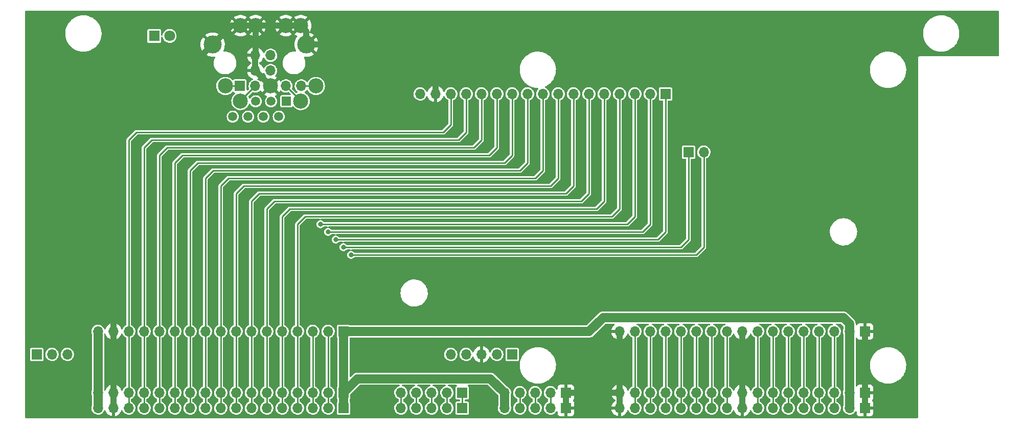
<source format=gbr>
G04 #@! TF.GenerationSoftware,KiCad,Pcbnew,(6.0.7)*
G04 #@! TF.CreationDate,2022-11-13T23:20:37+00:00*
G04 #@! TF.ProjectId,A3010PoduleCarrier,41333031-3050-46f6-9475-6c6543617272,01a*
G04 #@! TF.SameCoordinates,Original*
G04 #@! TF.FileFunction,Copper,L1,Top*
G04 #@! TF.FilePolarity,Positive*
%FSLAX46Y46*%
G04 Gerber Fmt 4.6, Leading zero omitted, Abs format (unit mm)*
G04 Created by KiCad (PCBNEW (6.0.7)) date 2022-11-13 23:20:37*
%MOMM*%
%LPD*%
G01*
G04 APERTURE LIST*
G04 #@! TA.AperFunction,ComponentPad*
%ADD10R,1.700000X1.700000*%
G04 #@! TD*
G04 #@! TA.AperFunction,ComponentPad*
%ADD11O,1.700000X1.700000*%
G04 #@! TD*
G04 #@! TA.AperFunction,ComponentPad*
%ADD12C,2.500000*%
G04 #@! TD*
G04 #@! TA.AperFunction,ComponentPad*
%ADD13C,3.000000*%
G04 #@! TD*
G04 #@! TA.AperFunction,ComponentPad*
%ADD14R,1.500000X1.500000*%
G04 #@! TD*
G04 #@! TA.AperFunction,ComponentPad*
%ADD15C,1.500000*%
G04 #@! TD*
G04 #@! TA.AperFunction,ComponentPad*
%ADD16R,1.800000X1.800000*%
G04 #@! TD*
G04 #@! TA.AperFunction,ComponentPad*
%ADD17C,1.800000*%
G04 #@! TD*
G04 #@! TA.AperFunction,ViaPad*
%ADD18C,0.800000*%
G04 #@! TD*
G04 #@! TA.AperFunction,Conductor*
%ADD19C,0.250000*%
G04 #@! TD*
G04 #@! TA.AperFunction,Conductor*
%ADD20C,1.000000*%
G04 #@! TD*
G04 #@! TA.AperFunction,Conductor*
%ADD21C,1.500000*%
G04 #@! TD*
G04 APERTURE END LIST*
D10*
X212966000Y-106545000D03*
D11*
X210426000Y-106545000D03*
X207886000Y-106545000D03*
X205346000Y-106545000D03*
X202806000Y-106545000D03*
X200266000Y-106545000D03*
X197726000Y-106545000D03*
X195186000Y-106545000D03*
X192646000Y-106545000D03*
X190106000Y-106545000D03*
X187566000Y-106545000D03*
X185026000Y-106545000D03*
X182486000Y-106545000D03*
X179946000Y-106545000D03*
X177406000Y-106545000D03*
X174866000Y-106545000D03*
X172326000Y-106545000D03*
D10*
X154546000Y-110355000D03*
D11*
X152006000Y-110355000D03*
X149466000Y-110355000D03*
X146926000Y-110355000D03*
X144386000Y-110355000D03*
D10*
X146291000Y-119245000D03*
D11*
X143751000Y-119245000D03*
X141211000Y-119245000D03*
X138671000Y-119245000D03*
X136131000Y-119245000D03*
D10*
X163436000Y-119245000D03*
D11*
X160896000Y-119245000D03*
X158356000Y-119245000D03*
X155816000Y-119245000D03*
X153276000Y-119245000D03*
D10*
X109466000Y-65850000D03*
D12*
X107046000Y-65850000D03*
X119546000Y-55850000D03*
D11*
X112006000Y-60770000D03*
D13*
X120488800Y-58987200D03*
D11*
X112006000Y-63310000D03*
D12*
X117046000Y-55850000D03*
D13*
X104948800Y-58987200D03*
D12*
X114546000Y-65850000D03*
X109546000Y-55850000D03*
X112046000Y-55850000D03*
X122046000Y-65850000D03*
D11*
X119626000Y-65850000D03*
D12*
X109546000Y-68350000D03*
D11*
X112006000Y-65850000D03*
X117086000Y-65850000D03*
D12*
X119546000Y-68350000D03*
D11*
X114546000Y-63310000D03*
X114546000Y-60770000D03*
D14*
X117163800Y-68387200D03*
D15*
X115893800Y-70927200D03*
X114623800Y-68387200D03*
X113353800Y-70927200D03*
X112083800Y-68387200D03*
X110813800Y-70927200D03*
X108273800Y-70927200D03*
D10*
X183756000Y-76827000D03*
D11*
X186296000Y-76827000D03*
D10*
X179946000Y-67175000D03*
D11*
X177406000Y-67175000D03*
X174866000Y-67175000D03*
X172326000Y-67175000D03*
X169786000Y-67175000D03*
X167246000Y-67175000D03*
X164706000Y-67175000D03*
X162166000Y-67175000D03*
X159626000Y-67175000D03*
X157086000Y-67175000D03*
X154546000Y-67175000D03*
X152006000Y-67175000D03*
X149466000Y-67175000D03*
X146926000Y-67175000D03*
X144386000Y-67175000D03*
X141846000Y-67175000D03*
X139306000Y-67175000D03*
D16*
X95276000Y-57550000D03*
D17*
X97816000Y-57550000D03*
D10*
X212966000Y-119245000D03*
D11*
X210426000Y-119245000D03*
X207886000Y-119245000D03*
X205346000Y-119245000D03*
X202806000Y-119245000D03*
X200266000Y-119245000D03*
X197726000Y-119245000D03*
X195186000Y-119245000D03*
X192646000Y-119245000D03*
X190106000Y-119245000D03*
X187566000Y-119245000D03*
X185026000Y-119245000D03*
X182486000Y-119245000D03*
X179946000Y-119245000D03*
X177406000Y-119245000D03*
X174866000Y-119245000D03*
X172326000Y-119245000D03*
D10*
X126606000Y-106545000D03*
D11*
X124066000Y-106545000D03*
X121526000Y-106545000D03*
X118986000Y-106545000D03*
X116446000Y-106545000D03*
X113906000Y-106545000D03*
X111366000Y-106545000D03*
X108826000Y-106545000D03*
X106286000Y-106545000D03*
X103746000Y-106545000D03*
X101206000Y-106545000D03*
X98666000Y-106545000D03*
X96126000Y-106545000D03*
X93586000Y-106545000D03*
X91046000Y-106545000D03*
X88506000Y-106545000D03*
X85966000Y-106545000D03*
D10*
X126606000Y-119245000D03*
D11*
X124066000Y-119245000D03*
X121526000Y-119245000D03*
X118986000Y-119245000D03*
X116446000Y-119245000D03*
X113906000Y-119245000D03*
X111366000Y-119245000D03*
X108826000Y-119245000D03*
X106286000Y-119245000D03*
X103746000Y-119245000D03*
X101206000Y-119245000D03*
X98666000Y-119245000D03*
X96126000Y-119245000D03*
X93586000Y-119245000D03*
X91046000Y-119245000D03*
X88506000Y-119245000D03*
X85966000Y-119245000D03*
D10*
X126606000Y-116705000D03*
D11*
X124066000Y-116705000D03*
X121526000Y-116705000D03*
X118986000Y-116705000D03*
X116446000Y-116705000D03*
X113906000Y-116705000D03*
X111366000Y-116705000D03*
X108826000Y-116705000D03*
X106286000Y-116705000D03*
X103746000Y-116705000D03*
X101206000Y-116705000D03*
X98666000Y-116705000D03*
X96126000Y-116705000D03*
X93586000Y-116705000D03*
X91046000Y-116705000D03*
X88506000Y-116705000D03*
X85966000Y-116705000D03*
D10*
X75806000Y-110355000D03*
D11*
X78346000Y-110355000D03*
X80886000Y-110355000D03*
D10*
X212966000Y-116705000D03*
D11*
X210426000Y-116705000D03*
X207886000Y-116705000D03*
X205346000Y-116705000D03*
X202806000Y-116705000D03*
X200266000Y-116705000D03*
X197726000Y-116705000D03*
X195186000Y-116705000D03*
X192646000Y-116705000D03*
X190106000Y-116705000D03*
X187566000Y-116705000D03*
X185026000Y-116705000D03*
X182486000Y-116705000D03*
X179946000Y-116705000D03*
X177406000Y-116705000D03*
X174866000Y-116705000D03*
X172326000Y-116705000D03*
D10*
X146291000Y-116705000D03*
D11*
X143751000Y-116705000D03*
X141211000Y-116705000D03*
X138671000Y-116705000D03*
X136131000Y-116705000D03*
D10*
X163436000Y-116705000D03*
D11*
X160896000Y-116705000D03*
X158356000Y-116705000D03*
X155816000Y-116705000D03*
X153276000Y-116705000D03*
D18*
X125336000Y-91305000D03*
X124066000Y-90035000D03*
X122796000Y-88765000D03*
X126606000Y-92575000D03*
X127876000Y-93845000D03*
D19*
X178676000Y-91305000D02*
X125336000Y-91305000D01*
X179946000Y-67175000D02*
X179946000Y-90035000D01*
X179946000Y-90035000D02*
X178676000Y-91305000D01*
X177406000Y-67175000D02*
X177406000Y-88765000D01*
X177406000Y-88765000D02*
X176136000Y-90035000D01*
X176136000Y-90035000D02*
X124066000Y-90035000D01*
X174866000Y-67175000D02*
X174866000Y-87495000D01*
X173596000Y-88765000D02*
X122796000Y-88765000D01*
X174866000Y-87495000D02*
X173596000Y-88765000D01*
X107046000Y-65850000D02*
X109466000Y-65850000D01*
X112006000Y-65850000D02*
X109546000Y-68310000D01*
D20*
X104948800Y-58987200D02*
X101841000Y-62095000D01*
X109546000Y-55850000D02*
X108086000Y-55850000D01*
X112046000Y-55850000D02*
X109546000Y-55850000D01*
X112006000Y-63310000D02*
X114546000Y-65850000D01*
X120488800Y-58987200D02*
X120488800Y-56792800D01*
X140008200Y-58987200D02*
X141846000Y-60825000D01*
X120488800Y-58987200D02*
X140008200Y-58987200D01*
X172326000Y-116705000D02*
X172326000Y-119245000D01*
X101841000Y-62095000D02*
X91046000Y-62095000D01*
X108086000Y-55850000D02*
X104948800Y-58987200D01*
X88506000Y-106545000D02*
X88506000Y-116705000D01*
X112046000Y-55850000D02*
X112046000Y-60730000D01*
X117046000Y-55850000D02*
X112046000Y-55850000D01*
X163436000Y-116705000D02*
X163436000Y-119245000D01*
X88506000Y-116705000D02*
X88506000Y-119245000D01*
X112006000Y-60770000D02*
X112006000Y-63310000D01*
X120488800Y-56792800D02*
X119546000Y-55850000D01*
X88506000Y-64635000D02*
X88506000Y-106545000D01*
X141846000Y-60825000D02*
X141846000Y-67175000D01*
X91046000Y-62095000D02*
X88506000Y-64635000D01*
X192646000Y-116705000D02*
X192646000Y-119245000D01*
X172326000Y-106545000D02*
X172326000Y-116705000D01*
X212966000Y-106545000D02*
X212966000Y-116705000D01*
X212966000Y-116705000D02*
X212966000Y-119245000D01*
X192646000Y-106545000D02*
X192646000Y-116705000D01*
X172326000Y-116705000D02*
X163436000Y-116705000D01*
X119546000Y-55850000D02*
X117046000Y-55850000D01*
D19*
X117086000Y-65850000D02*
X119546000Y-68310000D01*
X122046000Y-65850000D02*
X119626000Y-65850000D01*
D21*
X167306000Y-106545000D02*
X169606000Y-104245000D01*
X85966000Y-116705000D02*
X85966000Y-119245000D01*
X210426000Y-105275000D02*
X210426000Y-106545000D01*
X126606000Y-106545000D02*
X126606000Y-116705000D01*
X126606000Y-116705000D02*
X128928103Y-114382897D01*
X169606000Y-104245000D02*
X209396000Y-104245000D01*
X209396000Y-104245000D02*
X210426000Y-105275000D01*
X85966000Y-106545000D02*
X85966000Y-116705000D01*
X210426000Y-106545000D02*
X210426000Y-116705000D01*
X128928103Y-114382897D02*
X150953897Y-114382897D01*
X150953897Y-114382897D02*
X153276000Y-116705000D01*
X210426000Y-116705000D02*
X210426000Y-119245000D01*
X126606000Y-116705000D02*
X126606000Y-119245000D01*
X153276000Y-116705000D02*
X153276000Y-119245000D01*
X126606000Y-106545000D02*
X167306000Y-106545000D01*
D19*
X124066000Y-116705000D02*
X124066000Y-119245000D01*
X124066000Y-116705000D02*
X124066000Y-106545000D01*
X121526000Y-116705000D02*
X121526000Y-119245000D01*
X121526000Y-116705000D02*
X121526000Y-106545000D01*
X172326000Y-86225000D02*
X172326000Y-67175000D01*
X118986000Y-116705000D02*
X118986000Y-88765000D01*
X118986000Y-116705000D02*
X118986000Y-119245000D01*
X118986000Y-88765000D02*
X120256000Y-87495000D01*
X171056000Y-87495000D02*
X172326000Y-86225000D01*
X120256000Y-87495000D02*
X171056000Y-87495000D01*
X169786000Y-84955000D02*
X169786000Y-67175000D01*
X116446000Y-87495000D02*
X117716000Y-86225000D01*
X168516000Y-86225000D02*
X169786000Y-84955000D01*
X117716000Y-86225000D02*
X168516000Y-86225000D01*
X116446000Y-116705000D02*
X116446000Y-119245000D01*
X116446000Y-116705000D02*
X116446000Y-87495000D01*
X113906000Y-116705000D02*
X113906000Y-86225000D01*
X165976000Y-84955000D02*
X167246000Y-83685000D01*
X167246000Y-83685000D02*
X167246000Y-67175000D01*
X113906000Y-116705000D02*
X113906000Y-119245000D01*
X115176000Y-84955000D02*
X165976000Y-84955000D01*
X113906000Y-86225000D02*
X115176000Y-84955000D01*
X111366000Y-116705000D02*
X111366000Y-84955000D01*
X164706000Y-82415000D02*
X164706000Y-67175000D01*
X111366000Y-116705000D02*
X111366000Y-119245000D01*
X112636000Y-83685000D02*
X163436000Y-83685000D01*
X111366000Y-84955000D02*
X112636000Y-83685000D01*
X163436000Y-83685000D02*
X164706000Y-82415000D01*
X108826000Y-116705000D02*
X108826000Y-119245000D01*
X108826000Y-83685000D02*
X110096000Y-82415000D01*
X110096000Y-82415000D02*
X160896000Y-82415000D01*
X162166000Y-81145000D02*
X162166000Y-67175000D01*
X108826000Y-116705000D02*
X108826000Y-83685000D01*
X160896000Y-82415000D02*
X162166000Y-81145000D01*
X106286000Y-116705000D02*
X106286000Y-119245000D01*
X106286000Y-82415000D02*
X107556000Y-81145000D01*
X159626000Y-79875000D02*
X159626000Y-67175000D01*
X106286000Y-116705000D02*
X106286000Y-82415000D01*
X107556000Y-81145000D02*
X158356000Y-81145000D01*
X158356000Y-81145000D02*
X159626000Y-79875000D01*
X155816000Y-79875000D02*
X157086000Y-78605000D01*
X103746000Y-81145000D02*
X105016000Y-79875000D01*
X157086000Y-78605000D02*
X157086000Y-67175000D01*
X105016000Y-79875000D02*
X155816000Y-79875000D01*
X103746000Y-116705000D02*
X103746000Y-81145000D01*
X103746000Y-116705000D02*
X103746000Y-119245000D01*
X101206000Y-79875000D02*
X102476000Y-78605000D01*
X154546000Y-77335000D02*
X154546000Y-67175000D01*
X101206000Y-116705000D02*
X101206000Y-79875000D01*
X102476000Y-78605000D02*
X153276000Y-78605000D01*
X153276000Y-78605000D02*
X154546000Y-77335000D01*
X101206000Y-116705000D02*
X101206000Y-119245000D01*
X99936000Y-77335000D02*
X150736000Y-77335000D01*
X150736000Y-77335000D02*
X152006000Y-76065000D01*
X98666000Y-78605000D02*
X99936000Y-77335000D01*
X98666000Y-116705000D02*
X98666000Y-119245000D01*
X152006000Y-76065000D02*
X152006000Y-67175000D01*
X98666000Y-116705000D02*
X98666000Y-78605000D01*
X148196000Y-76065000D02*
X149466000Y-74795000D01*
X96126000Y-116705000D02*
X96126000Y-77335000D01*
X96126000Y-116705000D02*
X96126000Y-119245000D01*
X96126000Y-77335000D02*
X97396000Y-76065000D01*
X149466000Y-74795000D02*
X149466000Y-67175000D01*
X97396000Y-76065000D02*
X148196000Y-76065000D01*
X146926000Y-73525000D02*
X146926000Y-67175000D01*
X93586000Y-116705000D02*
X93586000Y-119245000D01*
X93586000Y-76065000D02*
X94856000Y-74795000D01*
X145656000Y-74795000D02*
X146926000Y-73525000D01*
X94856000Y-74795000D02*
X145656000Y-74795000D01*
X93586000Y-116705000D02*
X93586000Y-76065000D01*
X91046000Y-74795000D02*
X92316000Y-73525000D01*
X91046000Y-116705000D02*
X91046000Y-119245000D01*
X91046000Y-116705000D02*
X91046000Y-74795000D01*
X144386000Y-72255000D02*
X144386000Y-67175000D01*
X143116000Y-73525000D02*
X144386000Y-72255000D01*
X92316000Y-73525000D02*
X143116000Y-73525000D01*
X146291000Y-116705000D02*
X146291000Y-119245000D01*
X143751000Y-116705000D02*
X143751000Y-119245000D01*
X141211000Y-116705000D02*
X141211000Y-119245000D01*
X138671000Y-116705000D02*
X138671000Y-119245000D01*
X136131000Y-116705000D02*
X136131000Y-119245000D01*
X160896000Y-116705000D02*
X160896000Y-119245000D01*
X158356000Y-116705000D02*
X158356000Y-119245000D01*
X155816000Y-116705000D02*
X155816000Y-119245000D01*
X207886000Y-119245000D02*
X207886000Y-116705000D01*
X207886000Y-106545000D02*
X207886000Y-116705000D01*
X205346000Y-106545000D02*
X205346000Y-116705000D01*
X205346000Y-119245000D02*
X205346000Y-116705000D01*
X202806000Y-119245000D02*
X202806000Y-116705000D01*
X202806000Y-106545000D02*
X202806000Y-116705000D01*
X200266000Y-106545000D02*
X200266000Y-116705000D01*
X200266000Y-119245000D02*
X200266000Y-116705000D01*
X197726000Y-106545000D02*
X197726000Y-116705000D01*
X197726000Y-119245000D02*
X197726000Y-116705000D01*
X195186000Y-106545000D02*
X195186000Y-116705000D01*
X195186000Y-119245000D02*
X195186000Y-116705000D01*
X190106000Y-106545000D02*
X190106000Y-116705000D01*
X190106000Y-119245000D02*
X190106000Y-116705000D01*
X187566000Y-106545000D02*
X187566000Y-116705000D01*
X187566000Y-119245000D02*
X187566000Y-116705000D01*
X185026000Y-106545000D02*
X185026000Y-116705000D01*
X185026000Y-119245000D02*
X185026000Y-116705000D01*
X182486000Y-106545000D02*
X182486000Y-116705000D01*
X182486000Y-119245000D02*
X182486000Y-116705000D01*
X179946000Y-106545000D02*
X179946000Y-116705000D01*
X179946000Y-119245000D02*
X179946000Y-116705000D01*
X177406000Y-119245000D02*
X177406000Y-116705000D01*
X177406000Y-106545000D02*
X177406000Y-116705000D01*
X174866000Y-119245000D02*
X174866000Y-116705000D01*
X174866000Y-106545000D02*
X174866000Y-116705000D01*
X183756000Y-91305000D02*
X182486000Y-92575000D01*
X183756000Y-76827000D02*
X183756000Y-91305000D01*
X182486000Y-92575000D02*
X126606000Y-92575000D01*
X185026000Y-93845000D02*
X127876000Y-93845000D01*
X186296000Y-76827000D02*
X186296000Y-92575000D01*
X186296000Y-92575000D02*
X185026000Y-93845000D01*
G04 #@! TA.AperFunction,Conductor*
G36*
X235137621Y-53420502D02*
G01*
X235184114Y-53474158D01*
X235195500Y-53526500D01*
X235195500Y-60773500D01*
X235175498Y-60841621D01*
X235121842Y-60888114D01*
X235069500Y-60899500D01*
X222083085Y-60899500D01*
X222058504Y-60897079D01*
X222058172Y-60897013D01*
X222058171Y-60897013D01*
X222046000Y-60894592D01*
X222021326Y-60899500D01*
X221948260Y-60914034D01*
X221865399Y-60969399D01*
X221850175Y-60992184D01*
X221822582Y-61033481D01*
X221810034Y-61052260D01*
X221790592Y-61150000D01*
X221793013Y-61162171D01*
X221793013Y-61162172D01*
X221793079Y-61162504D01*
X221795500Y-61187085D01*
X221795500Y-120773500D01*
X221775498Y-120841621D01*
X221721842Y-120888114D01*
X221669500Y-120899500D01*
X74022500Y-120899500D01*
X73954379Y-120879498D01*
X73907886Y-120825842D01*
X73896500Y-120773500D01*
X73896500Y-119216069D01*
X84861164Y-119216069D01*
X84874392Y-119417894D01*
X84875815Y-119423496D01*
X84921606Y-119603799D01*
X84924178Y-119613928D01*
X85008856Y-119797607D01*
X85012189Y-119802323D01*
X85111032Y-119942183D01*
X85125588Y-119962780D01*
X85270466Y-120103913D01*
X85275270Y-120107123D01*
X85323978Y-120139669D01*
X85438637Y-120216282D01*
X85443940Y-120218560D01*
X85443943Y-120218562D01*
X85607409Y-120288792D01*
X85624470Y-120296122D01*
X85821740Y-120340760D01*
X85827509Y-120340987D01*
X85827512Y-120340987D01*
X85903683Y-120343979D01*
X86023842Y-120348700D01*
X86110132Y-120336189D01*
X86218286Y-120320508D01*
X86218291Y-120320507D01*
X86224007Y-120319678D01*
X86229479Y-120317820D01*
X86229481Y-120317820D01*
X86410067Y-120256519D01*
X86410069Y-120256518D01*
X86415531Y-120254664D01*
X86592001Y-120155837D01*
X86603240Y-120146490D01*
X86743073Y-120030191D01*
X86747505Y-120026505D01*
X86876837Y-119871001D01*
X86975664Y-119694531D01*
X86979419Y-119683468D01*
X87020254Y-119625392D01*
X87086006Y-119598611D01*
X87155799Y-119611630D01*
X87207473Y-119660315D01*
X87215476Y-119676563D01*
X87287770Y-119854603D01*
X87292413Y-119863794D01*
X87403694Y-120045388D01*
X87409777Y-120053699D01*
X87549213Y-120214667D01*
X87556580Y-120221883D01*
X87720434Y-120357916D01*
X87728881Y-120363831D01*
X87912756Y-120471279D01*
X87922042Y-120475729D01*
X88121001Y-120551703D01*
X88130899Y-120554579D01*
X88234250Y-120575606D01*
X88248299Y-120574410D01*
X88252000Y-120564065D01*
X88252000Y-120563517D01*
X88760000Y-120563517D01*
X88764064Y-120577359D01*
X88777478Y-120579393D01*
X88784184Y-120578534D01*
X88794262Y-120576392D01*
X88998255Y-120515191D01*
X89007842Y-120511433D01*
X89199095Y-120417739D01*
X89207945Y-120412464D01*
X89381328Y-120288792D01*
X89389200Y-120282139D01*
X89540052Y-120131812D01*
X89546730Y-120123965D01*
X89671003Y-119951020D01*
X89676313Y-119942183D01*
X89770670Y-119751267D01*
X89774469Y-119741672D01*
X89792815Y-119681289D01*
X89831756Y-119621925D01*
X89896610Y-119593038D01*
X89966786Y-119603799D01*
X90020004Y-119650793D01*
X90027799Y-119665166D01*
X90038818Y-119689067D01*
X90088856Y-119797607D01*
X90092189Y-119802323D01*
X90191032Y-119942183D01*
X90205588Y-119962780D01*
X90350466Y-120103913D01*
X90355270Y-120107123D01*
X90403978Y-120139669D01*
X90518637Y-120216282D01*
X90523940Y-120218560D01*
X90523943Y-120218562D01*
X90687409Y-120288792D01*
X90704470Y-120296122D01*
X90901740Y-120340760D01*
X90907509Y-120340987D01*
X90907512Y-120340987D01*
X90983683Y-120343979D01*
X91103842Y-120348700D01*
X91190132Y-120336189D01*
X91298286Y-120320508D01*
X91298291Y-120320507D01*
X91304007Y-120319678D01*
X91309479Y-120317820D01*
X91309481Y-120317820D01*
X91490067Y-120256519D01*
X91490069Y-120256518D01*
X91495531Y-120254664D01*
X91672001Y-120155837D01*
X91683240Y-120146490D01*
X91823073Y-120030191D01*
X91827505Y-120026505D01*
X91956837Y-119871001D01*
X92055664Y-119694531D01*
X92061764Y-119676563D01*
X92118820Y-119508481D01*
X92118820Y-119508479D01*
X92120678Y-119503007D01*
X92121507Y-119497291D01*
X92121508Y-119497286D01*
X92149167Y-119306516D01*
X92149700Y-119302842D01*
X92151215Y-119245000D01*
X92148557Y-119216069D01*
X92481164Y-119216069D01*
X92494392Y-119417894D01*
X92495815Y-119423496D01*
X92541606Y-119603799D01*
X92544178Y-119613928D01*
X92628856Y-119797607D01*
X92632189Y-119802323D01*
X92731032Y-119942183D01*
X92745588Y-119962780D01*
X92890466Y-120103913D01*
X92895270Y-120107123D01*
X92943978Y-120139669D01*
X93058637Y-120216282D01*
X93063940Y-120218560D01*
X93063943Y-120218562D01*
X93227409Y-120288792D01*
X93244470Y-120296122D01*
X93441740Y-120340760D01*
X93447509Y-120340987D01*
X93447512Y-120340987D01*
X93523683Y-120343979D01*
X93643842Y-120348700D01*
X93730132Y-120336189D01*
X93838286Y-120320508D01*
X93838291Y-120320507D01*
X93844007Y-120319678D01*
X93849479Y-120317820D01*
X93849481Y-120317820D01*
X94030067Y-120256519D01*
X94030069Y-120256518D01*
X94035531Y-120254664D01*
X94212001Y-120155837D01*
X94223240Y-120146490D01*
X94363073Y-120030191D01*
X94367505Y-120026505D01*
X94496837Y-119871001D01*
X94595664Y-119694531D01*
X94601764Y-119676563D01*
X94658820Y-119508481D01*
X94658820Y-119508479D01*
X94660678Y-119503007D01*
X94661507Y-119497291D01*
X94661508Y-119497286D01*
X94689167Y-119306516D01*
X94689700Y-119302842D01*
X94691215Y-119245000D01*
X94688557Y-119216069D01*
X95021164Y-119216069D01*
X95034392Y-119417894D01*
X95035815Y-119423496D01*
X95081606Y-119603799D01*
X95084178Y-119613928D01*
X95168856Y-119797607D01*
X95172189Y-119802323D01*
X95271032Y-119942183D01*
X95285588Y-119962780D01*
X95430466Y-120103913D01*
X95435270Y-120107123D01*
X95483978Y-120139669D01*
X95598637Y-120216282D01*
X95603940Y-120218560D01*
X95603943Y-120218562D01*
X95767409Y-120288792D01*
X95784470Y-120296122D01*
X95981740Y-120340760D01*
X95987509Y-120340987D01*
X95987512Y-120340987D01*
X96063683Y-120343979D01*
X96183842Y-120348700D01*
X96270132Y-120336189D01*
X96378286Y-120320508D01*
X96378291Y-120320507D01*
X96384007Y-120319678D01*
X96389479Y-120317820D01*
X96389481Y-120317820D01*
X96570067Y-120256519D01*
X96570069Y-120256518D01*
X96575531Y-120254664D01*
X96752001Y-120155837D01*
X96763240Y-120146490D01*
X96903073Y-120030191D01*
X96907505Y-120026505D01*
X97036837Y-119871001D01*
X97135664Y-119694531D01*
X97141764Y-119676563D01*
X97198820Y-119508481D01*
X97198820Y-119508479D01*
X97200678Y-119503007D01*
X97201507Y-119497291D01*
X97201508Y-119497286D01*
X97229167Y-119306516D01*
X97229700Y-119302842D01*
X97231215Y-119245000D01*
X97228557Y-119216069D01*
X97561164Y-119216069D01*
X97574392Y-119417894D01*
X97575815Y-119423496D01*
X97621606Y-119603799D01*
X97624178Y-119613928D01*
X97708856Y-119797607D01*
X97712189Y-119802323D01*
X97811032Y-119942183D01*
X97825588Y-119962780D01*
X97970466Y-120103913D01*
X97975270Y-120107123D01*
X98023978Y-120139669D01*
X98138637Y-120216282D01*
X98143940Y-120218560D01*
X98143943Y-120218562D01*
X98307409Y-120288792D01*
X98324470Y-120296122D01*
X98521740Y-120340760D01*
X98527509Y-120340987D01*
X98527512Y-120340987D01*
X98603683Y-120343979D01*
X98723842Y-120348700D01*
X98810132Y-120336189D01*
X98918286Y-120320508D01*
X98918291Y-120320507D01*
X98924007Y-120319678D01*
X98929479Y-120317820D01*
X98929481Y-120317820D01*
X99110067Y-120256519D01*
X99110069Y-120256518D01*
X99115531Y-120254664D01*
X99292001Y-120155837D01*
X99303240Y-120146490D01*
X99443073Y-120030191D01*
X99447505Y-120026505D01*
X99576837Y-119871001D01*
X99675664Y-119694531D01*
X99681764Y-119676563D01*
X99738820Y-119508481D01*
X99738820Y-119508479D01*
X99740678Y-119503007D01*
X99741507Y-119497291D01*
X99741508Y-119497286D01*
X99769167Y-119306516D01*
X99769700Y-119302842D01*
X99771215Y-119245000D01*
X99768557Y-119216069D01*
X100101164Y-119216069D01*
X100114392Y-119417894D01*
X100115815Y-119423496D01*
X100161606Y-119603799D01*
X100164178Y-119613928D01*
X100248856Y-119797607D01*
X100252189Y-119802323D01*
X100351032Y-119942183D01*
X100365588Y-119962780D01*
X100510466Y-120103913D01*
X100515270Y-120107123D01*
X100563978Y-120139669D01*
X100678637Y-120216282D01*
X100683940Y-120218560D01*
X100683943Y-120218562D01*
X100847409Y-120288792D01*
X100864470Y-120296122D01*
X101061740Y-120340760D01*
X101067509Y-120340987D01*
X101067512Y-120340987D01*
X101143683Y-120343979D01*
X101263842Y-120348700D01*
X101350132Y-120336189D01*
X101458286Y-120320508D01*
X101458291Y-120320507D01*
X101464007Y-120319678D01*
X101469479Y-120317820D01*
X101469481Y-120317820D01*
X101650067Y-120256519D01*
X101650069Y-120256518D01*
X101655531Y-120254664D01*
X101832001Y-120155837D01*
X101843240Y-120146490D01*
X101983073Y-120030191D01*
X101987505Y-120026505D01*
X102116837Y-119871001D01*
X102215664Y-119694531D01*
X102221764Y-119676563D01*
X102278820Y-119508481D01*
X102278820Y-119508479D01*
X102280678Y-119503007D01*
X102281507Y-119497291D01*
X102281508Y-119497286D01*
X102309167Y-119306516D01*
X102309700Y-119302842D01*
X102311215Y-119245000D01*
X102308557Y-119216069D01*
X102641164Y-119216069D01*
X102654392Y-119417894D01*
X102655815Y-119423496D01*
X102701606Y-119603799D01*
X102704178Y-119613928D01*
X102788856Y-119797607D01*
X102792189Y-119802323D01*
X102891032Y-119942183D01*
X102905588Y-119962780D01*
X103050466Y-120103913D01*
X103055270Y-120107123D01*
X103103978Y-120139669D01*
X103218637Y-120216282D01*
X103223940Y-120218560D01*
X103223943Y-120218562D01*
X103387409Y-120288792D01*
X103404470Y-120296122D01*
X103601740Y-120340760D01*
X103607509Y-120340987D01*
X103607512Y-120340987D01*
X103683683Y-120343979D01*
X103803842Y-120348700D01*
X103890132Y-120336189D01*
X103998286Y-120320508D01*
X103998291Y-120320507D01*
X104004007Y-120319678D01*
X104009479Y-120317820D01*
X104009481Y-120317820D01*
X104190067Y-120256519D01*
X104190069Y-120256518D01*
X104195531Y-120254664D01*
X104372001Y-120155837D01*
X104383240Y-120146490D01*
X104523073Y-120030191D01*
X104527505Y-120026505D01*
X104656837Y-119871001D01*
X104755664Y-119694531D01*
X104761764Y-119676563D01*
X104818820Y-119508481D01*
X104818820Y-119508479D01*
X104820678Y-119503007D01*
X104821507Y-119497291D01*
X104821508Y-119497286D01*
X104849167Y-119306516D01*
X104849700Y-119302842D01*
X104851215Y-119245000D01*
X104848557Y-119216069D01*
X105181164Y-119216069D01*
X105194392Y-119417894D01*
X105195815Y-119423496D01*
X105241606Y-119603799D01*
X105244178Y-119613928D01*
X105328856Y-119797607D01*
X105332189Y-119802323D01*
X105431032Y-119942183D01*
X105445588Y-119962780D01*
X105590466Y-120103913D01*
X105595270Y-120107123D01*
X105643978Y-120139669D01*
X105758637Y-120216282D01*
X105763940Y-120218560D01*
X105763943Y-120218562D01*
X105927409Y-120288792D01*
X105944470Y-120296122D01*
X106141740Y-120340760D01*
X106147509Y-120340987D01*
X106147512Y-120340987D01*
X106223683Y-120343979D01*
X106343842Y-120348700D01*
X106430132Y-120336189D01*
X106538286Y-120320508D01*
X106538291Y-120320507D01*
X106544007Y-120319678D01*
X106549479Y-120317820D01*
X106549481Y-120317820D01*
X106730067Y-120256519D01*
X106730069Y-120256518D01*
X106735531Y-120254664D01*
X106912001Y-120155837D01*
X106923240Y-120146490D01*
X107063073Y-120030191D01*
X107067505Y-120026505D01*
X107196837Y-119871001D01*
X107295664Y-119694531D01*
X107301764Y-119676563D01*
X107358820Y-119508481D01*
X107358820Y-119508479D01*
X107360678Y-119503007D01*
X107361507Y-119497291D01*
X107361508Y-119497286D01*
X107389167Y-119306516D01*
X107389700Y-119302842D01*
X107391215Y-119245000D01*
X107388557Y-119216069D01*
X107721164Y-119216069D01*
X107734392Y-119417894D01*
X107735815Y-119423496D01*
X107781606Y-119603799D01*
X107784178Y-119613928D01*
X107868856Y-119797607D01*
X107872189Y-119802323D01*
X107971032Y-119942183D01*
X107985588Y-119962780D01*
X108130466Y-120103913D01*
X108135270Y-120107123D01*
X108183978Y-120139669D01*
X108298637Y-120216282D01*
X108303940Y-120218560D01*
X108303943Y-120218562D01*
X108467409Y-120288792D01*
X108484470Y-120296122D01*
X108681740Y-120340760D01*
X108687509Y-120340987D01*
X108687512Y-120340987D01*
X108763683Y-120343979D01*
X108883842Y-120348700D01*
X108970132Y-120336189D01*
X109078286Y-120320508D01*
X109078291Y-120320507D01*
X109084007Y-120319678D01*
X109089479Y-120317820D01*
X109089481Y-120317820D01*
X109270067Y-120256519D01*
X109270069Y-120256518D01*
X109275531Y-120254664D01*
X109452001Y-120155837D01*
X109463240Y-120146490D01*
X109603073Y-120030191D01*
X109607505Y-120026505D01*
X109736837Y-119871001D01*
X109835664Y-119694531D01*
X109841764Y-119676563D01*
X109898820Y-119508481D01*
X109898820Y-119508479D01*
X109900678Y-119503007D01*
X109901507Y-119497291D01*
X109901508Y-119497286D01*
X109929167Y-119306516D01*
X109929700Y-119302842D01*
X109931215Y-119245000D01*
X109928557Y-119216069D01*
X110261164Y-119216069D01*
X110274392Y-119417894D01*
X110275815Y-119423496D01*
X110321606Y-119603799D01*
X110324178Y-119613928D01*
X110408856Y-119797607D01*
X110412189Y-119802323D01*
X110511032Y-119942183D01*
X110525588Y-119962780D01*
X110670466Y-120103913D01*
X110675270Y-120107123D01*
X110723978Y-120139669D01*
X110838637Y-120216282D01*
X110843940Y-120218560D01*
X110843943Y-120218562D01*
X111007409Y-120288792D01*
X111024470Y-120296122D01*
X111221740Y-120340760D01*
X111227509Y-120340987D01*
X111227512Y-120340987D01*
X111303683Y-120343979D01*
X111423842Y-120348700D01*
X111510132Y-120336189D01*
X111618286Y-120320508D01*
X111618291Y-120320507D01*
X111624007Y-120319678D01*
X111629479Y-120317820D01*
X111629481Y-120317820D01*
X111810067Y-120256519D01*
X111810069Y-120256518D01*
X111815531Y-120254664D01*
X111992001Y-120155837D01*
X112003240Y-120146490D01*
X112143073Y-120030191D01*
X112147505Y-120026505D01*
X112276837Y-119871001D01*
X112375664Y-119694531D01*
X112381764Y-119676563D01*
X112438820Y-119508481D01*
X112438820Y-119508479D01*
X112440678Y-119503007D01*
X112441507Y-119497291D01*
X112441508Y-119497286D01*
X112469167Y-119306516D01*
X112469700Y-119302842D01*
X112471215Y-119245000D01*
X112468557Y-119216069D01*
X112801164Y-119216069D01*
X112814392Y-119417894D01*
X112815815Y-119423496D01*
X112861606Y-119603799D01*
X112864178Y-119613928D01*
X112948856Y-119797607D01*
X112952189Y-119802323D01*
X113051032Y-119942183D01*
X113065588Y-119962780D01*
X113210466Y-120103913D01*
X113215270Y-120107123D01*
X113263978Y-120139669D01*
X113378637Y-120216282D01*
X113383940Y-120218560D01*
X113383943Y-120218562D01*
X113547409Y-120288792D01*
X113564470Y-120296122D01*
X113761740Y-120340760D01*
X113767509Y-120340987D01*
X113767512Y-120340987D01*
X113843683Y-120343979D01*
X113963842Y-120348700D01*
X114050132Y-120336189D01*
X114158286Y-120320508D01*
X114158291Y-120320507D01*
X114164007Y-120319678D01*
X114169479Y-120317820D01*
X114169481Y-120317820D01*
X114350067Y-120256519D01*
X114350069Y-120256518D01*
X114355531Y-120254664D01*
X114532001Y-120155837D01*
X114543240Y-120146490D01*
X114683073Y-120030191D01*
X114687505Y-120026505D01*
X114816837Y-119871001D01*
X114915664Y-119694531D01*
X114921764Y-119676563D01*
X114978820Y-119508481D01*
X114978820Y-119508479D01*
X114980678Y-119503007D01*
X114981507Y-119497291D01*
X114981508Y-119497286D01*
X115009167Y-119306516D01*
X115009700Y-119302842D01*
X115011215Y-119245000D01*
X115008557Y-119216069D01*
X115341164Y-119216069D01*
X115354392Y-119417894D01*
X115355815Y-119423496D01*
X115401606Y-119603799D01*
X115404178Y-119613928D01*
X115488856Y-119797607D01*
X115492189Y-119802323D01*
X115591032Y-119942183D01*
X115605588Y-119962780D01*
X115750466Y-120103913D01*
X115755270Y-120107123D01*
X115803978Y-120139669D01*
X115918637Y-120216282D01*
X115923940Y-120218560D01*
X115923943Y-120218562D01*
X116087409Y-120288792D01*
X116104470Y-120296122D01*
X116301740Y-120340760D01*
X116307509Y-120340987D01*
X116307512Y-120340987D01*
X116383683Y-120343979D01*
X116503842Y-120348700D01*
X116590132Y-120336189D01*
X116698286Y-120320508D01*
X116698291Y-120320507D01*
X116704007Y-120319678D01*
X116709479Y-120317820D01*
X116709481Y-120317820D01*
X116890067Y-120256519D01*
X116890069Y-120256518D01*
X116895531Y-120254664D01*
X117072001Y-120155837D01*
X117083240Y-120146490D01*
X117223073Y-120030191D01*
X117227505Y-120026505D01*
X117356837Y-119871001D01*
X117455664Y-119694531D01*
X117461764Y-119676563D01*
X117518820Y-119508481D01*
X117518820Y-119508479D01*
X117520678Y-119503007D01*
X117521507Y-119497291D01*
X117521508Y-119497286D01*
X117549167Y-119306516D01*
X117549700Y-119302842D01*
X117551215Y-119245000D01*
X117548557Y-119216069D01*
X117881164Y-119216069D01*
X117894392Y-119417894D01*
X117895815Y-119423496D01*
X117941606Y-119603799D01*
X117944178Y-119613928D01*
X118028856Y-119797607D01*
X118032189Y-119802323D01*
X118131032Y-119942183D01*
X118145588Y-119962780D01*
X118290466Y-120103913D01*
X118295270Y-120107123D01*
X118343978Y-120139669D01*
X118458637Y-120216282D01*
X118463940Y-120218560D01*
X118463943Y-120218562D01*
X118627409Y-120288792D01*
X118644470Y-120296122D01*
X118841740Y-120340760D01*
X118847509Y-120340987D01*
X118847512Y-120340987D01*
X118923683Y-120343979D01*
X119043842Y-120348700D01*
X119130132Y-120336189D01*
X119238286Y-120320508D01*
X119238291Y-120320507D01*
X119244007Y-120319678D01*
X119249479Y-120317820D01*
X119249481Y-120317820D01*
X119430067Y-120256519D01*
X119430069Y-120256518D01*
X119435531Y-120254664D01*
X119612001Y-120155837D01*
X119623240Y-120146490D01*
X119763073Y-120030191D01*
X119767505Y-120026505D01*
X119896837Y-119871001D01*
X119995664Y-119694531D01*
X120001764Y-119676563D01*
X120058820Y-119508481D01*
X120058820Y-119508479D01*
X120060678Y-119503007D01*
X120061507Y-119497291D01*
X120061508Y-119497286D01*
X120089167Y-119306516D01*
X120089700Y-119302842D01*
X120091215Y-119245000D01*
X120088557Y-119216069D01*
X120421164Y-119216069D01*
X120434392Y-119417894D01*
X120435815Y-119423496D01*
X120481606Y-119603799D01*
X120484178Y-119613928D01*
X120568856Y-119797607D01*
X120572189Y-119802323D01*
X120671032Y-119942183D01*
X120685588Y-119962780D01*
X120830466Y-120103913D01*
X120835270Y-120107123D01*
X120883978Y-120139669D01*
X120998637Y-120216282D01*
X121003940Y-120218560D01*
X121003943Y-120218562D01*
X121167409Y-120288792D01*
X121184470Y-120296122D01*
X121381740Y-120340760D01*
X121387509Y-120340987D01*
X121387512Y-120340987D01*
X121463683Y-120343979D01*
X121583842Y-120348700D01*
X121670132Y-120336189D01*
X121778286Y-120320508D01*
X121778291Y-120320507D01*
X121784007Y-120319678D01*
X121789479Y-120317820D01*
X121789481Y-120317820D01*
X121970067Y-120256519D01*
X121970069Y-120256518D01*
X121975531Y-120254664D01*
X122152001Y-120155837D01*
X122163240Y-120146490D01*
X122303073Y-120030191D01*
X122307505Y-120026505D01*
X122436837Y-119871001D01*
X122535664Y-119694531D01*
X122541764Y-119676563D01*
X122598820Y-119508481D01*
X122598820Y-119508479D01*
X122600678Y-119503007D01*
X122601507Y-119497291D01*
X122601508Y-119497286D01*
X122629167Y-119306516D01*
X122629700Y-119302842D01*
X122631215Y-119245000D01*
X122628557Y-119216069D01*
X122961164Y-119216069D01*
X122974392Y-119417894D01*
X122975815Y-119423496D01*
X123021606Y-119603799D01*
X123024178Y-119613928D01*
X123108856Y-119797607D01*
X123112189Y-119802323D01*
X123211032Y-119942183D01*
X123225588Y-119962780D01*
X123370466Y-120103913D01*
X123375270Y-120107123D01*
X123423978Y-120139669D01*
X123538637Y-120216282D01*
X123543940Y-120218560D01*
X123543943Y-120218562D01*
X123707409Y-120288792D01*
X123724470Y-120296122D01*
X123921740Y-120340760D01*
X123927509Y-120340987D01*
X123927512Y-120340987D01*
X124003683Y-120343979D01*
X124123842Y-120348700D01*
X124210132Y-120336189D01*
X124318286Y-120320508D01*
X124318291Y-120320507D01*
X124324007Y-120319678D01*
X124329479Y-120317820D01*
X124329481Y-120317820D01*
X124510067Y-120256519D01*
X124510069Y-120256518D01*
X124515531Y-120254664D01*
X124692001Y-120155837D01*
X124703240Y-120146490D01*
X124735482Y-120119674D01*
X125505500Y-120119674D01*
X125520034Y-120192740D01*
X125575399Y-120275601D01*
X125658260Y-120330966D01*
X125731326Y-120345500D01*
X127480674Y-120345500D01*
X127553740Y-120330966D01*
X127636601Y-120275601D01*
X127691966Y-120192740D01*
X127706500Y-120119674D01*
X127706500Y-118370326D01*
X127691966Y-118297260D01*
X127636601Y-118214399D01*
X127637494Y-118213802D01*
X127609379Y-118162314D01*
X127606500Y-118135531D01*
X127606500Y-117814469D01*
X127626502Y-117746348D01*
X127633485Y-117737683D01*
X127636601Y-117735601D01*
X127691966Y-117652740D01*
X127706500Y-117579674D01*
X127706500Y-117071611D01*
X127726502Y-117003490D01*
X127743405Y-116982516D01*
X129305619Y-115420302D01*
X129367931Y-115386276D01*
X129394714Y-115383397D01*
X135846116Y-115383397D01*
X135914237Y-115403399D01*
X135960730Y-115457055D01*
X135970834Y-115527329D01*
X135941340Y-115591909D01*
X135881614Y-115630293D01*
X135867454Y-115633577D01*
X135850646Y-115636465D01*
X135850645Y-115636465D01*
X135844949Y-115637444D01*
X135655193Y-115707449D01*
X135650232Y-115710401D01*
X135650231Y-115710401D01*
X135493729Y-115803510D01*
X135481371Y-115810862D01*
X135329305Y-115944220D01*
X135204089Y-116103057D01*
X135109914Y-116282053D01*
X135049937Y-116475213D01*
X135026164Y-116676069D01*
X135039392Y-116877894D01*
X135040815Y-116883496D01*
X135086606Y-117063799D01*
X135089178Y-117073928D01*
X135173856Y-117257607D01*
X135177189Y-117262323D01*
X135276032Y-117402183D01*
X135290588Y-117422780D01*
X135435466Y-117563913D01*
X135440270Y-117567123D01*
X135488978Y-117599669D01*
X135603637Y-117676282D01*
X135608945Y-117678563D01*
X135608946Y-117678563D01*
X135679237Y-117708762D01*
X135733931Y-117754030D01*
X135755500Y-117824530D01*
X135755500Y-118122627D01*
X135735498Y-118190748D01*
X135681842Y-118237241D01*
X135673121Y-118240835D01*
X135655193Y-118247449D01*
X135650232Y-118250401D01*
X135650231Y-118250401D01*
X135493729Y-118343510D01*
X135481371Y-118350862D01*
X135329305Y-118484220D01*
X135204089Y-118643057D01*
X135109914Y-118822053D01*
X135049937Y-119015213D01*
X135026164Y-119216069D01*
X135039392Y-119417894D01*
X135040815Y-119423496D01*
X135086606Y-119603799D01*
X135089178Y-119613928D01*
X135173856Y-119797607D01*
X135177189Y-119802323D01*
X135276032Y-119942183D01*
X135290588Y-119962780D01*
X135435466Y-120103913D01*
X135440270Y-120107123D01*
X135488978Y-120139669D01*
X135603637Y-120216282D01*
X135608940Y-120218560D01*
X135608943Y-120218562D01*
X135772409Y-120288792D01*
X135789470Y-120296122D01*
X135986740Y-120340760D01*
X135992509Y-120340987D01*
X135992512Y-120340987D01*
X136068683Y-120343979D01*
X136188842Y-120348700D01*
X136275132Y-120336189D01*
X136383286Y-120320508D01*
X136383291Y-120320507D01*
X136389007Y-120319678D01*
X136394479Y-120317820D01*
X136394481Y-120317820D01*
X136575067Y-120256519D01*
X136575069Y-120256518D01*
X136580531Y-120254664D01*
X136757001Y-120155837D01*
X136768240Y-120146490D01*
X136908073Y-120030191D01*
X136912505Y-120026505D01*
X137041837Y-119871001D01*
X137140664Y-119694531D01*
X137146764Y-119676563D01*
X137203820Y-119508481D01*
X137203820Y-119508479D01*
X137205678Y-119503007D01*
X137206507Y-119497291D01*
X137206508Y-119497286D01*
X137234167Y-119306516D01*
X137234700Y-119302842D01*
X137236215Y-119245000D01*
X137217708Y-119043591D01*
X137162807Y-118848926D01*
X137073351Y-118667527D01*
X137055079Y-118643057D01*
X136955788Y-118510091D01*
X136955787Y-118510090D01*
X136952335Y-118505467D01*
X136929350Y-118484220D01*
X136808053Y-118372094D01*
X136808051Y-118372092D01*
X136803812Y-118368174D01*
X136775528Y-118350328D01*
X136637637Y-118263325D01*
X136632757Y-118260246D01*
X136627398Y-118258108D01*
X136627394Y-118258106D01*
X136585810Y-118241516D01*
X136529950Y-118197695D01*
X136506500Y-118124486D01*
X136506500Y-117828872D01*
X136526502Y-117760751D01*
X136579989Y-117714848D01*
X136580531Y-117714664D01*
X136691105Y-117652740D01*
X136751964Y-117618658D01*
X136751965Y-117618657D01*
X136757001Y-117615837D01*
X136768240Y-117606490D01*
X136908073Y-117490191D01*
X136912505Y-117486505D01*
X137041837Y-117331001D01*
X137140664Y-117154531D01*
X137142518Y-117149069D01*
X137142519Y-117149067D01*
X137203820Y-116968481D01*
X137203820Y-116968479D01*
X137205678Y-116963007D01*
X137206507Y-116957291D01*
X137206508Y-116957286D01*
X137234167Y-116766516D01*
X137234700Y-116762842D01*
X137236215Y-116705000D01*
X137217708Y-116503591D01*
X137162807Y-116308926D01*
X137073351Y-116127527D01*
X137055079Y-116103057D01*
X136955788Y-115970091D01*
X136955787Y-115970090D01*
X136952335Y-115965467D01*
X136929350Y-115944220D01*
X136808053Y-115832094D01*
X136808051Y-115832092D01*
X136803812Y-115828174D01*
X136775528Y-115810328D01*
X136637637Y-115723325D01*
X136632757Y-115720246D01*
X136444898Y-115645298D01*
X136382952Y-115632976D01*
X136320043Y-115600068D01*
X136284911Y-115538373D01*
X136288711Y-115467478D01*
X136330237Y-115409892D01*
X136396304Y-115383898D01*
X136407534Y-115383397D01*
X138386116Y-115383397D01*
X138454237Y-115403399D01*
X138500730Y-115457055D01*
X138510834Y-115527329D01*
X138481340Y-115591909D01*
X138421614Y-115630293D01*
X138407454Y-115633577D01*
X138390646Y-115636465D01*
X138390645Y-115636465D01*
X138384949Y-115637444D01*
X138195193Y-115707449D01*
X138190232Y-115710401D01*
X138190231Y-115710401D01*
X138033729Y-115803510D01*
X138021371Y-115810862D01*
X137869305Y-115944220D01*
X137744089Y-116103057D01*
X137649914Y-116282053D01*
X137589937Y-116475213D01*
X137566164Y-116676069D01*
X137579392Y-116877894D01*
X137580815Y-116883496D01*
X137626606Y-117063799D01*
X137629178Y-117073928D01*
X137713856Y-117257607D01*
X137717189Y-117262323D01*
X137816032Y-117402183D01*
X137830588Y-117422780D01*
X137975466Y-117563913D01*
X137980270Y-117567123D01*
X138028978Y-117599669D01*
X138143637Y-117676282D01*
X138148945Y-117678563D01*
X138148946Y-117678563D01*
X138219237Y-117708762D01*
X138273931Y-117754030D01*
X138295500Y-117824530D01*
X138295500Y-118122627D01*
X138275498Y-118190748D01*
X138221842Y-118237241D01*
X138213121Y-118240835D01*
X138195193Y-118247449D01*
X138190232Y-118250401D01*
X138190231Y-118250401D01*
X138033729Y-118343510D01*
X138021371Y-118350862D01*
X137869305Y-118484220D01*
X137744089Y-118643057D01*
X137649914Y-118822053D01*
X137589937Y-119015213D01*
X137566164Y-119216069D01*
X137579392Y-119417894D01*
X137580815Y-119423496D01*
X137626606Y-119603799D01*
X137629178Y-119613928D01*
X137713856Y-119797607D01*
X137717189Y-119802323D01*
X137816032Y-119942183D01*
X137830588Y-119962780D01*
X137975466Y-120103913D01*
X137980270Y-120107123D01*
X138028978Y-120139669D01*
X138143637Y-120216282D01*
X138148940Y-120218560D01*
X138148943Y-120218562D01*
X138312409Y-120288792D01*
X138329470Y-120296122D01*
X138526740Y-120340760D01*
X138532509Y-120340987D01*
X138532512Y-120340987D01*
X138608683Y-120343979D01*
X138728842Y-120348700D01*
X138815132Y-120336189D01*
X138923286Y-120320508D01*
X138923291Y-120320507D01*
X138929007Y-120319678D01*
X138934479Y-120317820D01*
X138934481Y-120317820D01*
X139115067Y-120256519D01*
X139115069Y-120256518D01*
X139120531Y-120254664D01*
X139297001Y-120155837D01*
X139308240Y-120146490D01*
X139448073Y-120030191D01*
X139452505Y-120026505D01*
X139581837Y-119871001D01*
X139680664Y-119694531D01*
X139686764Y-119676563D01*
X139743820Y-119508481D01*
X139743820Y-119508479D01*
X139745678Y-119503007D01*
X139746507Y-119497291D01*
X139746508Y-119497286D01*
X139774167Y-119306516D01*
X139774700Y-119302842D01*
X139776215Y-119245000D01*
X139757708Y-119043591D01*
X139702807Y-118848926D01*
X139613351Y-118667527D01*
X139595079Y-118643057D01*
X139495788Y-118510091D01*
X139495787Y-118510090D01*
X139492335Y-118505467D01*
X139469350Y-118484220D01*
X139348053Y-118372094D01*
X139348051Y-118372092D01*
X139343812Y-118368174D01*
X139315528Y-118350328D01*
X139177637Y-118263325D01*
X139172757Y-118260246D01*
X139167398Y-118258108D01*
X139167394Y-118258106D01*
X139125810Y-118241516D01*
X139069950Y-118197695D01*
X139046500Y-118124486D01*
X139046500Y-117828872D01*
X139066502Y-117760751D01*
X139119989Y-117714848D01*
X139120531Y-117714664D01*
X139231105Y-117652740D01*
X139291964Y-117618658D01*
X139291965Y-117618657D01*
X139297001Y-117615837D01*
X139308240Y-117606490D01*
X139448073Y-117490191D01*
X139452505Y-117486505D01*
X139581837Y-117331001D01*
X139680664Y-117154531D01*
X139682518Y-117149069D01*
X139682519Y-117149067D01*
X139743820Y-116968481D01*
X139743820Y-116968479D01*
X139745678Y-116963007D01*
X139746507Y-116957291D01*
X139746508Y-116957286D01*
X139774167Y-116766516D01*
X139774700Y-116762842D01*
X139776215Y-116705000D01*
X139757708Y-116503591D01*
X139702807Y-116308926D01*
X139613351Y-116127527D01*
X139595079Y-116103057D01*
X139495788Y-115970091D01*
X139495787Y-115970090D01*
X139492335Y-115965467D01*
X139469350Y-115944220D01*
X139348053Y-115832094D01*
X139348051Y-115832092D01*
X139343812Y-115828174D01*
X139315528Y-115810328D01*
X139177637Y-115723325D01*
X139172757Y-115720246D01*
X138984898Y-115645298D01*
X138922952Y-115632976D01*
X138860043Y-115600068D01*
X138824911Y-115538373D01*
X138828711Y-115467478D01*
X138870237Y-115409892D01*
X138936304Y-115383898D01*
X138947534Y-115383397D01*
X140926116Y-115383397D01*
X140994237Y-115403399D01*
X141040730Y-115457055D01*
X141050834Y-115527329D01*
X141021340Y-115591909D01*
X140961614Y-115630293D01*
X140947454Y-115633577D01*
X140930646Y-115636465D01*
X140930645Y-115636465D01*
X140924949Y-115637444D01*
X140735193Y-115707449D01*
X140730232Y-115710401D01*
X140730231Y-115710401D01*
X140573729Y-115803510D01*
X140561371Y-115810862D01*
X140409305Y-115944220D01*
X140284089Y-116103057D01*
X140189914Y-116282053D01*
X140129937Y-116475213D01*
X140106164Y-116676069D01*
X140119392Y-116877894D01*
X140120815Y-116883496D01*
X140166606Y-117063799D01*
X140169178Y-117073928D01*
X140253856Y-117257607D01*
X140257189Y-117262323D01*
X140356032Y-117402183D01*
X140370588Y-117422780D01*
X140515466Y-117563913D01*
X140520270Y-117567123D01*
X140568978Y-117599669D01*
X140683637Y-117676282D01*
X140688945Y-117678563D01*
X140688946Y-117678563D01*
X140759237Y-117708762D01*
X140813931Y-117754030D01*
X140835500Y-117824530D01*
X140835500Y-118122627D01*
X140815498Y-118190748D01*
X140761842Y-118237241D01*
X140753121Y-118240835D01*
X140735193Y-118247449D01*
X140730232Y-118250401D01*
X140730231Y-118250401D01*
X140573729Y-118343510D01*
X140561371Y-118350862D01*
X140409305Y-118484220D01*
X140284089Y-118643057D01*
X140189914Y-118822053D01*
X140129937Y-119015213D01*
X140106164Y-119216069D01*
X140119392Y-119417894D01*
X140120815Y-119423496D01*
X140166606Y-119603799D01*
X140169178Y-119613928D01*
X140253856Y-119797607D01*
X140257189Y-119802323D01*
X140356032Y-119942183D01*
X140370588Y-119962780D01*
X140515466Y-120103913D01*
X140520270Y-120107123D01*
X140568978Y-120139669D01*
X140683637Y-120216282D01*
X140688940Y-120218560D01*
X140688943Y-120218562D01*
X140852409Y-120288792D01*
X140869470Y-120296122D01*
X141066740Y-120340760D01*
X141072509Y-120340987D01*
X141072512Y-120340987D01*
X141148683Y-120343979D01*
X141268842Y-120348700D01*
X141355132Y-120336189D01*
X141463286Y-120320508D01*
X141463291Y-120320507D01*
X141469007Y-120319678D01*
X141474479Y-120317820D01*
X141474481Y-120317820D01*
X141655067Y-120256519D01*
X141655069Y-120256518D01*
X141660531Y-120254664D01*
X141837001Y-120155837D01*
X141848240Y-120146490D01*
X141988073Y-120030191D01*
X141992505Y-120026505D01*
X142121837Y-119871001D01*
X142220664Y-119694531D01*
X142226764Y-119676563D01*
X142283820Y-119508481D01*
X142283820Y-119508479D01*
X142285678Y-119503007D01*
X142286507Y-119497291D01*
X142286508Y-119497286D01*
X142314167Y-119306516D01*
X142314700Y-119302842D01*
X142316215Y-119245000D01*
X142297708Y-119043591D01*
X142242807Y-118848926D01*
X142153351Y-118667527D01*
X142135079Y-118643057D01*
X142035788Y-118510091D01*
X142035787Y-118510090D01*
X142032335Y-118505467D01*
X142009350Y-118484220D01*
X141888053Y-118372094D01*
X141888051Y-118372092D01*
X141883812Y-118368174D01*
X141855528Y-118350328D01*
X141717637Y-118263325D01*
X141712757Y-118260246D01*
X141707398Y-118258108D01*
X141707394Y-118258106D01*
X141665810Y-118241516D01*
X141609950Y-118197695D01*
X141586500Y-118124486D01*
X141586500Y-117828872D01*
X141606502Y-117760751D01*
X141659989Y-117714848D01*
X141660531Y-117714664D01*
X141771105Y-117652740D01*
X141831964Y-117618658D01*
X141831965Y-117618657D01*
X141837001Y-117615837D01*
X141848240Y-117606490D01*
X141988073Y-117490191D01*
X141992505Y-117486505D01*
X142121837Y-117331001D01*
X142220664Y-117154531D01*
X142222518Y-117149069D01*
X142222519Y-117149067D01*
X142283820Y-116968481D01*
X142283820Y-116968479D01*
X142285678Y-116963007D01*
X142286507Y-116957291D01*
X142286508Y-116957286D01*
X142314167Y-116766516D01*
X142314700Y-116762842D01*
X142316215Y-116705000D01*
X142297708Y-116503591D01*
X142242807Y-116308926D01*
X142153351Y-116127527D01*
X142135079Y-116103057D01*
X142035788Y-115970091D01*
X142035787Y-115970090D01*
X142032335Y-115965467D01*
X142009350Y-115944220D01*
X141888053Y-115832094D01*
X141888051Y-115832092D01*
X141883812Y-115828174D01*
X141855528Y-115810328D01*
X141717637Y-115723325D01*
X141712757Y-115720246D01*
X141524898Y-115645298D01*
X141462952Y-115632976D01*
X141400043Y-115600068D01*
X141364911Y-115538373D01*
X141368711Y-115467478D01*
X141410237Y-115409892D01*
X141476304Y-115383898D01*
X141487534Y-115383397D01*
X143466116Y-115383397D01*
X143534237Y-115403399D01*
X143580730Y-115457055D01*
X143590834Y-115527329D01*
X143561340Y-115591909D01*
X143501614Y-115630293D01*
X143487454Y-115633577D01*
X143470646Y-115636465D01*
X143470645Y-115636465D01*
X143464949Y-115637444D01*
X143275193Y-115707449D01*
X143270232Y-115710401D01*
X143270231Y-115710401D01*
X143113729Y-115803510D01*
X143101371Y-115810862D01*
X142949305Y-115944220D01*
X142824089Y-116103057D01*
X142729914Y-116282053D01*
X142669937Y-116475213D01*
X142646164Y-116676069D01*
X142659392Y-116877894D01*
X142660815Y-116883496D01*
X142706606Y-117063799D01*
X142709178Y-117073928D01*
X142793856Y-117257607D01*
X142797189Y-117262323D01*
X142896032Y-117402183D01*
X142910588Y-117422780D01*
X143055466Y-117563913D01*
X143060270Y-117567123D01*
X143108978Y-117599669D01*
X143223637Y-117676282D01*
X143228945Y-117678563D01*
X143228946Y-117678563D01*
X143299237Y-117708762D01*
X143353931Y-117754030D01*
X143375500Y-117824530D01*
X143375500Y-118122627D01*
X143355498Y-118190748D01*
X143301842Y-118237241D01*
X143293121Y-118240835D01*
X143275193Y-118247449D01*
X143270232Y-118250401D01*
X143270231Y-118250401D01*
X143113729Y-118343510D01*
X143101371Y-118350862D01*
X142949305Y-118484220D01*
X142824089Y-118643057D01*
X142729914Y-118822053D01*
X142669937Y-119015213D01*
X142646164Y-119216069D01*
X142659392Y-119417894D01*
X142660815Y-119423496D01*
X142706606Y-119603799D01*
X142709178Y-119613928D01*
X142793856Y-119797607D01*
X142797189Y-119802323D01*
X142896032Y-119942183D01*
X142910588Y-119962780D01*
X143055466Y-120103913D01*
X143060270Y-120107123D01*
X143108978Y-120139669D01*
X143223637Y-120216282D01*
X143228940Y-120218560D01*
X143228943Y-120218562D01*
X143392409Y-120288792D01*
X143409470Y-120296122D01*
X143606740Y-120340760D01*
X143612509Y-120340987D01*
X143612512Y-120340987D01*
X143688683Y-120343979D01*
X143808842Y-120348700D01*
X143895132Y-120336189D01*
X144003286Y-120320508D01*
X144003291Y-120320507D01*
X144009007Y-120319678D01*
X144014479Y-120317820D01*
X144014481Y-120317820D01*
X144195067Y-120256519D01*
X144195069Y-120256518D01*
X144200531Y-120254664D01*
X144377001Y-120155837D01*
X144388240Y-120146490D01*
X144528073Y-120030191D01*
X144532505Y-120026505D01*
X144661837Y-119871001D01*
X144760664Y-119694531D01*
X144766764Y-119676563D01*
X144823820Y-119508481D01*
X144823820Y-119508479D01*
X144825678Y-119503007D01*
X144826507Y-119497291D01*
X144826508Y-119497286D01*
X144854167Y-119306516D01*
X144854700Y-119302842D01*
X144856215Y-119245000D01*
X144837708Y-119043591D01*
X144782807Y-118848926D01*
X144693351Y-118667527D01*
X144675079Y-118643057D01*
X144575788Y-118510091D01*
X144575787Y-118510090D01*
X144572335Y-118505467D01*
X144549350Y-118484220D01*
X144428053Y-118372094D01*
X144428051Y-118372092D01*
X144423812Y-118368174D01*
X144395528Y-118350328D01*
X144257637Y-118263325D01*
X144252757Y-118260246D01*
X144247398Y-118258108D01*
X144247394Y-118258106D01*
X144205810Y-118241516D01*
X144149950Y-118197695D01*
X144126500Y-118124486D01*
X144126500Y-117828872D01*
X144146502Y-117760751D01*
X144199989Y-117714848D01*
X144200531Y-117714664D01*
X144311105Y-117652740D01*
X144371964Y-117618658D01*
X144371965Y-117618657D01*
X144377001Y-117615837D01*
X144388240Y-117606490D01*
X144528073Y-117490191D01*
X144532505Y-117486505D01*
X144661837Y-117331001D01*
X144760664Y-117154531D01*
X144762518Y-117149069D01*
X144762519Y-117149067D01*
X144823820Y-116968481D01*
X144823820Y-116968479D01*
X144825678Y-116963007D01*
X144826507Y-116957291D01*
X144826508Y-116957286D01*
X144854167Y-116766516D01*
X144854700Y-116762842D01*
X144856215Y-116705000D01*
X144837708Y-116503591D01*
X144782807Y-116308926D01*
X144693351Y-116127527D01*
X144675079Y-116103057D01*
X144575788Y-115970091D01*
X144575787Y-115970090D01*
X144572335Y-115965467D01*
X144549350Y-115944220D01*
X144428053Y-115832094D01*
X144428051Y-115832092D01*
X144423812Y-115828174D01*
X144395528Y-115810328D01*
X144257637Y-115723325D01*
X144252757Y-115720246D01*
X144064898Y-115645298D01*
X144002952Y-115632976D01*
X143940043Y-115600068D01*
X143904911Y-115538373D01*
X143908711Y-115467478D01*
X143950237Y-115409892D01*
X144016304Y-115383898D01*
X144027534Y-115383397D01*
X145285019Y-115383397D01*
X145353140Y-115403399D01*
X145399633Y-115457055D01*
X145409737Y-115527329D01*
X145380243Y-115591909D01*
X145343054Y-115618726D01*
X145343260Y-115619034D01*
X145332945Y-115625926D01*
X145332943Y-115625927D01*
X145285399Y-115657695D01*
X145260399Y-115674399D01*
X145205034Y-115757260D01*
X145190500Y-115830326D01*
X145190500Y-117579674D01*
X145205034Y-117652740D01*
X145260399Y-117735601D01*
X145343260Y-117790966D01*
X145416326Y-117805500D01*
X145789500Y-117805500D01*
X145857621Y-117825502D01*
X145904114Y-117879158D01*
X145915500Y-117931500D01*
X145915500Y-118018500D01*
X145895498Y-118086621D01*
X145841842Y-118133114D01*
X145789500Y-118144500D01*
X145416326Y-118144500D01*
X145343260Y-118159034D01*
X145260399Y-118214399D01*
X145205034Y-118297260D01*
X145190500Y-118370326D01*
X145190500Y-120119674D01*
X145205034Y-120192740D01*
X145260399Y-120275601D01*
X145343260Y-120330966D01*
X145416326Y-120345500D01*
X147165674Y-120345500D01*
X147238740Y-120330966D01*
X147321601Y-120275601D01*
X147376966Y-120192740D01*
X147391500Y-120119674D01*
X147391500Y-118370326D01*
X147376966Y-118297260D01*
X147321601Y-118214399D01*
X147238740Y-118159034D01*
X147165674Y-118144500D01*
X146792500Y-118144500D01*
X146724379Y-118124498D01*
X146677886Y-118070842D01*
X146666500Y-118018500D01*
X146666500Y-117931500D01*
X146686502Y-117863379D01*
X146740158Y-117816886D01*
X146792500Y-117805500D01*
X147165674Y-117805500D01*
X147238740Y-117790966D01*
X147321601Y-117735601D01*
X147376966Y-117652740D01*
X147391500Y-117579674D01*
X147391500Y-115830326D01*
X147376966Y-115757260D01*
X147321601Y-115674399D01*
X147296601Y-115657695D01*
X147249057Y-115625927D01*
X147249055Y-115625926D01*
X147238740Y-115619034D01*
X147239307Y-115618185D01*
X147193483Y-115581259D01*
X147171061Y-115513896D01*
X147188618Y-115445104D01*
X147240580Y-115396725D01*
X147296981Y-115383397D01*
X150487286Y-115383397D01*
X150555407Y-115403399D01*
X150576381Y-115420302D01*
X152221834Y-117065755D01*
X152247165Y-117102098D01*
X152257800Y-117125166D01*
X152263926Y-117138455D01*
X152275500Y-117191207D01*
X152275500Y-118751802D01*
X152261009Y-118810468D01*
X152254914Y-118822053D01*
X152194937Y-119015213D01*
X152171164Y-119216069D01*
X152184392Y-119417894D01*
X152185815Y-119423496D01*
X152231606Y-119603799D01*
X152234178Y-119613928D01*
X152318856Y-119797607D01*
X152322189Y-119802323D01*
X152421032Y-119942183D01*
X152435588Y-119962780D01*
X152580466Y-120103913D01*
X152585270Y-120107123D01*
X152633978Y-120139669D01*
X152748637Y-120216282D01*
X152753940Y-120218560D01*
X152753943Y-120218562D01*
X152917409Y-120288792D01*
X152934470Y-120296122D01*
X153131740Y-120340760D01*
X153137509Y-120340987D01*
X153137512Y-120340987D01*
X153213683Y-120343979D01*
X153333842Y-120348700D01*
X153420132Y-120336189D01*
X153528286Y-120320508D01*
X153528291Y-120320507D01*
X153534007Y-120319678D01*
X153539479Y-120317820D01*
X153539481Y-120317820D01*
X153720067Y-120256519D01*
X153720069Y-120256518D01*
X153725531Y-120254664D01*
X153902001Y-120155837D01*
X153913240Y-120146490D01*
X154053073Y-120030191D01*
X154057505Y-120026505D01*
X154186837Y-119871001D01*
X154285664Y-119694531D01*
X154291764Y-119676563D01*
X154348820Y-119508481D01*
X154348820Y-119508479D01*
X154350678Y-119503007D01*
X154351507Y-119497291D01*
X154351508Y-119497286D01*
X154379167Y-119306516D01*
X154379700Y-119302842D01*
X154381215Y-119245000D01*
X154378557Y-119216069D01*
X154711164Y-119216069D01*
X154724392Y-119417894D01*
X154725815Y-119423496D01*
X154771606Y-119603799D01*
X154774178Y-119613928D01*
X154858856Y-119797607D01*
X154862189Y-119802323D01*
X154961032Y-119942183D01*
X154975588Y-119962780D01*
X155120466Y-120103913D01*
X155125270Y-120107123D01*
X155173978Y-120139669D01*
X155288637Y-120216282D01*
X155293940Y-120218560D01*
X155293943Y-120218562D01*
X155457409Y-120288792D01*
X155474470Y-120296122D01*
X155671740Y-120340760D01*
X155677509Y-120340987D01*
X155677512Y-120340987D01*
X155753683Y-120343979D01*
X155873842Y-120348700D01*
X155960132Y-120336189D01*
X156068286Y-120320508D01*
X156068291Y-120320507D01*
X156074007Y-120319678D01*
X156079479Y-120317820D01*
X156079481Y-120317820D01*
X156260067Y-120256519D01*
X156260069Y-120256518D01*
X156265531Y-120254664D01*
X156442001Y-120155837D01*
X156453240Y-120146490D01*
X156593073Y-120030191D01*
X156597505Y-120026505D01*
X156726837Y-119871001D01*
X156825664Y-119694531D01*
X156831764Y-119676563D01*
X156888820Y-119508481D01*
X156888820Y-119508479D01*
X156890678Y-119503007D01*
X156891507Y-119497291D01*
X156891508Y-119497286D01*
X156919167Y-119306516D01*
X156919700Y-119302842D01*
X156921215Y-119245000D01*
X156918557Y-119216069D01*
X157251164Y-119216069D01*
X157264392Y-119417894D01*
X157265815Y-119423496D01*
X157311606Y-119603799D01*
X157314178Y-119613928D01*
X157398856Y-119797607D01*
X157402189Y-119802323D01*
X157501032Y-119942183D01*
X157515588Y-119962780D01*
X157660466Y-120103913D01*
X157665270Y-120107123D01*
X157713978Y-120139669D01*
X157828637Y-120216282D01*
X157833940Y-120218560D01*
X157833943Y-120218562D01*
X157997409Y-120288792D01*
X158014470Y-120296122D01*
X158211740Y-120340760D01*
X158217509Y-120340987D01*
X158217512Y-120340987D01*
X158293683Y-120343979D01*
X158413842Y-120348700D01*
X158500132Y-120336189D01*
X158608286Y-120320508D01*
X158608291Y-120320507D01*
X158614007Y-120319678D01*
X158619479Y-120317820D01*
X158619481Y-120317820D01*
X158800067Y-120256519D01*
X158800069Y-120256518D01*
X158805531Y-120254664D01*
X158982001Y-120155837D01*
X158993240Y-120146490D01*
X159133073Y-120030191D01*
X159137505Y-120026505D01*
X159266837Y-119871001D01*
X159365664Y-119694531D01*
X159371764Y-119676563D01*
X159428820Y-119508481D01*
X159428820Y-119508479D01*
X159430678Y-119503007D01*
X159431507Y-119497291D01*
X159431508Y-119497286D01*
X159459167Y-119306516D01*
X159459700Y-119302842D01*
X159461215Y-119245000D01*
X159458557Y-119216069D01*
X159791164Y-119216069D01*
X159804392Y-119417894D01*
X159805815Y-119423496D01*
X159851606Y-119603799D01*
X159854178Y-119613928D01*
X159938856Y-119797607D01*
X159942189Y-119802323D01*
X160041032Y-119942183D01*
X160055588Y-119962780D01*
X160200466Y-120103913D01*
X160205270Y-120107123D01*
X160253978Y-120139669D01*
X160368637Y-120216282D01*
X160373940Y-120218560D01*
X160373943Y-120218562D01*
X160537409Y-120288792D01*
X160554470Y-120296122D01*
X160751740Y-120340760D01*
X160757509Y-120340987D01*
X160757512Y-120340987D01*
X160833683Y-120343979D01*
X160953842Y-120348700D01*
X161040132Y-120336189D01*
X161148286Y-120320508D01*
X161148291Y-120320507D01*
X161154007Y-120319678D01*
X161159479Y-120317820D01*
X161159481Y-120317820D01*
X161340067Y-120256519D01*
X161340069Y-120256518D01*
X161345531Y-120254664D01*
X161522001Y-120155837D01*
X161533240Y-120146490D01*
X161673073Y-120030191D01*
X161677505Y-120026505D01*
X161806837Y-119871001D01*
X161816020Y-119854603D01*
X161842066Y-119808095D01*
X161892803Y-119758433D01*
X161962335Y-119744086D01*
X162028586Y-119769607D01*
X162070521Y-119826895D01*
X162078001Y-119869661D01*
X162078001Y-120139669D01*
X162078371Y-120146490D01*
X162083895Y-120197352D01*
X162087521Y-120212604D01*
X162132676Y-120333054D01*
X162141214Y-120348649D01*
X162217715Y-120450724D01*
X162230276Y-120463285D01*
X162332351Y-120539786D01*
X162347946Y-120548324D01*
X162468394Y-120593478D01*
X162483649Y-120597105D01*
X162534514Y-120602631D01*
X162541328Y-120603000D01*
X163163885Y-120603000D01*
X163179124Y-120598525D01*
X163180329Y-120597135D01*
X163182000Y-120589452D01*
X163182000Y-120584884D01*
X163690000Y-120584884D01*
X163694475Y-120600123D01*
X163695865Y-120601328D01*
X163703548Y-120602999D01*
X164330669Y-120602999D01*
X164337490Y-120602629D01*
X164388352Y-120597105D01*
X164403604Y-120593479D01*
X164524054Y-120548324D01*
X164539649Y-120539786D01*
X164641724Y-120463285D01*
X164654285Y-120450724D01*
X164730786Y-120348649D01*
X164739324Y-120333054D01*
X164784478Y-120212606D01*
X164788105Y-120197351D01*
X164793631Y-120146486D01*
X164794000Y-120139672D01*
X164794000Y-119517115D01*
X164792782Y-119512966D01*
X170994257Y-119512966D01*
X171024565Y-119647446D01*
X171027645Y-119657275D01*
X171107770Y-119854603D01*
X171112413Y-119863794D01*
X171223694Y-120045388D01*
X171229777Y-120053699D01*
X171369213Y-120214667D01*
X171376580Y-120221883D01*
X171540434Y-120357916D01*
X171548881Y-120363831D01*
X171732756Y-120471279D01*
X171742042Y-120475729D01*
X171941001Y-120551703D01*
X171950899Y-120554579D01*
X172054250Y-120575606D01*
X172068299Y-120574410D01*
X172072000Y-120564065D01*
X172072000Y-119517115D01*
X172067525Y-119501876D01*
X172066135Y-119500671D01*
X172058452Y-119499000D01*
X171009225Y-119499000D01*
X170995694Y-119502973D01*
X170994257Y-119512966D01*
X164792782Y-119512966D01*
X164789525Y-119501876D01*
X164788135Y-119500671D01*
X164780452Y-119499000D01*
X163708115Y-119499000D01*
X163692876Y-119503475D01*
X163691671Y-119504865D01*
X163690000Y-119512548D01*
X163690000Y-120584884D01*
X163182000Y-120584884D01*
X163182000Y-118972885D01*
X163690000Y-118972885D01*
X163694475Y-118988124D01*
X163695865Y-118989329D01*
X163703548Y-118991000D01*
X164775884Y-118991000D01*
X164791123Y-118986525D01*
X164792328Y-118985135D01*
X164793623Y-118979183D01*
X170990389Y-118979183D01*
X170991912Y-118987607D01*
X171004292Y-118991000D01*
X172053885Y-118991000D01*
X172069124Y-118986525D01*
X172070329Y-118985135D01*
X172072000Y-118977452D01*
X172072000Y-116977115D01*
X172067525Y-116961876D01*
X172066135Y-116960671D01*
X172058452Y-116959000D01*
X171009225Y-116959000D01*
X170995694Y-116962973D01*
X170994257Y-116972966D01*
X171024565Y-117107446D01*
X171027645Y-117117275D01*
X171107770Y-117314603D01*
X171112413Y-117323794D01*
X171223694Y-117505388D01*
X171229777Y-117513699D01*
X171369213Y-117674667D01*
X171376580Y-117681883D01*
X171540434Y-117817916D01*
X171548881Y-117823831D01*
X171618479Y-117864501D01*
X171667203Y-117916140D01*
X171680274Y-117985923D01*
X171653543Y-118051694D01*
X171613087Y-118085053D01*
X171604462Y-118089542D01*
X171595738Y-118095036D01*
X171425433Y-118222905D01*
X171417726Y-118229748D01*
X171270590Y-118383717D01*
X171264104Y-118391727D01*
X171144098Y-118567649D01*
X171139000Y-118576623D01*
X171049338Y-118769783D01*
X171045775Y-118779470D01*
X170990389Y-118979183D01*
X164793623Y-118979183D01*
X164793999Y-118977452D01*
X164793999Y-118350331D01*
X164793629Y-118343510D01*
X164788105Y-118292648D01*
X164784479Y-118277396D01*
X164739324Y-118156946D01*
X164730789Y-118141356D01*
X164662745Y-118050565D01*
X164637898Y-117984058D01*
X164652951Y-117914676D01*
X164662745Y-117899435D01*
X164730789Y-117808644D01*
X164739324Y-117793054D01*
X164784478Y-117672606D01*
X164788105Y-117657351D01*
X164793631Y-117606486D01*
X164794000Y-117599672D01*
X164794000Y-116977115D01*
X164789525Y-116961876D01*
X164788135Y-116960671D01*
X164780452Y-116959000D01*
X163708115Y-116959000D01*
X163692876Y-116963475D01*
X163691671Y-116964865D01*
X163690000Y-116972548D01*
X163690000Y-118972885D01*
X163182000Y-118972885D01*
X163182000Y-116432885D01*
X163690000Y-116432885D01*
X163694475Y-116448124D01*
X163695865Y-116449329D01*
X163703548Y-116451000D01*
X164775884Y-116451000D01*
X164791123Y-116446525D01*
X164792328Y-116445135D01*
X164793623Y-116439183D01*
X170990389Y-116439183D01*
X170991912Y-116447607D01*
X171004292Y-116451000D01*
X172053885Y-116451000D01*
X172069124Y-116446525D01*
X172070329Y-116445135D01*
X172072000Y-116437452D01*
X172072000Y-115388102D01*
X172068082Y-115374758D01*
X172053806Y-115372771D01*
X172015324Y-115378660D01*
X172005288Y-115381051D01*
X171802868Y-115447212D01*
X171793359Y-115451209D01*
X171604463Y-115549542D01*
X171595738Y-115555036D01*
X171425433Y-115682905D01*
X171417726Y-115689748D01*
X171270590Y-115843717D01*
X171264104Y-115851727D01*
X171144098Y-116027649D01*
X171139000Y-116036623D01*
X171049338Y-116229783D01*
X171045775Y-116239470D01*
X170990389Y-116439183D01*
X164793623Y-116439183D01*
X164793999Y-116437452D01*
X164793999Y-115810331D01*
X164793629Y-115803510D01*
X164788105Y-115752648D01*
X164784479Y-115737396D01*
X164739324Y-115616946D01*
X164730786Y-115601351D01*
X164654285Y-115499276D01*
X164641724Y-115486715D01*
X164539649Y-115410214D01*
X164524054Y-115401676D01*
X164403606Y-115356522D01*
X164388351Y-115352895D01*
X164337486Y-115347369D01*
X164330672Y-115347000D01*
X163708115Y-115347000D01*
X163692876Y-115351475D01*
X163691671Y-115352865D01*
X163690000Y-115360548D01*
X163690000Y-116432885D01*
X163182000Y-116432885D01*
X163182000Y-115365116D01*
X163177525Y-115349877D01*
X163176135Y-115348672D01*
X163168452Y-115347001D01*
X162541331Y-115347001D01*
X162534510Y-115347371D01*
X162483648Y-115352895D01*
X162468396Y-115356521D01*
X162347946Y-115401676D01*
X162332351Y-115410214D01*
X162230276Y-115486715D01*
X162217715Y-115499276D01*
X162141214Y-115601351D01*
X162132676Y-115616946D01*
X162087522Y-115737394D01*
X162083895Y-115752649D01*
X162078369Y-115803514D01*
X162078000Y-115810328D01*
X162078000Y-116073103D01*
X162057998Y-116141224D01*
X162004342Y-116187717D01*
X161934068Y-116197821D01*
X161869488Y-116168327D01*
X161845191Y-116136856D01*
X161843924Y-116137633D01*
X161840906Y-116132707D01*
X161838351Y-116127527D01*
X161820079Y-116103057D01*
X161720788Y-115970091D01*
X161720787Y-115970090D01*
X161717335Y-115965467D01*
X161694350Y-115944220D01*
X161573053Y-115832094D01*
X161573051Y-115832092D01*
X161568812Y-115828174D01*
X161540528Y-115810328D01*
X161402637Y-115723325D01*
X161397757Y-115720246D01*
X161209898Y-115645298D01*
X161011526Y-115605839D01*
X161005752Y-115605763D01*
X161005748Y-115605763D01*
X160903257Y-115604422D01*
X160809286Y-115603192D01*
X160803589Y-115604171D01*
X160803588Y-115604171D01*
X160615646Y-115636465D01*
X160615645Y-115636465D01*
X160609949Y-115637444D01*
X160420193Y-115707449D01*
X160415232Y-115710401D01*
X160415231Y-115710401D01*
X160258729Y-115803510D01*
X160246371Y-115810862D01*
X160094305Y-115944220D01*
X159969089Y-116103057D01*
X159874914Y-116282053D01*
X159814937Y-116475213D01*
X159791164Y-116676069D01*
X159804392Y-116877894D01*
X159805815Y-116883496D01*
X159851606Y-117063799D01*
X159854178Y-117073928D01*
X159938856Y-117257607D01*
X159942189Y-117262323D01*
X160041032Y-117402183D01*
X160055588Y-117422780D01*
X160200466Y-117563913D01*
X160205270Y-117567123D01*
X160253978Y-117599669D01*
X160368637Y-117676282D01*
X160373945Y-117678563D01*
X160373946Y-117678563D01*
X160444237Y-117708762D01*
X160498931Y-117754030D01*
X160520500Y-117824530D01*
X160520500Y-118122627D01*
X160500498Y-118190748D01*
X160446842Y-118237241D01*
X160438121Y-118240835D01*
X160420193Y-118247449D01*
X160415232Y-118250401D01*
X160415231Y-118250401D01*
X160258729Y-118343510D01*
X160246371Y-118350862D01*
X160094305Y-118484220D01*
X159969089Y-118643057D01*
X159874914Y-118822053D01*
X159814937Y-119015213D01*
X159791164Y-119216069D01*
X159458557Y-119216069D01*
X159442708Y-119043591D01*
X159387807Y-118848926D01*
X159298351Y-118667527D01*
X159280079Y-118643057D01*
X159180788Y-118510091D01*
X159180787Y-118510090D01*
X159177335Y-118505467D01*
X159154350Y-118484220D01*
X159033053Y-118372094D01*
X159033051Y-118372092D01*
X159028812Y-118368174D01*
X159000528Y-118350328D01*
X158862637Y-118263325D01*
X158857757Y-118260246D01*
X158852398Y-118258108D01*
X158852394Y-118258106D01*
X158810810Y-118241516D01*
X158754950Y-118197695D01*
X158731500Y-118124486D01*
X158731500Y-117828872D01*
X158751502Y-117760751D01*
X158804989Y-117714848D01*
X158805531Y-117714664D01*
X158916105Y-117652740D01*
X158976964Y-117618658D01*
X158976965Y-117618657D01*
X158982001Y-117615837D01*
X158993240Y-117606490D01*
X159133073Y-117490191D01*
X159137505Y-117486505D01*
X159266837Y-117331001D01*
X159365664Y-117154531D01*
X159367518Y-117149069D01*
X159367519Y-117149067D01*
X159428820Y-116968481D01*
X159428820Y-116968479D01*
X159430678Y-116963007D01*
X159431507Y-116957291D01*
X159431508Y-116957286D01*
X159459167Y-116766516D01*
X159459700Y-116762842D01*
X159461215Y-116705000D01*
X159442708Y-116503591D01*
X159387807Y-116308926D01*
X159298351Y-116127527D01*
X159280079Y-116103057D01*
X159180788Y-115970091D01*
X159180787Y-115970090D01*
X159177335Y-115965467D01*
X159154350Y-115944220D01*
X159033053Y-115832094D01*
X159033051Y-115832092D01*
X159028812Y-115828174D01*
X159000528Y-115810328D01*
X158862637Y-115723325D01*
X158857757Y-115720246D01*
X158669898Y-115645298D01*
X158471526Y-115605839D01*
X158465752Y-115605763D01*
X158465748Y-115605763D01*
X158363257Y-115604422D01*
X158269286Y-115603192D01*
X158263589Y-115604171D01*
X158263588Y-115604171D01*
X158075646Y-115636465D01*
X158075645Y-115636465D01*
X158069949Y-115637444D01*
X157880193Y-115707449D01*
X157875232Y-115710401D01*
X157875231Y-115710401D01*
X157718729Y-115803510D01*
X157706371Y-115810862D01*
X157554305Y-115944220D01*
X157429089Y-116103057D01*
X157334914Y-116282053D01*
X157274937Y-116475213D01*
X157251164Y-116676069D01*
X157264392Y-116877894D01*
X157265815Y-116883496D01*
X157311606Y-117063799D01*
X157314178Y-117073928D01*
X157398856Y-117257607D01*
X157402189Y-117262323D01*
X157501032Y-117402183D01*
X157515588Y-117422780D01*
X157660466Y-117563913D01*
X157665270Y-117567123D01*
X157713978Y-117599669D01*
X157828637Y-117676282D01*
X157833945Y-117678563D01*
X157833946Y-117678563D01*
X157904237Y-117708762D01*
X157958931Y-117754030D01*
X157980500Y-117824530D01*
X157980500Y-118122627D01*
X157960498Y-118190748D01*
X157906842Y-118237241D01*
X157898121Y-118240835D01*
X157880193Y-118247449D01*
X157875232Y-118250401D01*
X157875231Y-118250401D01*
X157718729Y-118343510D01*
X157706371Y-118350862D01*
X157554305Y-118484220D01*
X157429089Y-118643057D01*
X157334914Y-118822053D01*
X157274937Y-119015213D01*
X157251164Y-119216069D01*
X156918557Y-119216069D01*
X156902708Y-119043591D01*
X156847807Y-118848926D01*
X156758351Y-118667527D01*
X156740079Y-118643057D01*
X156640788Y-118510091D01*
X156640787Y-118510090D01*
X156637335Y-118505467D01*
X156614350Y-118484220D01*
X156493053Y-118372094D01*
X156493051Y-118372092D01*
X156488812Y-118368174D01*
X156460528Y-118350328D01*
X156322637Y-118263325D01*
X156317757Y-118260246D01*
X156312398Y-118258108D01*
X156312394Y-118258106D01*
X156270810Y-118241516D01*
X156214950Y-118197695D01*
X156191500Y-118124486D01*
X156191500Y-117828872D01*
X156211502Y-117760751D01*
X156264989Y-117714848D01*
X156265531Y-117714664D01*
X156376105Y-117652740D01*
X156436964Y-117618658D01*
X156436965Y-117618657D01*
X156442001Y-117615837D01*
X156453240Y-117606490D01*
X156593073Y-117490191D01*
X156597505Y-117486505D01*
X156726837Y-117331001D01*
X156825664Y-117154531D01*
X156827518Y-117149069D01*
X156827519Y-117149067D01*
X156888820Y-116968481D01*
X156888820Y-116968479D01*
X156890678Y-116963007D01*
X156891507Y-116957291D01*
X156891508Y-116957286D01*
X156919167Y-116766516D01*
X156919700Y-116762842D01*
X156921215Y-116705000D01*
X156902708Y-116503591D01*
X156847807Y-116308926D01*
X156758351Y-116127527D01*
X156740079Y-116103057D01*
X156640788Y-115970091D01*
X156640787Y-115970090D01*
X156637335Y-115965467D01*
X156614350Y-115944220D01*
X156493053Y-115832094D01*
X156493051Y-115832092D01*
X156488812Y-115828174D01*
X156460528Y-115810328D01*
X156322637Y-115723325D01*
X156317757Y-115720246D01*
X156129898Y-115645298D01*
X155931526Y-115605839D01*
X155925752Y-115605763D01*
X155925748Y-115605763D01*
X155823257Y-115604422D01*
X155729286Y-115603192D01*
X155723589Y-115604171D01*
X155723588Y-115604171D01*
X155535646Y-115636465D01*
X155535645Y-115636465D01*
X155529949Y-115637444D01*
X155340193Y-115707449D01*
X155335232Y-115710401D01*
X155335231Y-115710401D01*
X155178729Y-115803510D01*
X155166371Y-115810862D01*
X155014305Y-115944220D01*
X154889089Y-116103057D01*
X154794914Y-116282053D01*
X154734937Y-116475213D01*
X154711164Y-116676069D01*
X154724392Y-116877894D01*
X154725815Y-116883496D01*
X154771606Y-117063799D01*
X154774178Y-117073928D01*
X154858856Y-117257607D01*
X154862189Y-117262323D01*
X154961032Y-117402183D01*
X154975588Y-117422780D01*
X155120466Y-117563913D01*
X155125270Y-117567123D01*
X155173978Y-117599669D01*
X155288637Y-117676282D01*
X155293945Y-117678563D01*
X155293946Y-117678563D01*
X155364237Y-117708762D01*
X155418931Y-117754030D01*
X155440500Y-117824530D01*
X155440500Y-118122627D01*
X155420498Y-118190748D01*
X155366842Y-118237241D01*
X155358121Y-118240835D01*
X155340193Y-118247449D01*
X155335232Y-118250401D01*
X155335231Y-118250401D01*
X155178729Y-118343510D01*
X155166371Y-118350862D01*
X155014305Y-118484220D01*
X154889089Y-118643057D01*
X154794914Y-118822053D01*
X154734937Y-119015213D01*
X154711164Y-119216069D01*
X154378557Y-119216069D01*
X154362708Y-119043591D01*
X154307807Y-118848926D01*
X154305253Y-118843748D01*
X154305250Y-118843739D01*
X154289494Y-118811790D01*
X154276500Y-118756062D01*
X154276500Y-117200596D01*
X154286250Y-117154730D01*
X154285664Y-117154531D01*
X154287345Y-117149579D01*
X154287346Y-117149575D01*
X154345889Y-116977115D01*
X154348820Y-116968481D01*
X154348820Y-116968479D01*
X154350678Y-116963007D01*
X154351507Y-116957291D01*
X154351508Y-116957286D01*
X154379167Y-116766516D01*
X154379700Y-116762842D01*
X154381215Y-116705000D01*
X154362708Y-116503591D01*
X154307807Y-116308926D01*
X154218351Y-116127527D01*
X154200079Y-116103057D01*
X154100788Y-115970091D01*
X154100787Y-115970090D01*
X154097335Y-115965467D01*
X154074350Y-115944220D01*
X153953053Y-115832094D01*
X153953051Y-115832092D01*
X153948812Y-115828174D01*
X153920528Y-115810328D01*
X153782637Y-115723325D01*
X153777757Y-115720246D01*
X153682722Y-115682331D01*
X153640317Y-115654396D01*
X151672803Y-113686883D01*
X151670350Y-113684361D01*
X151615405Y-113626258D01*
X151615404Y-113626257D01*
X151611016Y-113621617D01*
X151561602Y-113587017D01*
X151554237Y-113581447D01*
X151512438Y-113547356D01*
X151512436Y-113547355D01*
X151507494Y-113543324D01*
X151501842Y-113540369D01*
X151501837Y-113540366D01*
X151481987Y-113529989D01*
X151468089Y-113521539D01*
X151449746Y-113508695D01*
X151444518Y-113505034D01*
X151438667Y-113502502D01*
X151438656Y-113502496D01*
X151389161Y-113481078D01*
X151380825Y-113477102D01*
X151333025Y-113452112D01*
X151333017Y-113452109D01*
X151327367Y-113449155D01*
X151299693Y-113441220D01*
X151284391Y-113435741D01*
X151257978Y-113424311D01*
X151251734Y-113423007D01*
X151251729Y-113423005D01*
X151209215Y-113414124D01*
X151198930Y-113411975D01*
X151189980Y-113409761D01*
X151131984Y-113393131D01*
X151103285Y-113390923D01*
X151087192Y-113388632D01*
X151059017Y-113382746D01*
X151054178Y-113382492D01*
X151054175Y-113382492D01*
X151054026Y-113382484D01*
X151054010Y-113382484D01*
X151052358Y-113382397D01*
X150997332Y-113382397D01*
X150987665Y-113382026D01*
X150935686Y-113378026D01*
X150935682Y-113378026D01*
X150929326Y-113377537D01*
X150904066Y-113380728D01*
X150898724Y-113381403D01*
X150882932Y-113382397D01*
X128944288Y-113382397D01*
X128940770Y-113382348D01*
X128860833Y-113380115D01*
X128860830Y-113380115D01*
X128854450Y-113379937D01*
X128807014Y-113388301D01*
X128795036Y-113390413D01*
X128785890Y-113391682D01*
X128732236Y-113397132D01*
X128732235Y-113397132D01*
X128725887Y-113397777D01*
X128698423Y-113406384D01*
X128682632Y-113410233D01*
X128660563Y-113414124D01*
X128660558Y-113414125D01*
X128654282Y-113415232D01*
X128648351Y-113417580D01*
X128648352Y-113417580D01*
X128598186Y-113437442D01*
X128589484Y-113440523D01*
X128531931Y-113458559D01*
X128506763Y-113472510D01*
X128492063Y-113479458D01*
X128471240Y-113487703D01*
X128471237Y-113487705D01*
X128465298Y-113490056D01*
X128459955Y-113493552D01*
X128459952Y-113493554D01*
X128414832Y-113523081D01*
X128406923Y-113527853D01*
X128359740Y-113554006D01*
X128359737Y-113554008D01*
X128354159Y-113557100D01*
X128349314Y-113561253D01*
X128332308Y-113575829D01*
X128319302Y-113585594D01*
X128317128Y-113587017D01*
X128295221Y-113601352D01*
X128290265Y-113605814D01*
X128251353Y-113644726D01*
X128244255Y-113651299D01*
X128199832Y-113689374D01*
X128195925Y-113694411D01*
X128195923Y-113694413D01*
X128180921Y-113713754D01*
X128170456Y-113725623D01*
X127821595Y-114074484D01*
X127759283Y-114108510D01*
X127688468Y-114103445D01*
X127631632Y-114060898D01*
X127606821Y-113994378D01*
X127606500Y-113985389D01*
X127606500Y-112300861D01*
X155803051Y-112300861D01*
X155837419Y-112645177D01*
X155911133Y-112983261D01*
X156023217Y-113310633D01*
X156172186Y-113622952D01*
X156356064Y-113916079D01*
X156358334Y-113918913D01*
X156358338Y-113918918D01*
X156472086Y-114060898D01*
X156572415Y-114186129D01*
X156818371Y-114429523D01*
X157090672Y-114643034D01*
X157385709Y-114823832D01*
X157388999Y-114825359D01*
X157389008Y-114825364D01*
X157650601Y-114946791D01*
X157699570Y-114969522D01*
X157703017Y-114970662D01*
X158024652Y-115077033D01*
X158024657Y-115077034D01*
X158028097Y-115078172D01*
X158031652Y-115078908D01*
X158031655Y-115078909D01*
X158363385Y-115147607D01*
X158363388Y-115147607D01*
X158366935Y-115148342D01*
X158498042Y-115160043D01*
X158668440Y-115175251D01*
X158668446Y-115175251D01*
X158671233Y-115175500D01*
X158894189Y-115175500D01*
X158896008Y-115175395D01*
X158896012Y-115175395D01*
X159147833Y-115160875D01*
X159147838Y-115160874D01*
X159151453Y-115160666D01*
X159222067Y-115148342D01*
X159488755Y-115101798D01*
X159488762Y-115101796D01*
X159492328Y-115101174D01*
X159495803Y-115100145D01*
X159495810Y-115100143D01*
X159628582Y-115060814D01*
X159824106Y-115002897D01*
X159902353Y-114969522D01*
X160139051Y-114868562D01*
X160139054Y-114868560D01*
X160142389Y-114867138D01*
X160145536Y-114865343D01*
X160145540Y-114865341D01*
X160439819Y-114697487D01*
X160442959Y-114695696D01*
X160514650Y-114643034D01*
X160546422Y-114619695D01*
X160721832Y-114490843D01*
X160790566Y-114426972D01*
X160972657Y-114257762D01*
X160975312Y-114255295D01*
X161200038Y-113992174D01*
X161393033Y-113704967D01*
X161444784Y-113604703D01*
X161531993Y-113435739D01*
X161551739Y-113397482D01*
X161674050Y-113073793D01*
X161758348Y-112738190D01*
X161803513Y-112395124D01*
X161808949Y-112049139D01*
X161774581Y-111704823D01*
X161771217Y-111689393D01*
X161701640Y-111370283D01*
X161701639Y-111370278D01*
X161700867Y-111366739D01*
X161588783Y-111039367D01*
X161439814Y-110727048D01*
X161255936Y-110433921D01*
X161194973Y-110357826D01*
X161041856Y-110166706D01*
X161039585Y-110163871D01*
X160848274Y-109974553D01*
X160796207Y-109923028D01*
X160796206Y-109923027D01*
X160793629Y-109920477D01*
X160784272Y-109913140D01*
X160524185Y-109709206D01*
X160524183Y-109709205D01*
X160521328Y-109706966D01*
X160226291Y-109526168D01*
X160223001Y-109524641D01*
X160222992Y-109524636D01*
X159961399Y-109403209D01*
X159912430Y-109380478D01*
X159875024Y-109368107D01*
X159587348Y-109272967D01*
X159587343Y-109272966D01*
X159583903Y-109271828D01*
X159580348Y-109271092D01*
X159580345Y-109271091D01*
X159248615Y-109202393D01*
X159248612Y-109202393D01*
X159245065Y-109201658D01*
X159091167Y-109187923D01*
X158943560Y-109174749D01*
X158943554Y-109174749D01*
X158940767Y-109174500D01*
X158717811Y-109174500D01*
X158715992Y-109174605D01*
X158715988Y-109174605D01*
X158464167Y-109189125D01*
X158464162Y-109189126D01*
X158460547Y-109189334D01*
X158456978Y-109189957D01*
X158456977Y-109189957D01*
X158123245Y-109248202D01*
X158123238Y-109248204D01*
X158119672Y-109248826D01*
X158116197Y-109249855D01*
X158116190Y-109249857D01*
X158042018Y-109271828D01*
X157787894Y-109347103D01*
X157784558Y-109348526D01*
X157784555Y-109348527D01*
X157472949Y-109481438D01*
X157472946Y-109481440D01*
X157469611Y-109482862D01*
X157466464Y-109484657D01*
X157466460Y-109484659D01*
X157229023Y-109620091D01*
X157169041Y-109654304D01*
X157166129Y-109656443D01*
X157166126Y-109656445D01*
X157094301Y-109709206D01*
X156890168Y-109859157D01*
X156887515Y-109861623D01*
X156887513Y-109861624D01*
X156810180Y-109933486D01*
X156636688Y-110094705D01*
X156634336Y-110097459D01*
X156634333Y-110097462D01*
X156610632Y-110125213D01*
X156411962Y-110357826D01*
X156218967Y-110645033D01*
X156060261Y-110952518D01*
X155937950Y-111276207D01*
X155853652Y-111611810D01*
X155808487Y-111954876D01*
X155803051Y-112300861D01*
X127606500Y-112300861D01*
X127606500Y-110326069D01*
X143281164Y-110326069D01*
X143294392Y-110527894D01*
X143295815Y-110533496D01*
X143341606Y-110713799D01*
X143344178Y-110723928D01*
X143428856Y-110907607D01*
X143432189Y-110912323D01*
X143531032Y-111052183D01*
X143545588Y-111072780D01*
X143690466Y-111213913D01*
X143695270Y-111217123D01*
X143762651Y-111262146D01*
X143858637Y-111326282D01*
X143863940Y-111328560D01*
X143863943Y-111328562D01*
X144027409Y-111398792D01*
X144044470Y-111406122D01*
X144241740Y-111450760D01*
X144247509Y-111450987D01*
X144247512Y-111450987D01*
X144323683Y-111453979D01*
X144443842Y-111458700D01*
X144530132Y-111446189D01*
X144638286Y-111430508D01*
X144638291Y-111430507D01*
X144644007Y-111429678D01*
X144649479Y-111427820D01*
X144649481Y-111427820D01*
X144830067Y-111366519D01*
X144830069Y-111366518D01*
X144835531Y-111364664D01*
X144993484Y-111276207D01*
X145006964Y-111268658D01*
X145006965Y-111268657D01*
X145012001Y-111265837D01*
X145074433Y-111213913D01*
X145163073Y-111140191D01*
X145167505Y-111136505D01*
X145296837Y-110981001D01*
X145395664Y-110804531D01*
X145401764Y-110786563D01*
X145458820Y-110618481D01*
X145458820Y-110618479D01*
X145460678Y-110613007D01*
X145461507Y-110607291D01*
X145461508Y-110607286D01*
X145489167Y-110416516D01*
X145489700Y-110412842D01*
X145491215Y-110355000D01*
X145488557Y-110326069D01*
X145821164Y-110326069D01*
X145834392Y-110527894D01*
X145835815Y-110533496D01*
X145881606Y-110713799D01*
X145884178Y-110723928D01*
X145968856Y-110907607D01*
X145972189Y-110912323D01*
X146071032Y-111052183D01*
X146085588Y-111072780D01*
X146230466Y-111213913D01*
X146235270Y-111217123D01*
X146302651Y-111262146D01*
X146398637Y-111326282D01*
X146403940Y-111328560D01*
X146403943Y-111328562D01*
X146567409Y-111398792D01*
X146584470Y-111406122D01*
X146781740Y-111450760D01*
X146787509Y-111450987D01*
X146787512Y-111450987D01*
X146863683Y-111453979D01*
X146983842Y-111458700D01*
X147070132Y-111446189D01*
X147178286Y-111430508D01*
X147178291Y-111430507D01*
X147184007Y-111429678D01*
X147189479Y-111427820D01*
X147189481Y-111427820D01*
X147370067Y-111366519D01*
X147370069Y-111366518D01*
X147375531Y-111364664D01*
X147533484Y-111276207D01*
X147546964Y-111268658D01*
X147546965Y-111268657D01*
X147552001Y-111265837D01*
X147614433Y-111213913D01*
X147703073Y-111140191D01*
X147707505Y-111136505D01*
X147836837Y-110981001D01*
X147935664Y-110804531D01*
X147939419Y-110793468D01*
X147980254Y-110735392D01*
X148046006Y-110708611D01*
X148115799Y-110721630D01*
X148167473Y-110770315D01*
X148175476Y-110786563D01*
X148247770Y-110964603D01*
X148252413Y-110973794D01*
X148363694Y-111155388D01*
X148369777Y-111163699D01*
X148509213Y-111324667D01*
X148516580Y-111331883D01*
X148680434Y-111467916D01*
X148688881Y-111473831D01*
X148872756Y-111581279D01*
X148882042Y-111585729D01*
X149081001Y-111661703D01*
X149090899Y-111664579D01*
X149194250Y-111685606D01*
X149208299Y-111684410D01*
X149212000Y-111674065D01*
X149212000Y-111673517D01*
X149720000Y-111673517D01*
X149724064Y-111687359D01*
X149737478Y-111689393D01*
X149744184Y-111688534D01*
X149754262Y-111686392D01*
X149958255Y-111625191D01*
X149967842Y-111621433D01*
X150159095Y-111527739D01*
X150167945Y-111522464D01*
X150341328Y-111398792D01*
X150349200Y-111392139D01*
X150500052Y-111241812D01*
X150506730Y-111233965D01*
X150631003Y-111061020D01*
X150636313Y-111052183D01*
X150730670Y-110861267D01*
X150734469Y-110851672D01*
X150752815Y-110791289D01*
X150791756Y-110731925D01*
X150856610Y-110703038D01*
X150926786Y-110713799D01*
X150980004Y-110760793D01*
X150987799Y-110775166D01*
X150998818Y-110799067D01*
X151048856Y-110907607D01*
X151052189Y-110912323D01*
X151151032Y-111052183D01*
X151165588Y-111072780D01*
X151310466Y-111213913D01*
X151315270Y-111217123D01*
X151382651Y-111262146D01*
X151478637Y-111326282D01*
X151483940Y-111328560D01*
X151483943Y-111328562D01*
X151647409Y-111398792D01*
X151664470Y-111406122D01*
X151861740Y-111450760D01*
X151867509Y-111450987D01*
X151867512Y-111450987D01*
X151943683Y-111453979D01*
X152063842Y-111458700D01*
X152150132Y-111446189D01*
X152258286Y-111430508D01*
X152258291Y-111430507D01*
X152264007Y-111429678D01*
X152269479Y-111427820D01*
X152269481Y-111427820D01*
X152450067Y-111366519D01*
X152450069Y-111366518D01*
X152455531Y-111364664D01*
X152613484Y-111276207D01*
X152626964Y-111268658D01*
X152626965Y-111268657D01*
X152632001Y-111265837D01*
X152675482Y-111229674D01*
X153445500Y-111229674D01*
X153460034Y-111302740D01*
X153515399Y-111385601D01*
X153598260Y-111440966D01*
X153671326Y-111455500D01*
X155420674Y-111455500D01*
X155493740Y-111440966D01*
X155576601Y-111385601D01*
X155631966Y-111302740D01*
X155646500Y-111229674D01*
X155646500Y-109480326D01*
X155631966Y-109407260D01*
X155613310Y-109379338D01*
X155597191Y-109355215D01*
X155576601Y-109324399D01*
X155493740Y-109269034D01*
X155420674Y-109254500D01*
X153671326Y-109254500D01*
X153598260Y-109269034D01*
X153515399Y-109324399D01*
X153494809Y-109355215D01*
X153478691Y-109379338D01*
X153460034Y-109407260D01*
X153445500Y-109480326D01*
X153445500Y-111229674D01*
X152675482Y-111229674D01*
X152694433Y-111213913D01*
X152783073Y-111140191D01*
X152787505Y-111136505D01*
X152916837Y-110981001D01*
X153015664Y-110804531D01*
X153021764Y-110786563D01*
X153078820Y-110618481D01*
X153078820Y-110618479D01*
X153080678Y-110613007D01*
X153081507Y-110607291D01*
X153081508Y-110607286D01*
X153109167Y-110416516D01*
X153109700Y-110412842D01*
X153111215Y-110355000D01*
X153092708Y-110153591D01*
X153076101Y-110094705D01*
X153050009Y-110002191D01*
X153037807Y-109958926D01*
X152948351Y-109777527D01*
X152930079Y-109753057D01*
X152830788Y-109620091D01*
X152830787Y-109620090D01*
X152827335Y-109615467D01*
X152804350Y-109594220D01*
X152683053Y-109482094D01*
X152683051Y-109482092D01*
X152678812Y-109478174D01*
X152651374Y-109460862D01*
X152512637Y-109373325D01*
X152507757Y-109370246D01*
X152319898Y-109295298D01*
X152121526Y-109255839D01*
X152115752Y-109255763D01*
X152115748Y-109255763D01*
X152013257Y-109254422D01*
X151919286Y-109253192D01*
X151913589Y-109254171D01*
X151913588Y-109254171D01*
X151725646Y-109286465D01*
X151725645Y-109286465D01*
X151719949Y-109287444D01*
X151530193Y-109357449D01*
X151356371Y-109460862D01*
X151204305Y-109594220D01*
X151079089Y-109753057D01*
X151076400Y-109758168D01*
X151076398Y-109758171D01*
X151024394Y-109857014D01*
X150991005Y-109920477D01*
X150985365Y-109931196D01*
X150935946Y-109982169D01*
X150866814Y-109998332D01*
X150799917Y-109974553D01*
X150756437Y-109915654D01*
X150755955Y-109915863D01*
X150755043Y-109913766D01*
X150754581Y-109913140D01*
X150753895Y-109911126D01*
X150668972Y-109715814D01*
X150664105Y-109706739D01*
X150548426Y-109527926D01*
X150542136Y-109519757D01*
X150398806Y-109362240D01*
X150391273Y-109355215D01*
X150224139Y-109223222D01*
X150215552Y-109217517D01*
X150029117Y-109114599D01*
X150019705Y-109110369D01*
X149818959Y-109039280D01*
X149808988Y-109036646D01*
X149737837Y-109023972D01*
X149724540Y-109025432D01*
X149720000Y-109039989D01*
X149720000Y-111673517D01*
X149212000Y-111673517D01*
X149212000Y-109038102D01*
X149208082Y-109024758D01*
X149193806Y-109022771D01*
X149155324Y-109028660D01*
X149145288Y-109031051D01*
X148942868Y-109097212D01*
X148933359Y-109101209D01*
X148744463Y-109199542D01*
X148735738Y-109205036D01*
X148565433Y-109332905D01*
X148557726Y-109339748D01*
X148410590Y-109493717D01*
X148404104Y-109501727D01*
X148284098Y-109677649D01*
X148279000Y-109686623D01*
X148189338Y-109879783D01*
X148185776Y-109889465D01*
X148179684Y-109911432D01*
X148142204Y-109971730D01*
X148078074Y-110002191D01*
X148007656Y-109993147D01*
X147953307Y-109947467D01*
X147945261Y-109933486D01*
X147944555Y-109932053D01*
X147868351Y-109777527D01*
X147850079Y-109753057D01*
X147750788Y-109620091D01*
X147750787Y-109620090D01*
X147747335Y-109615467D01*
X147724350Y-109594220D01*
X147603053Y-109482094D01*
X147603051Y-109482092D01*
X147598812Y-109478174D01*
X147571374Y-109460862D01*
X147432637Y-109373325D01*
X147427757Y-109370246D01*
X147239898Y-109295298D01*
X147041526Y-109255839D01*
X147035752Y-109255763D01*
X147035748Y-109255763D01*
X146933257Y-109254422D01*
X146839286Y-109253192D01*
X146833589Y-109254171D01*
X146833588Y-109254171D01*
X146645646Y-109286465D01*
X146645645Y-109286465D01*
X146639949Y-109287444D01*
X146450193Y-109357449D01*
X146276371Y-109460862D01*
X146124305Y-109594220D01*
X145999089Y-109753057D01*
X145904914Y-109932053D01*
X145844937Y-110125213D01*
X145821164Y-110326069D01*
X145488557Y-110326069D01*
X145472708Y-110153591D01*
X145456101Y-110094705D01*
X145430009Y-110002191D01*
X145417807Y-109958926D01*
X145328351Y-109777527D01*
X145310079Y-109753057D01*
X145210788Y-109620091D01*
X145210787Y-109620090D01*
X145207335Y-109615467D01*
X145184350Y-109594220D01*
X145063053Y-109482094D01*
X145063051Y-109482092D01*
X145058812Y-109478174D01*
X145031374Y-109460862D01*
X144892637Y-109373325D01*
X144887757Y-109370246D01*
X144699898Y-109295298D01*
X144501526Y-109255839D01*
X144495752Y-109255763D01*
X144495748Y-109255763D01*
X144393257Y-109254422D01*
X144299286Y-109253192D01*
X144293589Y-109254171D01*
X144293588Y-109254171D01*
X144105646Y-109286465D01*
X144105645Y-109286465D01*
X144099949Y-109287444D01*
X143910193Y-109357449D01*
X143736371Y-109460862D01*
X143584305Y-109594220D01*
X143459089Y-109753057D01*
X143364914Y-109932053D01*
X143304937Y-110125213D01*
X143281164Y-110326069D01*
X127606500Y-110326069D01*
X127606500Y-107671500D01*
X127626502Y-107603379D01*
X127680158Y-107556886D01*
X127732500Y-107545500D01*
X167289830Y-107545500D01*
X167293349Y-107545549D01*
X167373271Y-107547782D01*
X167373274Y-107547782D01*
X167379653Y-107547960D01*
X167385938Y-107546852D01*
X167385948Y-107546851D01*
X167439066Y-107537484D01*
X167448208Y-107536215D01*
X167508216Y-107530120D01*
X167535693Y-107521509D01*
X167551479Y-107517662D01*
X167555703Y-107516917D01*
X167573535Y-107513773D01*
X167573541Y-107513771D01*
X167579821Y-107512664D01*
X167635898Y-107490462D01*
X167644601Y-107487380D01*
X167696085Y-107471246D01*
X167696089Y-107471244D01*
X167702172Y-107469338D01*
X167724504Y-107456958D01*
X167727343Y-107455385D01*
X167742049Y-107448433D01*
X167746967Y-107446486D01*
X167768805Y-107437840D01*
X167819277Y-107404812D01*
X167827181Y-107400044D01*
X167874363Y-107373891D01*
X167874366Y-107373889D01*
X167879944Y-107370797D01*
X167901797Y-107352067D01*
X167914800Y-107342304D01*
X167934835Y-107329193D01*
X167938882Y-107326545D01*
X167942475Y-107323310D01*
X167942479Y-107323307D01*
X167942604Y-107323194D01*
X167943838Y-107322083D01*
X167982750Y-107283171D01*
X167989848Y-107276598D01*
X168001262Y-107266815D01*
X168034271Y-107238523D01*
X168053182Y-107214143D01*
X168063647Y-107202274D01*
X168452955Y-106812966D01*
X170994257Y-106812966D01*
X171024565Y-106947446D01*
X171027645Y-106957275D01*
X171107770Y-107154603D01*
X171112413Y-107163794D01*
X171223694Y-107345388D01*
X171229777Y-107353699D01*
X171369213Y-107514667D01*
X171376580Y-107521883D01*
X171540434Y-107657916D01*
X171548881Y-107663831D01*
X171732756Y-107771279D01*
X171742042Y-107775729D01*
X171941001Y-107851703D01*
X171950899Y-107854579D01*
X172054250Y-107875606D01*
X172068299Y-107874410D01*
X172072000Y-107864065D01*
X172072000Y-106817115D01*
X172067525Y-106801876D01*
X172066135Y-106800671D01*
X172058452Y-106799000D01*
X171009225Y-106799000D01*
X170995694Y-106802973D01*
X170994257Y-106812966D01*
X168452955Y-106812966D01*
X169983515Y-105282405D01*
X170045827Y-105248380D01*
X170072610Y-105245500D01*
X171417233Y-105245500D01*
X171485354Y-105265502D01*
X171531847Y-105319158D01*
X171541951Y-105389432D01*
X171512457Y-105454012D01*
X171492886Y-105472260D01*
X171425433Y-105522905D01*
X171417726Y-105529748D01*
X171270590Y-105683717D01*
X171264104Y-105691727D01*
X171144098Y-105867649D01*
X171139000Y-105876623D01*
X171049338Y-106069783D01*
X171045775Y-106079470D01*
X170990389Y-106279183D01*
X170991912Y-106287607D01*
X171004292Y-106291000D01*
X172454000Y-106291000D01*
X172522121Y-106311002D01*
X172568614Y-106364658D01*
X172580000Y-106417000D01*
X172580000Y-107863517D01*
X172584064Y-107877359D01*
X172597478Y-107879393D01*
X172604184Y-107878534D01*
X172614262Y-107876392D01*
X172818255Y-107815191D01*
X172827842Y-107811433D01*
X173019095Y-107717739D01*
X173027945Y-107712464D01*
X173201328Y-107588792D01*
X173209200Y-107582139D01*
X173360052Y-107431812D01*
X173366730Y-107423965D01*
X173491003Y-107251020D01*
X173496313Y-107242183D01*
X173590670Y-107051267D01*
X173594469Y-107041672D01*
X173612815Y-106981289D01*
X173651756Y-106921925D01*
X173716610Y-106893038D01*
X173786786Y-106903799D01*
X173840004Y-106950793D01*
X173847799Y-106965166D01*
X173859052Y-106989575D01*
X173908856Y-107097607D01*
X173912189Y-107102323D01*
X174011032Y-107242183D01*
X174025588Y-107262780D01*
X174170466Y-107403913D01*
X174175270Y-107407123D01*
X174234181Y-107446486D01*
X174338637Y-107516282D01*
X174343945Y-107518563D01*
X174343946Y-107518563D01*
X174414237Y-107548762D01*
X174468931Y-107594030D01*
X174490500Y-107664530D01*
X174490500Y-115582627D01*
X174470498Y-115650748D01*
X174416842Y-115697241D01*
X174408121Y-115700835D01*
X174390193Y-115707449D01*
X174385232Y-115710401D01*
X174385231Y-115710401D01*
X174228729Y-115803510D01*
X174216371Y-115810862D01*
X174064305Y-115944220D01*
X173939089Y-116103057D01*
X173936400Y-116108168D01*
X173936398Y-116108171D01*
X173845365Y-116281196D01*
X173795946Y-116332169D01*
X173726814Y-116348332D01*
X173659917Y-116324553D01*
X173616437Y-116265654D01*
X173615955Y-116265863D01*
X173615043Y-116263766D01*
X173614581Y-116263140D01*
X173613895Y-116261126D01*
X173528972Y-116065814D01*
X173524105Y-116056739D01*
X173408426Y-115877926D01*
X173402136Y-115869757D01*
X173258806Y-115712240D01*
X173251273Y-115705215D01*
X173084139Y-115573222D01*
X173075552Y-115567517D01*
X172889117Y-115464599D01*
X172879705Y-115460369D01*
X172678959Y-115389280D01*
X172668988Y-115386646D01*
X172597837Y-115373972D01*
X172584540Y-115375432D01*
X172580000Y-115389989D01*
X172580000Y-120563517D01*
X172584064Y-120577359D01*
X172597478Y-120579393D01*
X172604184Y-120578534D01*
X172614262Y-120576392D01*
X172818255Y-120515191D01*
X172827842Y-120511433D01*
X173019095Y-120417739D01*
X173027945Y-120412464D01*
X173201328Y-120288792D01*
X173209200Y-120282139D01*
X173360052Y-120131812D01*
X173366730Y-120123965D01*
X173491003Y-119951020D01*
X173496313Y-119942183D01*
X173590670Y-119751267D01*
X173594469Y-119741672D01*
X173612815Y-119681289D01*
X173651756Y-119621925D01*
X173716610Y-119593038D01*
X173786786Y-119603799D01*
X173840004Y-119650793D01*
X173847799Y-119665166D01*
X173858818Y-119689067D01*
X173908856Y-119797607D01*
X173912189Y-119802323D01*
X174011032Y-119942183D01*
X174025588Y-119962780D01*
X174170466Y-120103913D01*
X174175270Y-120107123D01*
X174223978Y-120139669D01*
X174338637Y-120216282D01*
X174343940Y-120218560D01*
X174343943Y-120218562D01*
X174507409Y-120288792D01*
X174524470Y-120296122D01*
X174721740Y-120340760D01*
X174727509Y-120340987D01*
X174727512Y-120340987D01*
X174803683Y-120343979D01*
X174923842Y-120348700D01*
X175010132Y-120336189D01*
X175118286Y-120320508D01*
X175118291Y-120320507D01*
X175124007Y-120319678D01*
X175129479Y-120317820D01*
X175129481Y-120317820D01*
X175310067Y-120256519D01*
X175310069Y-120256518D01*
X175315531Y-120254664D01*
X175492001Y-120155837D01*
X175503240Y-120146490D01*
X175643073Y-120030191D01*
X175647505Y-120026505D01*
X175776837Y-119871001D01*
X175875664Y-119694531D01*
X175881764Y-119676563D01*
X175938820Y-119508481D01*
X175938820Y-119508479D01*
X175940678Y-119503007D01*
X175941507Y-119497291D01*
X175941508Y-119497286D01*
X175969167Y-119306516D01*
X175969700Y-119302842D01*
X175971215Y-119245000D01*
X175952708Y-119043591D01*
X175897807Y-118848926D01*
X175808351Y-118667527D01*
X175790079Y-118643057D01*
X175690788Y-118510091D01*
X175690787Y-118510090D01*
X175687335Y-118505467D01*
X175664350Y-118484220D01*
X175543053Y-118372094D01*
X175543051Y-118372092D01*
X175538812Y-118368174D01*
X175510528Y-118350328D01*
X175372637Y-118263325D01*
X175367757Y-118260246D01*
X175362398Y-118258108D01*
X175362394Y-118258106D01*
X175320810Y-118241516D01*
X175264950Y-118197695D01*
X175241500Y-118124486D01*
X175241500Y-117828872D01*
X175261502Y-117760751D01*
X175314989Y-117714848D01*
X175315531Y-117714664D01*
X175426105Y-117652740D01*
X175486964Y-117618658D01*
X175486965Y-117618657D01*
X175492001Y-117615837D01*
X175503240Y-117606490D01*
X175643073Y-117490191D01*
X175647505Y-117486505D01*
X175776837Y-117331001D01*
X175875664Y-117154531D01*
X175877518Y-117149069D01*
X175877519Y-117149067D01*
X175938820Y-116968481D01*
X175938820Y-116968479D01*
X175940678Y-116963007D01*
X175941507Y-116957291D01*
X175941508Y-116957286D01*
X175969167Y-116766516D01*
X175969700Y-116762842D01*
X175971215Y-116705000D01*
X175952708Y-116503591D01*
X175897807Y-116308926D01*
X175808351Y-116127527D01*
X175790079Y-116103057D01*
X175690788Y-115970091D01*
X175690787Y-115970090D01*
X175687335Y-115965467D01*
X175664350Y-115944220D01*
X175543053Y-115832094D01*
X175543051Y-115832092D01*
X175538812Y-115828174D01*
X175510528Y-115810328D01*
X175372637Y-115723325D01*
X175367757Y-115720246D01*
X175362396Y-115718107D01*
X175362394Y-115718106D01*
X175320810Y-115701516D01*
X175264950Y-115657695D01*
X175241500Y-115584486D01*
X175241500Y-107668872D01*
X175261502Y-107600751D01*
X175314989Y-107554848D01*
X175315531Y-107554664D01*
X175435676Y-107487380D01*
X175486964Y-107458658D01*
X175486965Y-107458657D01*
X175492001Y-107455837D01*
X175554433Y-107403913D01*
X175643073Y-107330191D01*
X175647505Y-107326505D01*
X175776837Y-107171001D01*
X175875664Y-106994531D01*
X175877518Y-106989069D01*
X175877519Y-106989067D01*
X175938820Y-106808481D01*
X175938820Y-106808479D01*
X175940678Y-106803007D01*
X175941507Y-106797291D01*
X175941508Y-106797286D01*
X175969167Y-106606516D01*
X175969700Y-106602842D01*
X175971215Y-106545000D01*
X175952708Y-106343591D01*
X175897807Y-106148926D01*
X175808351Y-105967527D01*
X175790079Y-105943057D01*
X175690788Y-105810091D01*
X175690787Y-105810090D01*
X175687335Y-105805467D01*
X175664350Y-105784220D01*
X175543053Y-105672094D01*
X175543051Y-105672092D01*
X175538812Y-105668174D01*
X175510533Y-105650331D01*
X175372637Y-105563325D01*
X175367757Y-105560246D01*
X175187999Y-105488530D01*
X175132140Y-105444709D01*
X175108839Y-105377645D01*
X175125495Y-105308630D01*
X175176819Y-105259576D01*
X175234689Y-105245500D01*
X177043084Y-105245500D01*
X177111205Y-105265502D01*
X177157698Y-105319158D01*
X177167802Y-105389432D01*
X177138308Y-105454012D01*
X177086695Y-105489712D01*
X177000593Y-105521477D01*
X176930193Y-105547449D01*
X176925232Y-105550401D01*
X176925231Y-105550401D01*
X176768729Y-105643510D01*
X176756371Y-105650862D01*
X176604305Y-105784220D01*
X176479089Y-105943057D01*
X176384914Y-106122053D01*
X176324937Y-106315213D01*
X176301164Y-106516069D01*
X176314392Y-106717894D01*
X176315815Y-106723496D01*
X176361606Y-106903799D01*
X176364178Y-106913928D01*
X176448856Y-107097607D01*
X176452189Y-107102323D01*
X176551032Y-107242183D01*
X176565588Y-107262780D01*
X176710466Y-107403913D01*
X176715270Y-107407123D01*
X176774181Y-107446486D01*
X176878637Y-107516282D01*
X176883945Y-107518563D01*
X176883946Y-107518563D01*
X176954237Y-107548762D01*
X177008931Y-107594030D01*
X177030500Y-107664530D01*
X177030500Y-115582627D01*
X177010498Y-115650748D01*
X176956842Y-115697241D01*
X176948121Y-115700835D01*
X176930193Y-115707449D01*
X176925232Y-115710401D01*
X176925231Y-115710401D01*
X176768729Y-115803510D01*
X176756371Y-115810862D01*
X176604305Y-115944220D01*
X176479089Y-116103057D01*
X176384914Y-116282053D01*
X176324937Y-116475213D01*
X176301164Y-116676069D01*
X176314392Y-116877894D01*
X176315815Y-116883496D01*
X176361606Y-117063799D01*
X176364178Y-117073928D01*
X176448856Y-117257607D01*
X176452189Y-117262323D01*
X176551032Y-117402183D01*
X176565588Y-117422780D01*
X176710466Y-117563913D01*
X176715270Y-117567123D01*
X176763978Y-117599669D01*
X176878637Y-117676282D01*
X176883945Y-117678563D01*
X176883946Y-117678563D01*
X176954237Y-117708762D01*
X177008931Y-117754030D01*
X177030500Y-117824530D01*
X177030500Y-118122627D01*
X177010498Y-118190748D01*
X176956842Y-118237241D01*
X176948121Y-118240835D01*
X176930193Y-118247449D01*
X176925232Y-118250401D01*
X176925231Y-118250401D01*
X176768729Y-118343510D01*
X176756371Y-118350862D01*
X176604305Y-118484220D01*
X176479089Y-118643057D01*
X176384914Y-118822053D01*
X176324937Y-119015213D01*
X176301164Y-119216069D01*
X176314392Y-119417894D01*
X176315815Y-119423496D01*
X176361606Y-119603799D01*
X176364178Y-119613928D01*
X176448856Y-119797607D01*
X176452189Y-119802323D01*
X176551032Y-119942183D01*
X176565588Y-119962780D01*
X176710466Y-120103913D01*
X176715270Y-120107123D01*
X176763978Y-120139669D01*
X176878637Y-120216282D01*
X176883940Y-120218560D01*
X176883943Y-120218562D01*
X177047409Y-120288792D01*
X177064470Y-120296122D01*
X177261740Y-120340760D01*
X177267509Y-120340987D01*
X177267512Y-120340987D01*
X177343683Y-120343979D01*
X177463842Y-120348700D01*
X177550132Y-120336189D01*
X177658286Y-120320508D01*
X177658291Y-120320507D01*
X177664007Y-120319678D01*
X177669479Y-120317820D01*
X177669481Y-120317820D01*
X177850067Y-120256519D01*
X177850069Y-120256518D01*
X177855531Y-120254664D01*
X178032001Y-120155837D01*
X178043240Y-120146490D01*
X178183073Y-120030191D01*
X178187505Y-120026505D01*
X178316837Y-119871001D01*
X178415664Y-119694531D01*
X178421764Y-119676563D01*
X178478820Y-119508481D01*
X178478820Y-119508479D01*
X178480678Y-119503007D01*
X178481507Y-119497291D01*
X178481508Y-119497286D01*
X178509167Y-119306516D01*
X178509700Y-119302842D01*
X178511215Y-119245000D01*
X178492708Y-119043591D01*
X178437807Y-118848926D01*
X178348351Y-118667527D01*
X178330079Y-118643057D01*
X178230788Y-118510091D01*
X178230787Y-118510090D01*
X178227335Y-118505467D01*
X178204350Y-118484220D01*
X178083053Y-118372094D01*
X178083051Y-118372092D01*
X178078812Y-118368174D01*
X178050528Y-118350328D01*
X177912637Y-118263325D01*
X177907757Y-118260246D01*
X177902398Y-118258108D01*
X177902394Y-118258106D01*
X177860810Y-118241516D01*
X177804950Y-118197695D01*
X177781500Y-118124486D01*
X177781500Y-117828872D01*
X177801502Y-117760751D01*
X177854989Y-117714848D01*
X177855531Y-117714664D01*
X177966105Y-117652740D01*
X178026964Y-117618658D01*
X178026965Y-117618657D01*
X178032001Y-117615837D01*
X178043240Y-117606490D01*
X178183073Y-117490191D01*
X178187505Y-117486505D01*
X178316837Y-117331001D01*
X178415664Y-117154531D01*
X178417518Y-117149069D01*
X178417519Y-117149067D01*
X178478820Y-116968481D01*
X178478820Y-116968479D01*
X178480678Y-116963007D01*
X178481507Y-116957291D01*
X178481508Y-116957286D01*
X178509167Y-116766516D01*
X178509700Y-116762842D01*
X178511215Y-116705000D01*
X178492708Y-116503591D01*
X178437807Y-116308926D01*
X178348351Y-116127527D01*
X178330079Y-116103057D01*
X178230788Y-115970091D01*
X178230787Y-115970090D01*
X178227335Y-115965467D01*
X178204350Y-115944220D01*
X178083053Y-115832094D01*
X178083051Y-115832092D01*
X178078812Y-115828174D01*
X178050528Y-115810328D01*
X177912637Y-115723325D01*
X177907757Y-115720246D01*
X177902396Y-115718107D01*
X177902394Y-115718106D01*
X177860810Y-115701516D01*
X177804950Y-115657695D01*
X177781500Y-115584486D01*
X177781500Y-107668872D01*
X177801502Y-107600751D01*
X177854989Y-107554848D01*
X177855531Y-107554664D01*
X177975676Y-107487380D01*
X178026964Y-107458658D01*
X178026965Y-107458657D01*
X178032001Y-107455837D01*
X178094433Y-107403913D01*
X178183073Y-107330191D01*
X178187505Y-107326505D01*
X178316837Y-107171001D01*
X178415664Y-106994531D01*
X178417518Y-106989069D01*
X178417519Y-106989067D01*
X178478820Y-106808481D01*
X178478820Y-106808479D01*
X178480678Y-106803007D01*
X178481507Y-106797291D01*
X178481508Y-106797286D01*
X178509167Y-106606516D01*
X178509700Y-106602842D01*
X178511215Y-106545000D01*
X178492708Y-106343591D01*
X178437807Y-106148926D01*
X178348351Y-105967527D01*
X178330079Y-105943057D01*
X178230788Y-105810091D01*
X178230787Y-105810090D01*
X178227335Y-105805467D01*
X178204350Y-105784220D01*
X178083053Y-105672094D01*
X178083051Y-105672092D01*
X178078812Y-105668174D01*
X178050533Y-105650331D01*
X177912637Y-105563325D01*
X177907757Y-105560246D01*
X177727999Y-105488530D01*
X177672140Y-105444709D01*
X177648839Y-105377645D01*
X177665495Y-105308630D01*
X177716819Y-105259576D01*
X177774689Y-105245500D01*
X179583084Y-105245500D01*
X179651205Y-105265502D01*
X179697698Y-105319158D01*
X179707802Y-105389432D01*
X179678308Y-105454012D01*
X179626695Y-105489712D01*
X179540593Y-105521477D01*
X179470193Y-105547449D01*
X179465232Y-105550401D01*
X179465231Y-105550401D01*
X179308729Y-105643510D01*
X179296371Y-105650862D01*
X179144305Y-105784220D01*
X179019089Y-105943057D01*
X178924914Y-106122053D01*
X178864937Y-106315213D01*
X178841164Y-106516069D01*
X178854392Y-106717894D01*
X178855815Y-106723496D01*
X178901606Y-106903799D01*
X178904178Y-106913928D01*
X178988856Y-107097607D01*
X178992189Y-107102323D01*
X179091032Y-107242183D01*
X179105588Y-107262780D01*
X179250466Y-107403913D01*
X179255270Y-107407123D01*
X179314181Y-107446486D01*
X179418637Y-107516282D01*
X179423945Y-107518563D01*
X179423946Y-107518563D01*
X179494237Y-107548762D01*
X179548931Y-107594030D01*
X179570500Y-107664530D01*
X179570500Y-115582627D01*
X179550498Y-115650748D01*
X179496842Y-115697241D01*
X179488121Y-115700835D01*
X179470193Y-115707449D01*
X179465232Y-115710401D01*
X179465231Y-115710401D01*
X179308729Y-115803510D01*
X179296371Y-115810862D01*
X179144305Y-115944220D01*
X179019089Y-116103057D01*
X178924914Y-116282053D01*
X178864937Y-116475213D01*
X178841164Y-116676069D01*
X178854392Y-116877894D01*
X178855815Y-116883496D01*
X178901606Y-117063799D01*
X178904178Y-117073928D01*
X178988856Y-117257607D01*
X178992189Y-117262323D01*
X179091032Y-117402183D01*
X179105588Y-117422780D01*
X179250466Y-117563913D01*
X179255270Y-117567123D01*
X179303978Y-117599669D01*
X179418637Y-117676282D01*
X179423945Y-117678563D01*
X179423946Y-117678563D01*
X179494237Y-117708762D01*
X179548931Y-117754030D01*
X179570500Y-117824530D01*
X179570500Y-118122627D01*
X179550498Y-118190748D01*
X179496842Y-118237241D01*
X179488121Y-118240835D01*
X179470193Y-118247449D01*
X179465232Y-118250401D01*
X179465231Y-118250401D01*
X179308729Y-118343510D01*
X179296371Y-118350862D01*
X179144305Y-118484220D01*
X179019089Y-118643057D01*
X178924914Y-118822053D01*
X178864937Y-119015213D01*
X178841164Y-119216069D01*
X178854392Y-119417894D01*
X178855815Y-119423496D01*
X178901606Y-119603799D01*
X178904178Y-119613928D01*
X178988856Y-119797607D01*
X178992189Y-119802323D01*
X179091032Y-119942183D01*
X179105588Y-119962780D01*
X179250466Y-120103913D01*
X179255270Y-120107123D01*
X179303978Y-120139669D01*
X179418637Y-120216282D01*
X179423940Y-120218560D01*
X179423943Y-120218562D01*
X179587409Y-120288792D01*
X179604470Y-120296122D01*
X179801740Y-120340760D01*
X179807509Y-120340987D01*
X179807512Y-120340987D01*
X179883683Y-120343979D01*
X180003842Y-120348700D01*
X180090132Y-120336189D01*
X180198286Y-120320508D01*
X180198291Y-120320507D01*
X180204007Y-120319678D01*
X180209479Y-120317820D01*
X180209481Y-120317820D01*
X180390067Y-120256519D01*
X180390069Y-120256518D01*
X180395531Y-120254664D01*
X180572001Y-120155837D01*
X180583240Y-120146490D01*
X180723073Y-120030191D01*
X180727505Y-120026505D01*
X180856837Y-119871001D01*
X180955664Y-119694531D01*
X180961764Y-119676563D01*
X181018820Y-119508481D01*
X181018820Y-119508479D01*
X181020678Y-119503007D01*
X181021507Y-119497291D01*
X181021508Y-119497286D01*
X181049167Y-119306516D01*
X181049700Y-119302842D01*
X181051215Y-119245000D01*
X181032708Y-119043591D01*
X180977807Y-118848926D01*
X180888351Y-118667527D01*
X180870079Y-118643057D01*
X180770788Y-118510091D01*
X180770787Y-118510090D01*
X180767335Y-118505467D01*
X180744350Y-118484220D01*
X180623053Y-118372094D01*
X180623051Y-118372092D01*
X180618812Y-118368174D01*
X180590528Y-118350328D01*
X180452637Y-118263325D01*
X180447757Y-118260246D01*
X180442398Y-118258108D01*
X180442394Y-118258106D01*
X180400810Y-118241516D01*
X180344950Y-118197695D01*
X180321500Y-118124486D01*
X180321500Y-117828872D01*
X180341502Y-117760751D01*
X180394989Y-117714848D01*
X180395531Y-117714664D01*
X180506105Y-117652740D01*
X180566964Y-117618658D01*
X180566965Y-117618657D01*
X180572001Y-117615837D01*
X180583240Y-117606490D01*
X180723073Y-117490191D01*
X180727505Y-117486505D01*
X180856837Y-117331001D01*
X180955664Y-117154531D01*
X180957518Y-117149069D01*
X180957519Y-117149067D01*
X181018820Y-116968481D01*
X181018820Y-116968479D01*
X181020678Y-116963007D01*
X181021507Y-116957291D01*
X181021508Y-116957286D01*
X181049167Y-116766516D01*
X181049700Y-116762842D01*
X181051215Y-116705000D01*
X181032708Y-116503591D01*
X180977807Y-116308926D01*
X180888351Y-116127527D01*
X180870079Y-116103057D01*
X180770788Y-115970091D01*
X180770787Y-115970090D01*
X180767335Y-115965467D01*
X180744350Y-115944220D01*
X180623053Y-115832094D01*
X180623051Y-115832092D01*
X180618812Y-115828174D01*
X180590528Y-115810328D01*
X180452637Y-115723325D01*
X180447757Y-115720246D01*
X180442396Y-115718107D01*
X180442394Y-115718106D01*
X180400810Y-115701516D01*
X180344950Y-115657695D01*
X180321500Y-115584486D01*
X180321500Y-107668872D01*
X180341502Y-107600751D01*
X180394989Y-107554848D01*
X180395531Y-107554664D01*
X180515676Y-107487380D01*
X180566964Y-107458658D01*
X180566965Y-107458657D01*
X180572001Y-107455837D01*
X180634433Y-107403913D01*
X180723073Y-107330191D01*
X180727505Y-107326505D01*
X180856837Y-107171001D01*
X180955664Y-106994531D01*
X180957518Y-106989069D01*
X180957519Y-106989067D01*
X181018820Y-106808481D01*
X181018820Y-106808479D01*
X181020678Y-106803007D01*
X181021507Y-106797291D01*
X181021508Y-106797286D01*
X181049167Y-106606516D01*
X181049700Y-106602842D01*
X181051215Y-106545000D01*
X181032708Y-106343591D01*
X180977807Y-106148926D01*
X180888351Y-105967527D01*
X180870079Y-105943057D01*
X180770788Y-105810091D01*
X180770787Y-105810090D01*
X180767335Y-105805467D01*
X180744350Y-105784220D01*
X180623053Y-105672094D01*
X180623051Y-105672092D01*
X180618812Y-105668174D01*
X180590533Y-105650331D01*
X180452637Y-105563325D01*
X180447757Y-105560246D01*
X180267999Y-105488530D01*
X180212140Y-105444709D01*
X180188839Y-105377645D01*
X180205495Y-105308630D01*
X180256819Y-105259576D01*
X180314689Y-105245500D01*
X182123084Y-105245500D01*
X182191205Y-105265502D01*
X182237698Y-105319158D01*
X182247802Y-105389432D01*
X182218308Y-105454012D01*
X182166695Y-105489712D01*
X182080593Y-105521477D01*
X182010193Y-105547449D01*
X182005232Y-105550401D01*
X182005231Y-105550401D01*
X181848729Y-105643510D01*
X181836371Y-105650862D01*
X181684305Y-105784220D01*
X181559089Y-105943057D01*
X181464914Y-106122053D01*
X181404937Y-106315213D01*
X181381164Y-106516069D01*
X181394392Y-106717894D01*
X181395815Y-106723496D01*
X181441606Y-106903799D01*
X181444178Y-106913928D01*
X181528856Y-107097607D01*
X181532189Y-107102323D01*
X181631032Y-107242183D01*
X181645588Y-107262780D01*
X181790466Y-107403913D01*
X181795270Y-107407123D01*
X181854181Y-107446486D01*
X181958637Y-107516282D01*
X181963945Y-107518563D01*
X181963946Y-107518563D01*
X182034237Y-107548762D01*
X182088931Y-107594030D01*
X182110500Y-107664530D01*
X182110500Y-115582627D01*
X182090498Y-115650748D01*
X182036842Y-115697241D01*
X182028121Y-115700835D01*
X182010193Y-115707449D01*
X182005232Y-115710401D01*
X182005231Y-115710401D01*
X181848729Y-115803510D01*
X181836371Y-115810862D01*
X181684305Y-115944220D01*
X181559089Y-116103057D01*
X181464914Y-116282053D01*
X181404937Y-116475213D01*
X181381164Y-116676069D01*
X181394392Y-116877894D01*
X181395815Y-116883496D01*
X181441606Y-117063799D01*
X181444178Y-117073928D01*
X181528856Y-117257607D01*
X181532189Y-117262323D01*
X181631032Y-117402183D01*
X181645588Y-117422780D01*
X181790466Y-117563913D01*
X181795270Y-117567123D01*
X181843978Y-117599669D01*
X181958637Y-117676282D01*
X181963945Y-117678563D01*
X181963946Y-117678563D01*
X182034237Y-117708762D01*
X182088931Y-117754030D01*
X182110500Y-117824530D01*
X182110500Y-118122627D01*
X182090498Y-118190748D01*
X182036842Y-118237241D01*
X182028121Y-118240835D01*
X182010193Y-118247449D01*
X182005232Y-118250401D01*
X182005231Y-118250401D01*
X181848729Y-118343510D01*
X181836371Y-118350862D01*
X181684305Y-118484220D01*
X181559089Y-118643057D01*
X181464914Y-118822053D01*
X181404937Y-119015213D01*
X181381164Y-119216069D01*
X181394392Y-119417894D01*
X181395815Y-119423496D01*
X181441606Y-119603799D01*
X181444178Y-119613928D01*
X181528856Y-119797607D01*
X181532189Y-119802323D01*
X181631032Y-119942183D01*
X181645588Y-119962780D01*
X181790466Y-120103913D01*
X181795270Y-120107123D01*
X181843978Y-120139669D01*
X181958637Y-120216282D01*
X181963940Y-120218560D01*
X181963943Y-120218562D01*
X182127409Y-120288792D01*
X182144470Y-120296122D01*
X182341740Y-120340760D01*
X182347509Y-120340987D01*
X182347512Y-120340987D01*
X182423683Y-120343979D01*
X182543842Y-120348700D01*
X182630132Y-120336189D01*
X182738286Y-120320508D01*
X182738291Y-120320507D01*
X182744007Y-120319678D01*
X182749479Y-120317820D01*
X182749481Y-120317820D01*
X182930067Y-120256519D01*
X182930069Y-120256518D01*
X182935531Y-120254664D01*
X183112001Y-120155837D01*
X183123240Y-120146490D01*
X183263073Y-120030191D01*
X183267505Y-120026505D01*
X183396837Y-119871001D01*
X183495664Y-119694531D01*
X183501764Y-119676563D01*
X183558820Y-119508481D01*
X183558820Y-119508479D01*
X183560678Y-119503007D01*
X183561507Y-119497291D01*
X183561508Y-119497286D01*
X183589167Y-119306516D01*
X183589700Y-119302842D01*
X183591215Y-119245000D01*
X183572708Y-119043591D01*
X183517807Y-118848926D01*
X183428351Y-118667527D01*
X183410079Y-118643057D01*
X183310788Y-118510091D01*
X183310787Y-118510090D01*
X183307335Y-118505467D01*
X183284350Y-118484220D01*
X183163053Y-118372094D01*
X183163051Y-118372092D01*
X183158812Y-118368174D01*
X183130528Y-118350328D01*
X182992637Y-118263325D01*
X182987757Y-118260246D01*
X182982398Y-118258108D01*
X182982394Y-118258106D01*
X182940810Y-118241516D01*
X182884950Y-118197695D01*
X182861500Y-118124486D01*
X182861500Y-117828872D01*
X182881502Y-117760751D01*
X182934989Y-117714848D01*
X182935531Y-117714664D01*
X183046105Y-117652740D01*
X183106964Y-117618658D01*
X183106965Y-117618657D01*
X183112001Y-117615837D01*
X183123240Y-117606490D01*
X183263073Y-117490191D01*
X183267505Y-117486505D01*
X183396837Y-117331001D01*
X183495664Y-117154531D01*
X183497518Y-117149069D01*
X183497519Y-117149067D01*
X183558820Y-116968481D01*
X183558820Y-116968479D01*
X183560678Y-116963007D01*
X183561507Y-116957291D01*
X183561508Y-116957286D01*
X183589167Y-116766516D01*
X183589700Y-116762842D01*
X183591215Y-116705000D01*
X183572708Y-116503591D01*
X183517807Y-116308926D01*
X183428351Y-116127527D01*
X183410079Y-116103057D01*
X183310788Y-115970091D01*
X183310787Y-115970090D01*
X183307335Y-115965467D01*
X183284350Y-115944220D01*
X183163053Y-115832094D01*
X183163051Y-115832092D01*
X183158812Y-115828174D01*
X183130528Y-115810328D01*
X182992637Y-115723325D01*
X182987757Y-115720246D01*
X182982396Y-115718107D01*
X182982394Y-115718106D01*
X182940810Y-115701516D01*
X182884950Y-115657695D01*
X182861500Y-115584486D01*
X182861500Y-107668872D01*
X182881502Y-107600751D01*
X182934989Y-107554848D01*
X182935531Y-107554664D01*
X183055676Y-107487380D01*
X183106964Y-107458658D01*
X183106965Y-107458657D01*
X183112001Y-107455837D01*
X183174433Y-107403913D01*
X183263073Y-107330191D01*
X183267505Y-107326505D01*
X183396837Y-107171001D01*
X183495664Y-106994531D01*
X183497518Y-106989069D01*
X183497519Y-106989067D01*
X183558820Y-106808481D01*
X183558820Y-106808479D01*
X183560678Y-106803007D01*
X183561507Y-106797291D01*
X183561508Y-106797286D01*
X183589167Y-106606516D01*
X183589700Y-106602842D01*
X183591215Y-106545000D01*
X183572708Y-106343591D01*
X183517807Y-106148926D01*
X183428351Y-105967527D01*
X183410079Y-105943057D01*
X183310788Y-105810091D01*
X183310787Y-105810090D01*
X183307335Y-105805467D01*
X183284350Y-105784220D01*
X183163053Y-105672094D01*
X183163051Y-105672092D01*
X183158812Y-105668174D01*
X183130533Y-105650331D01*
X182992637Y-105563325D01*
X182987757Y-105560246D01*
X182807999Y-105488530D01*
X182752140Y-105444709D01*
X182728839Y-105377645D01*
X182745495Y-105308630D01*
X182796819Y-105259576D01*
X182854689Y-105245500D01*
X184663084Y-105245500D01*
X184731205Y-105265502D01*
X184777698Y-105319158D01*
X184787802Y-105389432D01*
X184758308Y-105454012D01*
X184706695Y-105489712D01*
X184620593Y-105521477D01*
X184550193Y-105547449D01*
X184545232Y-105550401D01*
X184545231Y-105550401D01*
X184388729Y-105643510D01*
X184376371Y-105650862D01*
X184224305Y-105784220D01*
X184099089Y-105943057D01*
X184004914Y-106122053D01*
X183944937Y-106315213D01*
X183921164Y-106516069D01*
X183934392Y-106717894D01*
X183935815Y-106723496D01*
X183981606Y-106903799D01*
X183984178Y-106913928D01*
X184068856Y-107097607D01*
X184072189Y-107102323D01*
X184171032Y-107242183D01*
X184185588Y-107262780D01*
X184330466Y-107403913D01*
X184335270Y-107407123D01*
X184394181Y-107446486D01*
X184498637Y-107516282D01*
X184503945Y-107518563D01*
X184503946Y-107518563D01*
X184574237Y-107548762D01*
X184628931Y-107594030D01*
X184650500Y-107664530D01*
X184650500Y-115582627D01*
X184630498Y-115650748D01*
X184576842Y-115697241D01*
X184568121Y-115700835D01*
X184550193Y-115707449D01*
X184545232Y-115710401D01*
X184545231Y-115710401D01*
X184388729Y-115803510D01*
X184376371Y-115810862D01*
X184224305Y-115944220D01*
X184099089Y-116103057D01*
X184004914Y-116282053D01*
X183944937Y-116475213D01*
X183921164Y-116676069D01*
X183934392Y-116877894D01*
X183935815Y-116883496D01*
X183981606Y-117063799D01*
X183984178Y-117073928D01*
X184068856Y-117257607D01*
X184072189Y-117262323D01*
X184171032Y-117402183D01*
X184185588Y-117422780D01*
X184330466Y-117563913D01*
X184335270Y-117567123D01*
X184383978Y-117599669D01*
X184498637Y-117676282D01*
X184503945Y-117678563D01*
X184503946Y-117678563D01*
X184574237Y-117708762D01*
X184628931Y-117754030D01*
X184650500Y-117824530D01*
X184650500Y-118122627D01*
X184630498Y-118190748D01*
X184576842Y-118237241D01*
X184568121Y-118240835D01*
X184550193Y-118247449D01*
X184545232Y-118250401D01*
X184545231Y-118250401D01*
X184388729Y-118343510D01*
X184376371Y-118350862D01*
X184224305Y-118484220D01*
X184099089Y-118643057D01*
X184004914Y-118822053D01*
X183944937Y-119015213D01*
X183921164Y-119216069D01*
X183934392Y-119417894D01*
X183935815Y-119423496D01*
X183981606Y-119603799D01*
X183984178Y-119613928D01*
X184068856Y-119797607D01*
X184072189Y-119802323D01*
X184171032Y-119942183D01*
X184185588Y-119962780D01*
X184330466Y-120103913D01*
X184335270Y-120107123D01*
X184383978Y-120139669D01*
X184498637Y-120216282D01*
X184503940Y-120218560D01*
X184503943Y-120218562D01*
X184667409Y-120288792D01*
X184684470Y-120296122D01*
X184881740Y-120340760D01*
X184887509Y-120340987D01*
X184887512Y-120340987D01*
X184963683Y-120343979D01*
X185083842Y-120348700D01*
X185170132Y-120336189D01*
X185278286Y-120320508D01*
X185278291Y-120320507D01*
X185284007Y-120319678D01*
X185289479Y-120317820D01*
X185289481Y-120317820D01*
X185470067Y-120256519D01*
X185470069Y-120256518D01*
X185475531Y-120254664D01*
X185652001Y-120155837D01*
X185663240Y-120146490D01*
X185803073Y-120030191D01*
X185807505Y-120026505D01*
X185936837Y-119871001D01*
X186035664Y-119694531D01*
X186041764Y-119676563D01*
X186098820Y-119508481D01*
X186098820Y-119508479D01*
X186100678Y-119503007D01*
X186101507Y-119497291D01*
X186101508Y-119497286D01*
X186129167Y-119306516D01*
X186129700Y-119302842D01*
X186131215Y-119245000D01*
X186112708Y-119043591D01*
X186057807Y-118848926D01*
X185968351Y-118667527D01*
X185950079Y-118643057D01*
X185850788Y-118510091D01*
X185850787Y-118510090D01*
X185847335Y-118505467D01*
X185824350Y-118484220D01*
X185703053Y-118372094D01*
X185703051Y-118372092D01*
X185698812Y-118368174D01*
X185670528Y-118350328D01*
X185532637Y-118263325D01*
X185527757Y-118260246D01*
X185522398Y-118258108D01*
X185522394Y-118258106D01*
X185480810Y-118241516D01*
X185424950Y-118197695D01*
X185401500Y-118124486D01*
X185401500Y-117828872D01*
X185421502Y-117760751D01*
X185474989Y-117714848D01*
X185475531Y-117714664D01*
X185586105Y-117652740D01*
X185646964Y-117618658D01*
X185646965Y-117618657D01*
X185652001Y-117615837D01*
X185663240Y-117606490D01*
X185803073Y-117490191D01*
X185807505Y-117486505D01*
X185936837Y-117331001D01*
X186035664Y-117154531D01*
X186037518Y-117149069D01*
X186037519Y-117149067D01*
X186098820Y-116968481D01*
X186098820Y-116968479D01*
X186100678Y-116963007D01*
X186101507Y-116957291D01*
X186101508Y-116957286D01*
X186129167Y-116766516D01*
X186129700Y-116762842D01*
X186131215Y-116705000D01*
X186112708Y-116503591D01*
X186057807Y-116308926D01*
X185968351Y-116127527D01*
X185950079Y-116103057D01*
X185850788Y-115970091D01*
X185850787Y-115970090D01*
X185847335Y-115965467D01*
X185824350Y-115944220D01*
X185703053Y-115832094D01*
X185703051Y-115832092D01*
X185698812Y-115828174D01*
X185670528Y-115810328D01*
X185532637Y-115723325D01*
X185527757Y-115720246D01*
X185522396Y-115718107D01*
X185522394Y-115718106D01*
X185480810Y-115701516D01*
X185424950Y-115657695D01*
X185401500Y-115584486D01*
X185401500Y-107668872D01*
X185421502Y-107600751D01*
X185474989Y-107554848D01*
X185475531Y-107554664D01*
X185595676Y-107487380D01*
X185646964Y-107458658D01*
X185646965Y-107458657D01*
X185652001Y-107455837D01*
X185714433Y-107403913D01*
X185803073Y-107330191D01*
X185807505Y-107326505D01*
X185936837Y-107171001D01*
X186035664Y-106994531D01*
X186037518Y-106989069D01*
X186037519Y-106989067D01*
X186098820Y-106808481D01*
X186098820Y-106808479D01*
X186100678Y-106803007D01*
X186101507Y-106797291D01*
X186101508Y-106797286D01*
X186129167Y-106606516D01*
X186129700Y-106602842D01*
X186131215Y-106545000D01*
X186112708Y-106343591D01*
X186057807Y-106148926D01*
X185968351Y-105967527D01*
X185950079Y-105943057D01*
X185850788Y-105810091D01*
X185850787Y-105810090D01*
X185847335Y-105805467D01*
X185824350Y-105784220D01*
X185703053Y-105672094D01*
X185703051Y-105672092D01*
X185698812Y-105668174D01*
X185670533Y-105650331D01*
X185532637Y-105563325D01*
X185527757Y-105560246D01*
X185347999Y-105488530D01*
X185292140Y-105444709D01*
X185268839Y-105377645D01*
X185285495Y-105308630D01*
X185336819Y-105259576D01*
X185394689Y-105245500D01*
X187203084Y-105245500D01*
X187271205Y-105265502D01*
X187317698Y-105319158D01*
X187327802Y-105389432D01*
X187298308Y-105454012D01*
X187246695Y-105489712D01*
X187160593Y-105521477D01*
X187090193Y-105547449D01*
X187085232Y-105550401D01*
X187085231Y-105550401D01*
X186928729Y-105643510D01*
X186916371Y-105650862D01*
X186764305Y-105784220D01*
X186639089Y-105943057D01*
X186544914Y-106122053D01*
X186484937Y-106315213D01*
X186461164Y-106516069D01*
X186474392Y-106717894D01*
X186475815Y-106723496D01*
X186521606Y-106903799D01*
X186524178Y-106913928D01*
X186608856Y-107097607D01*
X186612189Y-107102323D01*
X186711032Y-107242183D01*
X186725588Y-107262780D01*
X186870466Y-107403913D01*
X186875270Y-107407123D01*
X186934181Y-107446486D01*
X187038637Y-107516282D01*
X187043945Y-107518563D01*
X187043946Y-107518563D01*
X187114237Y-107548762D01*
X187168931Y-107594030D01*
X187190500Y-107664530D01*
X187190500Y-115582627D01*
X187170498Y-115650748D01*
X187116842Y-115697241D01*
X187108121Y-115700835D01*
X187090193Y-115707449D01*
X187085232Y-115710401D01*
X187085231Y-115710401D01*
X186928729Y-115803510D01*
X186916371Y-115810862D01*
X186764305Y-115944220D01*
X186639089Y-116103057D01*
X186544914Y-116282053D01*
X186484937Y-116475213D01*
X186461164Y-116676069D01*
X186474392Y-116877894D01*
X186475815Y-116883496D01*
X186521606Y-117063799D01*
X186524178Y-117073928D01*
X186608856Y-117257607D01*
X186612189Y-117262323D01*
X186711032Y-117402183D01*
X186725588Y-117422780D01*
X186870466Y-117563913D01*
X186875270Y-117567123D01*
X186923978Y-117599669D01*
X187038637Y-117676282D01*
X187043945Y-117678563D01*
X187043946Y-117678563D01*
X187114237Y-117708762D01*
X187168931Y-117754030D01*
X187190500Y-117824530D01*
X187190500Y-118122627D01*
X187170498Y-118190748D01*
X187116842Y-118237241D01*
X187108121Y-118240835D01*
X187090193Y-118247449D01*
X187085232Y-118250401D01*
X187085231Y-118250401D01*
X186928729Y-118343510D01*
X186916371Y-118350862D01*
X186764305Y-118484220D01*
X186639089Y-118643057D01*
X186544914Y-118822053D01*
X186484937Y-119015213D01*
X186461164Y-119216069D01*
X186474392Y-119417894D01*
X186475815Y-119423496D01*
X186521606Y-119603799D01*
X186524178Y-119613928D01*
X186608856Y-119797607D01*
X186612189Y-119802323D01*
X186711032Y-119942183D01*
X186725588Y-119962780D01*
X186870466Y-120103913D01*
X186875270Y-120107123D01*
X186923978Y-120139669D01*
X187038637Y-120216282D01*
X187043940Y-120218560D01*
X187043943Y-120218562D01*
X187207409Y-120288792D01*
X187224470Y-120296122D01*
X187421740Y-120340760D01*
X187427509Y-120340987D01*
X187427512Y-120340987D01*
X187503683Y-120343979D01*
X187623842Y-120348700D01*
X187710132Y-120336189D01*
X187818286Y-120320508D01*
X187818291Y-120320507D01*
X187824007Y-120319678D01*
X187829479Y-120317820D01*
X187829481Y-120317820D01*
X188010067Y-120256519D01*
X188010069Y-120256518D01*
X188015531Y-120254664D01*
X188192001Y-120155837D01*
X188203240Y-120146490D01*
X188343073Y-120030191D01*
X188347505Y-120026505D01*
X188476837Y-119871001D01*
X188575664Y-119694531D01*
X188581764Y-119676563D01*
X188638820Y-119508481D01*
X188638820Y-119508479D01*
X188640678Y-119503007D01*
X188641507Y-119497291D01*
X188641508Y-119497286D01*
X188669167Y-119306516D01*
X188669700Y-119302842D01*
X188671215Y-119245000D01*
X188652708Y-119043591D01*
X188597807Y-118848926D01*
X188508351Y-118667527D01*
X188490079Y-118643057D01*
X188390788Y-118510091D01*
X188390787Y-118510090D01*
X188387335Y-118505467D01*
X188364350Y-118484220D01*
X188243053Y-118372094D01*
X188243051Y-118372092D01*
X188238812Y-118368174D01*
X188210528Y-118350328D01*
X188072637Y-118263325D01*
X188067757Y-118260246D01*
X188062398Y-118258108D01*
X188062394Y-118258106D01*
X188020810Y-118241516D01*
X187964950Y-118197695D01*
X187941500Y-118124486D01*
X187941500Y-117828872D01*
X187961502Y-117760751D01*
X188014989Y-117714848D01*
X188015531Y-117714664D01*
X188126105Y-117652740D01*
X188186964Y-117618658D01*
X188186965Y-117618657D01*
X188192001Y-117615837D01*
X188203240Y-117606490D01*
X188343073Y-117490191D01*
X188347505Y-117486505D01*
X188476837Y-117331001D01*
X188575664Y-117154531D01*
X188577518Y-117149069D01*
X188577519Y-117149067D01*
X188638820Y-116968481D01*
X188638820Y-116968479D01*
X188640678Y-116963007D01*
X188641507Y-116957291D01*
X188641508Y-116957286D01*
X188669167Y-116766516D01*
X188669700Y-116762842D01*
X188671215Y-116705000D01*
X188652708Y-116503591D01*
X188597807Y-116308926D01*
X188508351Y-116127527D01*
X188490079Y-116103057D01*
X188390788Y-115970091D01*
X188390787Y-115970090D01*
X188387335Y-115965467D01*
X188364350Y-115944220D01*
X188243053Y-115832094D01*
X188243051Y-115832092D01*
X188238812Y-115828174D01*
X188210528Y-115810328D01*
X188072637Y-115723325D01*
X188067757Y-115720246D01*
X188062396Y-115718107D01*
X188062394Y-115718106D01*
X188020810Y-115701516D01*
X187964950Y-115657695D01*
X187941500Y-115584486D01*
X187941500Y-107668872D01*
X187961502Y-107600751D01*
X188014989Y-107554848D01*
X188015531Y-107554664D01*
X188135676Y-107487380D01*
X188186964Y-107458658D01*
X188186965Y-107458657D01*
X188192001Y-107455837D01*
X188254433Y-107403913D01*
X188343073Y-107330191D01*
X188347505Y-107326505D01*
X188476837Y-107171001D01*
X188575664Y-106994531D01*
X188577518Y-106989069D01*
X188577519Y-106989067D01*
X188638820Y-106808481D01*
X188638820Y-106808479D01*
X188640678Y-106803007D01*
X188641507Y-106797291D01*
X188641508Y-106797286D01*
X188669167Y-106606516D01*
X188669700Y-106602842D01*
X188671215Y-106545000D01*
X188652708Y-106343591D01*
X188597807Y-106148926D01*
X188508351Y-105967527D01*
X188490079Y-105943057D01*
X188390788Y-105810091D01*
X188390787Y-105810090D01*
X188387335Y-105805467D01*
X188364350Y-105784220D01*
X188243053Y-105672094D01*
X188243051Y-105672092D01*
X188238812Y-105668174D01*
X188210533Y-105650331D01*
X188072637Y-105563325D01*
X188067757Y-105560246D01*
X187887999Y-105488530D01*
X187832140Y-105444709D01*
X187808839Y-105377645D01*
X187825495Y-105308630D01*
X187876819Y-105259576D01*
X187934689Y-105245500D01*
X189743084Y-105245500D01*
X189811205Y-105265502D01*
X189857698Y-105319158D01*
X189867802Y-105389432D01*
X189838308Y-105454012D01*
X189786695Y-105489712D01*
X189700593Y-105521477D01*
X189630193Y-105547449D01*
X189625232Y-105550401D01*
X189625231Y-105550401D01*
X189468729Y-105643510D01*
X189456371Y-105650862D01*
X189304305Y-105784220D01*
X189179089Y-105943057D01*
X189084914Y-106122053D01*
X189024937Y-106315213D01*
X189001164Y-106516069D01*
X189014392Y-106717894D01*
X189015815Y-106723496D01*
X189061606Y-106903799D01*
X189064178Y-106913928D01*
X189148856Y-107097607D01*
X189152189Y-107102323D01*
X189251032Y-107242183D01*
X189265588Y-107262780D01*
X189410466Y-107403913D01*
X189415270Y-107407123D01*
X189474181Y-107446486D01*
X189578637Y-107516282D01*
X189583945Y-107518563D01*
X189583946Y-107518563D01*
X189654237Y-107548762D01*
X189708931Y-107594030D01*
X189730500Y-107664530D01*
X189730500Y-115582627D01*
X189710498Y-115650748D01*
X189656842Y-115697241D01*
X189648121Y-115700835D01*
X189630193Y-115707449D01*
X189625232Y-115710401D01*
X189625231Y-115710401D01*
X189468729Y-115803510D01*
X189456371Y-115810862D01*
X189304305Y-115944220D01*
X189179089Y-116103057D01*
X189084914Y-116282053D01*
X189024937Y-116475213D01*
X189001164Y-116676069D01*
X189014392Y-116877894D01*
X189015815Y-116883496D01*
X189061606Y-117063799D01*
X189064178Y-117073928D01*
X189148856Y-117257607D01*
X189152189Y-117262323D01*
X189251032Y-117402183D01*
X189265588Y-117422780D01*
X189410466Y-117563913D01*
X189415270Y-117567123D01*
X189463978Y-117599669D01*
X189578637Y-117676282D01*
X189583945Y-117678563D01*
X189583946Y-117678563D01*
X189654237Y-117708762D01*
X189708931Y-117754030D01*
X189730500Y-117824530D01*
X189730500Y-118122627D01*
X189710498Y-118190748D01*
X189656842Y-118237241D01*
X189648121Y-118240835D01*
X189630193Y-118247449D01*
X189625232Y-118250401D01*
X189625231Y-118250401D01*
X189468729Y-118343510D01*
X189456371Y-118350862D01*
X189304305Y-118484220D01*
X189179089Y-118643057D01*
X189084914Y-118822053D01*
X189024937Y-119015213D01*
X189001164Y-119216069D01*
X189014392Y-119417894D01*
X189015815Y-119423496D01*
X189061606Y-119603799D01*
X189064178Y-119613928D01*
X189148856Y-119797607D01*
X189152189Y-119802323D01*
X189251032Y-119942183D01*
X189265588Y-119962780D01*
X189410466Y-120103913D01*
X189415270Y-120107123D01*
X189463978Y-120139669D01*
X189578637Y-120216282D01*
X189583940Y-120218560D01*
X189583943Y-120218562D01*
X189747409Y-120288792D01*
X189764470Y-120296122D01*
X189961740Y-120340760D01*
X189967509Y-120340987D01*
X189967512Y-120340987D01*
X190043683Y-120343979D01*
X190163842Y-120348700D01*
X190250132Y-120336189D01*
X190358286Y-120320508D01*
X190358291Y-120320507D01*
X190364007Y-120319678D01*
X190369479Y-120317820D01*
X190369481Y-120317820D01*
X190550067Y-120256519D01*
X190550069Y-120256518D01*
X190555531Y-120254664D01*
X190732001Y-120155837D01*
X190743240Y-120146490D01*
X190883073Y-120030191D01*
X190887505Y-120026505D01*
X191016837Y-119871001D01*
X191115664Y-119694531D01*
X191119419Y-119683468D01*
X191160254Y-119625392D01*
X191226006Y-119598611D01*
X191295799Y-119611630D01*
X191347473Y-119660315D01*
X191355476Y-119676563D01*
X191427770Y-119854603D01*
X191432413Y-119863794D01*
X191543694Y-120045388D01*
X191549777Y-120053699D01*
X191689213Y-120214667D01*
X191696580Y-120221883D01*
X191860434Y-120357916D01*
X191868881Y-120363831D01*
X192052756Y-120471279D01*
X192062042Y-120475729D01*
X192261001Y-120551703D01*
X192270899Y-120554579D01*
X192374250Y-120575606D01*
X192388299Y-120574410D01*
X192392000Y-120564065D01*
X192392000Y-115388102D01*
X192388082Y-115374758D01*
X192373806Y-115372771D01*
X192335324Y-115378660D01*
X192325288Y-115381051D01*
X192122868Y-115447212D01*
X192113359Y-115451209D01*
X191924463Y-115549542D01*
X191915738Y-115555036D01*
X191745433Y-115682905D01*
X191737726Y-115689748D01*
X191590590Y-115843717D01*
X191584104Y-115851727D01*
X191464098Y-116027649D01*
X191459000Y-116036623D01*
X191369338Y-116229783D01*
X191365776Y-116239465D01*
X191359684Y-116261432D01*
X191322204Y-116321730D01*
X191258074Y-116352191D01*
X191187656Y-116343147D01*
X191133307Y-116297467D01*
X191125261Y-116283486D01*
X191124555Y-116282053D01*
X191048351Y-116127527D01*
X191030079Y-116103057D01*
X190930788Y-115970091D01*
X190930787Y-115970090D01*
X190927335Y-115965467D01*
X190904350Y-115944220D01*
X190783053Y-115832094D01*
X190783051Y-115832092D01*
X190778812Y-115828174D01*
X190750528Y-115810328D01*
X190612637Y-115723325D01*
X190607757Y-115720246D01*
X190602396Y-115718107D01*
X190602394Y-115718106D01*
X190560810Y-115701516D01*
X190504950Y-115657695D01*
X190481500Y-115584486D01*
X190481500Y-107668872D01*
X190501502Y-107600751D01*
X190554989Y-107554848D01*
X190555531Y-107554664D01*
X190675676Y-107487380D01*
X190726964Y-107458658D01*
X190726965Y-107458657D01*
X190732001Y-107455837D01*
X190794433Y-107403913D01*
X190883073Y-107330191D01*
X190887505Y-107326505D01*
X191016837Y-107171001D01*
X191115664Y-106994531D01*
X191119419Y-106983468D01*
X191160254Y-106925392D01*
X191226006Y-106898611D01*
X191295799Y-106911630D01*
X191347473Y-106960315D01*
X191355476Y-106976563D01*
X191427770Y-107154603D01*
X191432413Y-107163794D01*
X191543694Y-107345388D01*
X191549777Y-107353699D01*
X191689213Y-107514667D01*
X191696580Y-107521883D01*
X191860434Y-107657916D01*
X191868881Y-107663831D01*
X192052756Y-107771279D01*
X192062042Y-107775729D01*
X192261001Y-107851703D01*
X192270899Y-107854579D01*
X192374250Y-107875606D01*
X192388299Y-107874410D01*
X192392000Y-107864065D01*
X192392000Y-106417000D01*
X192412002Y-106348879D01*
X192465658Y-106302386D01*
X192518000Y-106291000D01*
X192774000Y-106291000D01*
X192842121Y-106311002D01*
X192888614Y-106364658D01*
X192900000Y-106417000D01*
X192900000Y-107863517D01*
X192904064Y-107877359D01*
X192917478Y-107879393D01*
X192924184Y-107878534D01*
X192934262Y-107876392D01*
X193138255Y-107815191D01*
X193147842Y-107811433D01*
X193339095Y-107717739D01*
X193347945Y-107712464D01*
X193521328Y-107588792D01*
X193529200Y-107582139D01*
X193680052Y-107431812D01*
X193686730Y-107423965D01*
X193811003Y-107251020D01*
X193816313Y-107242183D01*
X193910670Y-107051267D01*
X193914469Y-107041672D01*
X193932815Y-106981289D01*
X193971756Y-106921925D01*
X194036610Y-106893038D01*
X194106786Y-106903799D01*
X194160004Y-106950793D01*
X194167799Y-106965166D01*
X194179052Y-106989575D01*
X194228856Y-107097607D01*
X194232189Y-107102323D01*
X194331032Y-107242183D01*
X194345588Y-107262780D01*
X194490466Y-107403913D01*
X194495270Y-107407123D01*
X194554181Y-107446486D01*
X194658637Y-107516282D01*
X194663945Y-107518563D01*
X194663946Y-107518563D01*
X194734237Y-107548762D01*
X194788931Y-107594030D01*
X194810500Y-107664530D01*
X194810500Y-115582627D01*
X194790498Y-115650748D01*
X194736842Y-115697241D01*
X194728121Y-115700835D01*
X194710193Y-115707449D01*
X194705232Y-115710401D01*
X194705231Y-115710401D01*
X194548729Y-115803510D01*
X194536371Y-115810862D01*
X194384305Y-115944220D01*
X194259089Y-116103057D01*
X194256400Y-116108168D01*
X194256398Y-116108171D01*
X194165365Y-116281196D01*
X194115946Y-116332169D01*
X194046814Y-116348332D01*
X193979917Y-116324553D01*
X193936437Y-116265654D01*
X193935955Y-116265863D01*
X193935043Y-116263766D01*
X193934581Y-116263140D01*
X193933895Y-116261126D01*
X193848972Y-116065814D01*
X193844105Y-116056739D01*
X193728426Y-115877926D01*
X193722136Y-115869757D01*
X193578806Y-115712240D01*
X193571273Y-115705215D01*
X193404139Y-115573222D01*
X193395552Y-115567517D01*
X193209117Y-115464599D01*
X193199705Y-115460369D01*
X192998959Y-115389280D01*
X192988988Y-115386646D01*
X192917837Y-115373972D01*
X192904540Y-115375432D01*
X192900000Y-115389989D01*
X192900000Y-120563517D01*
X192904064Y-120577359D01*
X192917478Y-120579393D01*
X192924184Y-120578534D01*
X192934262Y-120576392D01*
X193138255Y-120515191D01*
X193147842Y-120511433D01*
X193339095Y-120417739D01*
X193347945Y-120412464D01*
X193521328Y-120288792D01*
X193529200Y-120282139D01*
X193680052Y-120131812D01*
X193686730Y-120123965D01*
X193811003Y-119951020D01*
X193816313Y-119942183D01*
X193910670Y-119751267D01*
X193914469Y-119741672D01*
X193932815Y-119681289D01*
X193971756Y-119621925D01*
X194036610Y-119593038D01*
X194106786Y-119603799D01*
X194160004Y-119650793D01*
X194167799Y-119665166D01*
X194178818Y-119689067D01*
X194228856Y-119797607D01*
X194232189Y-119802323D01*
X194331032Y-119942183D01*
X194345588Y-119962780D01*
X194490466Y-120103913D01*
X194495270Y-120107123D01*
X194543978Y-120139669D01*
X194658637Y-120216282D01*
X194663940Y-120218560D01*
X194663943Y-120218562D01*
X194827409Y-120288792D01*
X194844470Y-120296122D01*
X195041740Y-120340760D01*
X195047509Y-120340987D01*
X195047512Y-120340987D01*
X195123683Y-120343979D01*
X195243842Y-120348700D01*
X195330132Y-120336189D01*
X195438286Y-120320508D01*
X195438291Y-120320507D01*
X195444007Y-120319678D01*
X195449479Y-120317820D01*
X195449481Y-120317820D01*
X195630067Y-120256519D01*
X195630069Y-120256518D01*
X195635531Y-120254664D01*
X195812001Y-120155837D01*
X195823240Y-120146490D01*
X195963073Y-120030191D01*
X195967505Y-120026505D01*
X196096837Y-119871001D01*
X196195664Y-119694531D01*
X196201764Y-119676563D01*
X196258820Y-119508481D01*
X196258820Y-119508479D01*
X196260678Y-119503007D01*
X196261507Y-119497291D01*
X196261508Y-119497286D01*
X196289167Y-119306516D01*
X196289700Y-119302842D01*
X196291215Y-119245000D01*
X196272708Y-119043591D01*
X196217807Y-118848926D01*
X196128351Y-118667527D01*
X196110079Y-118643057D01*
X196010788Y-118510091D01*
X196010787Y-118510090D01*
X196007335Y-118505467D01*
X195984350Y-118484220D01*
X195863053Y-118372094D01*
X195863051Y-118372092D01*
X195858812Y-118368174D01*
X195830528Y-118350328D01*
X195692637Y-118263325D01*
X195687757Y-118260246D01*
X195682398Y-118258108D01*
X195682394Y-118258106D01*
X195640810Y-118241516D01*
X195584950Y-118197695D01*
X195561500Y-118124486D01*
X195561500Y-117828872D01*
X195581502Y-117760751D01*
X195634989Y-117714848D01*
X195635531Y-117714664D01*
X195746105Y-117652740D01*
X195806964Y-117618658D01*
X195806965Y-117618657D01*
X195812001Y-117615837D01*
X195823240Y-117606490D01*
X195963073Y-117490191D01*
X195967505Y-117486505D01*
X196096837Y-117331001D01*
X196195664Y-117154531D01*
X196197518Y-117149069D01*
X196197519Y-117149067D01*
X196258820Y-116968481D01*
X196258820Y-116968479D01*
X196260678Y-116963007D01*
X196261507Y-116957291D01*
X196261508Y-116957286D01*
X196289167Y-116766516D01*
X196289700Y-116762842D01*
X196291215Y-116705000D01*
X196272708Y-116503591D01*
X196217807Y-116308926D01*
X196128351Y-116127527D01*
X196110079Y-116103057D01*
X196010788Y-115970091D01*
X196010787Y-115970090D01*
X196007335Y-115965467D01*
X195984350Y-115944220D01*
X195863053Y-115832094D01*
X195863051Y-115832092D01*
X195858812Y-115828174D01*
X195830528Y-115810328D01*
X195692637Y-115723325D01*
X195687757Y-115720246D01*
X195682396Y-115718107D01*
X195682394Y-115718106D01*
X195640810Y-115701516D01*
X195584950Y-115657695D01*
X195561500Y-115584486D01*
X195561500Y-107668872D01*
X195581502Y-107600751D01*
X195634989Y-107554848D01*
X195635531Y-107554664D01*
X195755676Y-107487380D01*
X195806964Y-107458658D01*
X195806965Y-107458657D01*
X195812001Y-107455837D01*
X195874433Y-107403913D01*
X195963073Y-107330191D01*
X195967505Y-107326505D01*
X196096837Y-107171001D01*
X196195664Y-106994531D01*
X196197518Y-106989069D01*
X196197519Y-106989067D01*
X196258820Y-106808481D01*
X196258820Y-106808479D01*
X196260678Y-106803007D01*
X196261507Y-106797291D01*
X196261508Y-106797286D01*
X196289167Y-106606516D01*
X196289700Y-106602842D01*
X196291215Y-106545000D01*
X196272708Y-106343591D01*
X196217807Y-106148926D01*
X196128351Y-105967527D01*
X196110079Y-105943057D01*
X196010788Y-105810091D01*
X196010787Y-105810090D01*
X196007335Y-105805467D01*
X195984350Y-105784220D01*
X195863053Y-105672094D01*
X195863051Y-105672092D01*
X195858812Y-105668174D01*
X195830533Y-105650331D01*
X195692637Y-105563325D01*
X195687757Y-105560246D01*
X195507999Y-105488530D01*
X195452140Y-105444709D01*
X195428839Y-105377645D01*
X195445495Y-105308630D01*
X195496819Y-105259576D01*
X195554689Y-105245500D01*
X197363084Y-105245500D01*
X197431205Y-105265502D01*
X197477698Y-105319158D01*
X197487802Y-105389432D01*
X197458308Y-105454012D01*
X197406695Y-105489712D01*
X197320593Y-105521477D01*
X197250193Y-105547449D01*
X197245232Y-105550401D01*
X197245231Y-105550401D01*
X197088729Y-105643510D01*
X197076371Y-105650862D01*
X196924305Y-105784220D01*
X196799089Y-105943057D01*
X196704914Y-106122053D01*
X196644937Y-106315213D01*
X196621164Y-106516069D01*
X196634392Y-106717894D01*
X196635815Y-106723496D01*
X196681606Y-106903799D01*
X196684178Y-106913928D01*
X196768856Y-107097607D01*
X196772189Y-107102323D01*
X196871032Y-107242183D01*
X196885588Y-107262780D01*
X197030466Y-107403913D01*
X197035270Y-107407123D01*
X197094181Y-107446486D01*
X197198637Y-107516282D01*
X197203945Y-107518563D01*
X197203946Y-107518563D01*
X197274237Y-107548762D01*
X197328931Y-107594030D01*
X197350500Y-107664530D01*
X197350500Y-115582627D01*
X197330498Y-115650748D01*
X197276842Y-115697241D01*
X197268121Y-115700835D01*
X197250193Y-115707449D01*
X197245232Y-115710401D01*
X197245231Y-115710401D01*
X197088729Y-115803510D01*
X197076371Y-115810862D01*
X196924305Y-115944220D01*
X196799089Y-116103057D01*
X196704914Y-116282053D01*
X196644937Y-116475213D01*
X196621164Y-116676069D01*
X196634392Y-116877894D01*
X196635815Y-116883496D01*
X196681606Y-117063799D01*
X196684178Y-117073928D01*
X196768856Y-117257607D01*
X196772189Y-117262323D01*
X196871032Y-117402183D01*
X196885588Y-117422780D01*
X197030466Y-117563913D01*
X197035270Y-117567123D01*
X197083978Y-117599669D01*
X197198637Y-117676282D01*
X197203945Y-117678563D01*
X197203946Y-117678563D01*
X197274237Y-117708762D01*
X197328931Y-117754030D01*
X197350500Y-117824530D01*
X197350500Y-118122627D01*
X197330498Y-118190748D01*
X197276842Y-118237241D01*
X197268121Y-118240835D01*
X197250193Y-118247449D01*
X197245232Y-118250401D01*
X197245231Y-118250401D01*
X197088729Y-118343510D01*
X197076371Y-118350862D01*
X196924305Y-118484220D01*
X196799089Y-118643057D01*
X196704914Y-118822053D01*
X196644937Y-119015213D01*
X196621164Y-119216069D01*
X196634392Y-119417894D01*
X196635815Y-119423496D01*
X196681606Y-119603799D01*
X196684178Y-119613928D01*
X196768856Y-119797607D01*
X196772189Y-119802323D01*
X196871032Y-119942183D01*
X196885588Y-119962780D01*
X197030466Y-120103913D01*
X197035270Y-120107123D01*
X197083978Y-120139669D01*
X197198637Y-120216282D01*
X197203940Y-120218560D01*
X197203943Y-120218562D01*
X197367409Y-120288792D01*
X197384470Y-120296122D01*
X197581740Y-120340760D01*
X197587509Y-120340987D01*
X197587512Y-120340987D01*
X197663683Y-120343979D01*
X197783842Y-120348700D01*
X197870132Y-120336189D01*
X197978286Y-120320508D01*
X197978291Y-120320507D01*
X197984007Y-120319678D01*
X197989479Y-120317820D01*
X197989481Y-120317820D01*
X198170067Y-120256519D01*
X198170069Y-120256518D01*
X198175531Y-120254664D01*
X198352001Y-120155837D01*
X198363240Y-120146490D01*
X198503073Y-120030191D01*
X198507505Y-120026505D01*
X198636837Y-119871001D01*
X198735664Y-119694531D01*
X198741764Y-119676563D01*
X198798820Y-119508481D01*
X198798820Y-119508479D01*
X198800678Y-119503007D01*
X198801507Y-119497291D01*
X198801508Y-119497286D01*
X198829167Y-119306516D01*
X198829700Y-119302842D01*
X198831215Y-119245000D01*
X198812708Y-119043591D01*
X198757807Y-118848926D01*
X198668351Y-118667527D01*
X198650079Y-118643057D01*
X198550788Y-118510091D01*
X198550787Y-118510090D01*
X198547335Y-118505467D01*
X198524350Y-118484220D01*
X198403053Y-118372094D01*
X198403051Y-118372092D01*
X198398812Y-118368174D01*
X198370528Y-118350328D01*
X198232637Y-118263325D01*
X198227757Y-118260246D01*
X198222398Y-118258108D01*
X198222394Y-118258106D01*
X198180810Y-118241516D01*
X198124950Y-118197695D01*
X198101500Y-118124486D01*
X198101500Y-117828872D01*
X198121502Y-117760751D01*
X198174989Y-117714848D01*
X198175531Y-117714664D01*
X198286105Y-117652740D01*
X198346964Y-117618658D01*
X198346965Y-117618657D01*
X198352001Y-117615837D01*
X198363240Y-117606490D01*
X198503073Y-117490191D01*
X198507505Y-117486505D01*
X198636837Y-117331001D01*
X198735664Y-117154531D01*
X198737518Y-117149069D01*
X198737519Y-117149067D01*
X198798820Y-116968481D01*
X198798820Y-116968479D01*
X198800678Y-116963007D01*
X198801507Y-116957291D01*
X198801508Y-116957286D01*
X198829167Y-116766516D01*
X198829700Y-116762842D01*
X198831215Y-116705000D01*
X198812708Y-116503591D01*
X198757807Y-116308926D01*
X198668351Y-116127527D01*
X198650079Y-116103057D01*
X198550788Y-115970091D01*
X198550787Y-115970090D01*
X198547335Y-115965467D01*
X198524350Y-115944220D01*
X198403053Y-115832094D01*
X198403051Y-115832092D01*
X198398812Y-115828174D01*
X198370528Y-115810328D01*
X198232637Y-115723325D01*
X198227757Y-115720246D01*
X198222396Y-115718107D01*
X198222394Y-115718106D01*
X198180810Y-115701516D01*
X198124950Y-115657695D01*
X198101500Y-115584486D01*
X198101500Y-107668872D01*
X198121502Y-107600751D01*
X198174989Y-107554848D01*
X198175531Y-107554664D01*
X198295676Y-107487380D01*
X198346964Y-107458658D01*
X198346965Y-107458657D01*
X198352001Y-107455837D01*
X198414433Y-107403913D01*
X198503073Y-107330191D01*
X198507505Y-107326505D01*
X198636837Y-107171001D01*
X198735664Y-106994531D01*
X198737518Y-106989069D01*
X198737519Y-106989067D01*
X198798820Y-106808481D01*
X198798820Y-106808479D01*
X198800678Y-106803007D01*
X198801507Y-106797291D01*
X198801508Y-106797286D01*
X198829167Y-106606516D01*
X198829700Y-106602842D01*
X198831215Y-106545000D01*
X198812708Y-106343591D01*
X198757807Y-106148926D01*
X198668351Y-105967527D01*
X198650079Y-105943057D01*
X198550788Y-105810091D01*
X198550787Y-105810090D01*
X198547335Y-105805467D01*
X198524350Y-105784220D01*
X198403053Y-105672094D01*
X198403051Y-105672092D01*
X198398812Y-105668174D01*
X198370533Y-105650331D01*
X198232637Y-105563325D01*
X198227757Y-105560246D01*
X198047999Y-105488530D01*
X197992140Y-105444709D01*
X197968839Y-105377645D01*
X197985495Y-105308630D01*
X198036819Y-105259576D01*
X198094689Y-105245500D01*
X199903084Y-105245500D01*
X199971205Y-105265502D01*
X200017698Y-105319158D01*
X200027802Y-105389432D01*
X199998308Y-105454012D01*
X199946695Y-105489712D01*
X199860593Y-105521477D01*
X199790193Y-105547449D01*
X199785232Y-105550401D01*
X199785231Y-105550401D01*
X199628729Y-105643510D01*
X199616371Y-105650862D01*
X199464305Y-105784220D01*
X199339089Y-105943057D01*
X199244914Y-106122053D01*
X199184937Y-106315213D01*
X199161164Y-106516069D01*
X199174392Y-106717894D01*
X199175815Y-106723496D01*
X199221606Y-106903799D01*
X199224178Y-106913928D01*
X199308856Y-107097607D01*
X199312189Y-107102323D01*
X199411032Y-107242183D01*
X199425588Y-107262780D01*
X199570466Y-107403913D01*
X199575270Y-107407123D01*
X199634181Y-107446486D01*
X199738637Y-107516282D01*
X199743945Y-107518563D01*
X199743946Y-107518563D01*
X199814237Y-107548762D01*
X199868931Y-107594030D01*
X199890500Y-107664530D01*
X199890500Y-115582627D01*
X199870498Y-115650748D01*
X199816842Y-115697241D01*
X199808121Y-115700835D01*
X199790193Y-115707449D01*
X199785232Y-115710401D01*
X199785231Y-115710401D01*
X199628729Y-115803510D01*
X199616371Y-115810862D01*
X199464305Y-115944220D01*
X199339089Y-116103057D01*
X199244914Y-116282053D01*
X199184937Y-116475213D01*
X199161164Y-116676069D01*
X199174392Y-116877894D01*
X199175815Y-116883496D01*
X199221606Y-117063799D01*
X199224178Y-117073928D01*
X199308856Y-117257607D01*
X199312189Y-117262323D01*
X199411032Y-117402183D01*
X199425588Y-117422780D01*
X199570466Y-117563913D01*
X199575270Y-117567123D01*
X199623978Y-117599669D01*
X199738637Y-117676282D01*
X199743945Y-117678563D01*
X199743946Y-117678563D01*
X199814237Y-117708762D01*
X199868931Y-117754030D01*
X199890500Y-117824530D01*
X199890500Y-118122627D01*
X199870498Y-118190748D01*
X199816842Y-118237241D01*
X199808121Y-118240835D01*
X199790193Y-118247449D01*
X199785232Y-118250401D01*
X199785231Y-118250401D01*
X199628729Y-118343510D01*
X199616371Y-118350862D01*
X199464305Y-118484220D01*
X199339089Y-118643057D01*
X199244914Y-118822053D01*
X199184937Y-119015213D01*
X199161164Y-119216069D01*
X199174392Y-119417894D01*
X199175815Y-119423496D01*
X199221606Y-119603799D01*
X199224178Y-119613928D01*
X199308856Y-119797607D01*
X199312189Y-119802323D01*
X199411032Y-119942183D01*
X199425588Y-119962780D01*
X199570466Y-120103913D01*
X199575270Y-120107123D01*
X199623978Y-120139669D01*
X199738637Y-120216282D01*
X199743940Y-120218560D01*
X199743943Y-120218562D01*
X199907409Y-120288792D01*
X199924470Y-120296122D01*
X200121740Y-120340760D01*
X200127509Y-120340987D01*
X200127512Y-120340987D01*
X200203683Y-120343979D01*
X200323842Y-120348700D01*
X200410132Y-120336189D01*
X200518286Y-120320508D01*
X200518291Y-120320507D01*
X200524007Y-120319678D01*
X200529479Y-120317820D01*
X200529481Y-120317820D01*
X200710067Y-120256519D01*
X200710069Y-120256518D01*
X200715531Y-120254664D01*
X200892001Y-120155837D01*
X200903240Y-120146490D01*
X201043073Y-120030191D01*
X201047505Y-120026505D01*
X201176837Y-119871001D01*
X201275664Y-119694531D01*
X201281764Y-119676563D01*
X201338820Y-119508481D01*
X201338820Y-119508479D01*
X201340678Y-119503007D01*
X201341507Y-119497291D01*
X201341508Y-119497286D01*
X201369167Y-119306516D01*
X201369700Y-119302842D01*
X201371215Y-119245000D01*
X201352708Y-119043591D01*
X201297807Y-118848926D01*
X201208351Y-118667527D01*
X201190079Y-118643057D01*
X201090788Y-118510091D01*
X201090787Y-118510090D01*
X201087335Y-118505467D01*
X201064350Y-118484220D01*
X200943053Y-118372094D01*
X200943051Y-118372092D01*
X200938812Y-118368174D01*
X200910528Y-118350328D01*
X200772637Y-118263325D01*
X200767757Y-118260246D01*
X200762398Y-118258108D01*
X200762394Y-118258106D01*
X200720810Y-118241516D01*
X200664950Y-118197695D01*
X200641500Y-118124486D01*
X200641500Y-117828872D01*
X200661502Y-117760751D01*
X200714989Y-117714848D01*
X200715531Y-117714664D01*
X200826105Y-117652740D01*
X200886964Y-117618658D01*
X200886965Y-117618657D01*
X200892001Y-117615837D01*
X200903240Y-117606490D01*
X201043073Y-117490191D01*
X201047505Y-117486505D01*
X201176837Y-117331001D01*
X201275664Y-117154531D01*
X201277518Y-117149069D01*
X201277519Y-117149067D01*
X201338820Y-116968481D01*
X201338820Y-116968479D01*
X201340678Y-116963007D01*
X201341507Y-116957291D01*
X201341508Y-116957286D01*
X201369167Y-116766516D01*
X201369700Y-116762842D01*
X201371215Y-116705000D01*
X201352708Y-116503591D01*
X201297807Y-116308926D01*
X201208351Y-116127527D01*
X201190079Y-116103057D01*
X201090788Y-115970091D01*
X201090787Y-115970090D01*
X201087335Y-115965467D01*
X201064350Y-115944220D01*
X200943053Y-115832094D01*
X200943051Y-115832092D01*
X200938812Y-115828174D01*
X200910528Y-115810328D01*
X200772637Y-115723325D01*
X200767757Y-115720246D01*
X200762396Y-115718107D01*
X200762394Y-115718106D01*
X200720810Y-115701516D01*
X200664950Y-115657695D01*
X200641500Y-115584486D01*
X200641500Y-107668872D01*
X200661502Y-107600751D01*
X200714989Y-107554848D01*
X200715531Y-107554664D01*
X200835676Y-107487380D01*
X200886964Y-107458658D01*
X200886965Y-107458657D01*
X200892001Y-107455837D01*
X200954433Y-107403913D01*
X201043073Y-107330191D01*
X201047505Y-107326505D01*
X201176837Y-107171001D01*
X201275664Y-106994531D01*
X201277518Y-106989069D01*
X201277519Y-106989067D01*
X201338820Y-106808481D01*
X201338820Y-106808479D01*
X201340678Y-106803007D01*
X201341507Y-106797291D01*
X201341508Y-106797286D01*
X201369167Y-106606516D01*
X201369700Y-106602842D01*
X201371215Y-106545000D01*
X201352708Y-106343591D01*
X201297807Y-106148926D01*
X201208351Y-105967527D01*
X201190079Y-105943057D01*
X201090788Y-105810091D01*
X201090787Y-105810090D01*
X201087335Y-105805467D01*
X201064350Y-105784220D01*
X200943053Y-105672094D01*
X200943051Y-105672092D01*
X200938812Y-105668174D01*
X200910533Y-105650331D01*
X200772637Y-105563325D01*
X200767757Y-105560246D01*
X200587999Y-105488530D01*
X200532140Y-105444709D01*
X200508839Y-105377645D01*
X200525495Y-105308630D01*
X200576819Y-105259576D01*
X200634689Y-105245500D01*
X202443084Y-105245500D01*
X202511205Y-105265502D01*
X202557698Y-105319158D01*
X202567802Y-105389432D01*
X202538308Y-105454012D01*
X202486695Y-105489712D01*
X202400593Y-105521477D01*
X202330193Y-105547449D01*
X202325232Y-105550401D01*
X202325231Y-105550401D01*
X202168729Y-105643510D01*
X202156371Y-105650862D01*
X202004305Y-105784220D01*
X201879089Y-105943057D01*
X201784914Y-106122053D01*
X201724937Y-106315213D01*
X201701164Y-106516069D01*
X201714392Y-106717894D01*
X201715815Y-106723496D01*
X201761606Y-106903799D01*
X201764178Y-106913928D01*
X201848856Y-107097607D01*
X201852189Y-107102323D01*
X201951032Y-107242183D01*
X201965588Y-107262780D01*
X202110466Y-107403913D01*
X202115270Y-107407123D01*
X202174181Y-107446486D01*
X202278637Y-107516282D01*
X202283945Y-107518563D01*
X202283946Y-107518563D01*
X202354237Y-107548762D01*
X202408931Y-107594030D01*
X202430500Y-107664530D01*
X202430500Y-115582627D01*
X202410498Y-115650748D01*
X202356842Y-115697241D01*
X202348121Y-115700835D01*
X202330193Y-115707449D01*
X202325232Y-115710401D01*
X202325231Y-115710401D01*
X202168729Y-115803510D01*
X202156371Y-115810862D01*
X202004305Y-115944220D01*
X201879089Y-116103057D01*
X201784914Y-116282053D01*
X201724937Y-116475213D01*
X201701164Y-116676069D01*
X201714392Y-116877894D01*
X201715815Y-116883496D01*
X201761606Y-117063799D01*
X201764178Y-117073928D01*
X201848856Y-117257607D01*
X201852189Y-117262323D01*
X201951032Y-117402183D01*
X201965588Y-117422780D01*
X202110466Y-117563913D01*
X202115270Y-117567123D01*
X202163978Y-117599669D01*
X202278637Y-117676282D01*
X202283945Y-117678563D01*
X202283946Y-117678563D01*
X202354237Y-117708762D01*
X202408931Y-117754030D01*
X202430500Y-117824530D01*
X202430500Y-118122627D01*
X202410498Y-118190748D01*
X202356842Y-118237241D01*
X202348121Y-118240835D01*
X202330193Y-118247449D01*
X202325232Y-118250401D01*
X202325231Y-118250401D01*
X202168729Y-118343510D01*
X202156371Y-118350862D01*
X202004305Y-118484220D01*
X201879089Y-118643057D01*
X201784914Y-118822053D01*
X201724937Y-119015213D01*
X201701164Y-119216069D01*
X201714392Y-119417894D01*
X201715815Y-119423496D01*
X201761606Y-119603799D01*
X201764178Y-119613928D01*
X201848856Y-119797607D01*
X201852189Y-119802323D01*
X201951032Y-119942183D01*
X201965588Y-119962780D01*
X202110466Y-120103913D01*
X202115270Y-120107123D01*
X202163978Y-120139669D01*
X202278637Y-120216282D01*
X202283940Y-120218560D01*
X202283943Y-120218562D01*
X202447409Y-120288792D01*
X202464470Y-120296122D01*
X202661740Y-120340760D01*
X202667509Y-120340987D01*
X202667512Y-120340987D01*
X202743683Y-120343979D01*
X202863842Y-120348700D01*
X202950132Y-120336189D01*
X203058286Y-120320508D01*
X203058291Y-120320507D01*
X203064007Y-120319678D01*
X203069479Y-120317820D01*
X203069481Y-120317820D01*
X203250067Y-120256519D01*
X203250069Y-120256518D01*
X203255531Y-120254664D01*
X203432001Y-120155837D01*
X203443240Y-120146490D01*
X203583073Y-120030191D01*
X203587505Y-120026505D01*
X203716837Y-119871001D01*
X203815664Y-119694531D01*
X203821764Y-119676563D01*
X203878820Y-119508481D01*
X203878820Y-119508479D01*
X203880678Y-119503007D01*
X203881507Y-119497291D01*
X203881508Y-119497286D01*
X203909167Y-119306516D01*
X203909700Y-119302842D01*
X203911215Y-119245000D01*
X203892708Y-119043591D01*
X203837807Y-118848926D01*
X203748351Y-118667527D01*
X203730079Y-118643057D01*
X203630788Y-118510091D01*
X203630787Y-118510090D01*
X203627335Y-118505467D01*
X203604350Y-118484220D01*
X203483053Y-118372094D01*
X203483051Y-118372092D01*
X203478812Y-118368174D01*
X203450528Y-118350328D01*
X203312637Y-118263325D01*
X203307757Y-118260246D01*
X203302398Y-118258108D01*
X203302394Y-118258106D01*
X203260810Y-118241516D01*
X203204950Y-118197695D01*
X203181500Y-118124486D01*
X203181500Y-117828872D01*
X203201502Y-117760751D01*
X203254989Y-117714848D01*
X203255531Y-117714664D01*
X203366105Y-117652740D01*
X203426964Y-117618658D01*
X203426965Y-117618657D01*
X203432001Y-117615837D01*
X203443240Y-117606490D01*
X203583073Y-117490191D01*
X203587505Y-117486505D01*
X203716837Y-117331001D01*
X203815664Y-117154531D01*
X203817518Y-117149069D01*
X203817519Y-117149067D01*
X203878820Y-116968481D01*
X203878820Y-116968479D01*
X203880678Y-116963007D01*
X203881507Y-116957291D01*
X203881508Y-116957286D01*
X203909167Y-116766516D01*
X203909700Y-116762842D01*
X203911215Y-116705000D01*
X203892708Y-116503591D01*
X203837807Y-116308926D01*
X203748351Y-116127527D01*
X203730079Y-116103057D01*
X203630788Y-115970091D01*
X203630787Y-115970090D01*
X203627335Y-115965467D01*
X203604350Y-115944220D01*
X203483053Y-115832094D01*
X203483051Y-115832092D01*
X203478812Y-115828174D01*
X203450528Y-115810328D01*
X203312637Y-115723325D01*
X203307757Y-115720246D01*
X203302396Y-115718107D01*
X203302394Y-115718106D01*
X203260810Y-115701516D01*
X203204950Y-115657695D01*
X203181500Y-115584486D01*
X203181500Y-107668872D01*
X203201502Y-107600751D01*
X203254989Y-107554848D01*
X203255531Y-107554664D01*
X203375676Y-107487380D01*
X203426964Y-107458658D01*
X203426965Y-107458657D01*
X203432001Y-107455837D01*
X203494433Y-107403913D01*
X203583073Y-107330191D01*
X203587505Y-107326505D01*
X203716837Y-107171001D01*
X203815664Y-106994531D01*
X203817518Y-106989069D01*
X203817519Y-106989067D01*
X203878820Y-106808481D01*
X203878820Y-106808479D01*
X203880678Y-106803007D01*
X203881507Y-106797291D01*
X203881508Y-106797286D01*
X203909167Y-106606516D01*
X203909700Y-106602842D01*
X203911215Y-106545000D01*
X203892708Y-106343591D01*
X203837807Y-106148926D01*
X203748351Y-105967527D01*
X203730079Y-105943057D01*
X203630788Y-105810091D01*
X203630787Y-105810090D01*
X203627335Y-105805467D01*
X203604350Y-105784220D01*
X203483053Y-105672094D01*
X203483051Y-105672092D01*
X203478812Y-105668174D01*
X203450533Y-105650331D01*
X203312637Y-105563325D01*
X203307757Y-105560246D01*
X203127999Y-105488530D01*
X203072140Y-105444709D01*
X203048839Y-105377645D01*
X203065495Y-105308630D01*
X203116819Y-105259576D01*
X203174689Y-105245500D01*
X204983084Y-105245500D01*
X205051205Y-105265502D01*
X205097698Y-105319158D01*
X205107802Y-105389432D01*
X205078308Y-105454012D01*
X205026695Y-105489712D01*
X204940593Y-105521477D01*
X204870193Y-105547449D01*
X204865232Y-105550401D01*
X204865231Y-105550401D01*
X204708729Y-105643510D01*
X204696371Y-105650862D01*
X204544305Y-105784220D01*
X204419089Y-105943057D01*
X204324914Y-106122053D01*
X204264937Y-106315213D01*
X204241164Y-106516069D01*
X204254392Y-106717894D01*
X204255815Y-106723496D01*
X204301606Y-106903799D01*
X204304178Y-106913928D01*
X204388856Y-107097607D01*
X204392189Y-107102323D01*
X204491032Y-107242183D01*
X204505588Y-107262780D01*
X204650466Y-107403913D01*
X204655270Y-107407123D01*
X204714181Y-107446486D01*
X204818637Y-107516282D01*
X204823945Y-107518563D01*
X204823946Y-107518563D01*
X204894237Y-107548762D01*
X204948931Y-107594030D01*
X204970500Y-107664530D01*
X204970500Y-115582627D01*
X204950498Y-115650748D01*
X204896842Y-115697241D01*
X204888121Y-115700835D01*
X204870193Y-115707449D01*
X204865232Y-115710401D01*
X204865231Y-115710401D01*
X204708729Y-115803510D01*
X204696371Y-115810862D01*
X204544305Y-115944220D01*
X204419089Y-116103057D01*
X204324914Y-116282053D01*
X204264937Y-116475213D01*
X204241164Y-116676069D01*
X204254392Y-116877894D01*
X204255815Y-116883496D01*
X204301606Y-117063799D01*
X204304178Y-117073928D01*
X204388856Y-117257607D01*
X204392189Y-117262323D01*
X204491032Y-117402183D01*
X204505588Y-117422780D01*
X204650466Y-117563913D01*
X204655270Y-117567123D01*
X204703978Y-117599669D01*
X204818637Y-117676282D01*
X204823945Y-117678563D01*
X204823946Y-117678563D01*
X204894237Y-117708762D01*
X204948931Y-117754030D01*
X204970500Y-117824530D01*
X204970500Y-118122627D01*
X204950498Y-118190748D01*
X204896842Y-118237241D01*
X204888121Y-118240835D01*
X204870193Y-118247449D01*
X204865232Y-118250401D01*
X204865231Y-118250401D01*
X204708729Y-118343510D01*
X204696371Y-118350862D01*
X204544305Y-118484220D01*
X204419089Y-118643057D01*
X204324914Y-118822053D01*
X204264937Y-119015213D01*
X204241164Y-119216069D01*
X204254392Y-119417894D01*
X204255815Y-119423496D01*
X204301606Y-119603799D01*
X204304178Y-119613928D01*
X204388856Y-119797607D01*
X204392189Y-119802323D01*
X204491032Y-119942183D01*
X204505588Y-119962780D01*
X204650466Y-120103913D01*
X204655270Y-120107123D01*
X204703978Y-120139669D01*
X204818637Y-120216282D01*
X204823940Y-120218560D01*
X204823943Y-120218562D01*
X204987409Y-120288792D01*
X205004470Y-120296122D01*
X205201740Y-120340760D01*
X205207509Y-120340987D01*
X205207512Y-120340987D01*
X205283683Y-120343979D01*
X205403842Y-120348700D01*
X205490132Y-120336189D01*
X205598286Y-120320508D01*
X205598291Y-120320507D01*
X205604007Y-120319678D01*
X205609479Y-120317820D01*
X205609481Y-120317820D01*
X205790067Y-120256519D01*
X205790069Y-120256518D01*
X205795531Y-120254664D01*
X205972001Y-120155837D01*
X205983240Y-120146490D01*
X206123073Y-120030191D01*
X206127505Y-120026505D01*
X206256837Y-119871001D01*
X206355664Y-119694531D01*
X206361764Y-119676563D01*
X206418820Y-119508481D01*
X206418820Y-119508479D01*
X206420678Y-119503007D01*
X206421507Y-119497291D01*
X206421508Y-119497286D01*
X206449167Y-119306516D01*
X206449700Y-119302842D01*
X206451215Y-119245000D01*
X206432708Y-119043591D01*
X206377807Y-118848926D01*
X206288351Y-118667527D01*
X206270079Y-118643057D01*
X206170788Y-118510091D01*
X206170787Y-118510090D01*
X206167335Y-118505467D01*
X206144350Y-118484220D01*
X206023053Y-118372094D01*
X206023051Y-118372092D01*
X206018812Y-118368174D01*
X205990528Y-118350328D01*
X205852637Y-118263325D01*
X205847757Y-118260246D01*
X205842398Y-118258108D01*
X205842394Y-118258106D01*
X205800810Y-118241516D01*
X205744950Y-118197695D01*
X205721500Y-118124486D01*
X205721500Y-117828872D01*
X205741502Y-117760751D01*
X205794989Y-117714848D01*
X205795531Y-117714664D01*
X205906105Y-117652740D01*
X205966964Y-117618658D01*
X205966965Y-117618657D01*
X205972001Y-117615837D01*
X205983240Y-117606490D01*
X206123073Y-117490191D01*
X206127505Y-117486505D01*
X206256837Y-117331001D01*
X206355664Y-117154531D01*
X206357518Y-117149069D01*
X206357519Y-117149067D01*
X206418820Y-116968481D01*
X206418820Y-116968479D01*
X206420678Y-116963007D01*
X206421507Y-116957291D01*
X206421508Y-116957286D01*
X206449167Y-116766516D01*
X206449700Y-116762842D01*
X206451215Y-116705000D01*
X206432708Y-116503591D01*
X206377807Y-116308926D01*
X206288351Y-116127527D01*
X206270079Y-116103057D01*
X206170788Y-115970091D01*
X206170787Y-115970090D01*
X206167335Y-115965467D01*
X206144350Y-115944220D01*
X206023053Y-115832094D01*
X206023051Y-115832092D01*
X206018812Y-115828174D01*
X205990528Y-115810328D01*
X205852637Y-115723325D01*
X205847757Y-115720246D01*
X205842396Y-115718107D01*
X205842394Y-115718106D01*
X205800810Y-115701516D01*
X205744950Y-115657695D01*
X205721500Y-115584486D01*
X205721500Y-107668872D01*
X205741502Y-107600751D01*
X205794989Y-107554848D01*
X205795531Y-107554664D01*
X205915676Y-107487380D01*
X205966964Y-107458658D01*
X205966965Y-107458657D01*
X205972001Y-107455837D01*
X206034433Y-107403913D01*
X206123073Y-107330191D01*
X206127505Y-107326505D01*
X206256837Y-107171001D01*
X206355664Y-106994531D01*
X206357518Y-106989069D01*
X206357519Y-106989067D01*
X206418820Y-106808481D01*
X206418820Y-106808479D01*
X206420678Y-106803007D01*
X206421507Y-106797291D01*
X206421508Y-106797286D01*
X206449167Y-106606516D01*
X206449700Y-106602842D01*
X206451215Y-106545000D01*
X206432708Y-106343591D01*
X206377807Y-106148926D01*
X206288351Y-105967527D01*
X206270079Y-105943057D01*
X206170788Y-105810091D01*
X206170787Y-105810090D01*
X206167335Y-105805467D01*
X206144350Y-105784220D01*
X206023053Y-105672094D01*
X206023051Y-105672092D01*
X206018812Y-105668174D01*
X205990533Y-105650331D01*
X205852637Y-105563325D01*
X205847757Y-105560246D01*
X205667999Y-105488530D01*
X205612140Y-105444709D01*
X205588839Y-105377645D01*
X205605495Y-105308630D01*
X205656819Y-105259576D01*
X205714689Y-105245500D01*
X207523084Y-105245500D01*
X207591205Y-105265502D01*
X207637698Y-105319158D01*
X207647802Y-105389432D01*
X207618308Y-105454012D01*
X207566695Y-105489712D01*
X207480593Y-105521477D01*
X207410193Y-105547449D01*
X207405232Y-105550401D01*
X207405231Y-105550401D01*
X207248729Y-105643510D01*
X207236371Y-105650862D01*
X207084305Y-105784220D01*
X206959089Y-105943057D01*
X206864914Y-106122053D01*
X206804937Y-106315213D01*
X206781164Y-106516069D01*
X206794392Y-106717894D01*
X206795815Y-106723496D01*
X206841606Y-106903799D01*
X206844178Y-106913928D01*
X206928856Y-107097607D01*
X206932189Y-107102323D01*
X207031032Y-107242183D01*
X207045588Y-107262780D01*
X207190466Y-107403913D01*
X207195270Y-107407123D01*
X207254181Y-107446486D01*
X207358637Y-107516282D01*
X207363945Y-107518563D01*
X207363946Y-107518563D01*
X207434237Y-107548762D01*
X207488931Y-107594030D01*
X207510500Y-107664530D01*
X207510500Y-115582627D01*
X207490498Y-115650748D01*
X207436842Y-115697241D01*
X207428121Y-115700835D01*
X207410193Y-115707449D01*
X207405232Y-115710401D01*
X207405231Y-115710401D01*
X207248729Y-115803510D01*
X207236371Y-115810862D01*
X207084305Y-115944220D01*
X206959089Y-116103057D01*
X206864914Y-116282053D01*
X206804937Y-116475213D01*
X206781164Y-116676069D01*
X206794392Y-116877894D01*
X206795815Y-116883496D01*
X206841606Y-117063799D01*
X206844178Y-117073928D01*
X206928856Y-117257607D01*
X206932189Y-117262323D01*
X207031032Y-117402183D01*
X207045588Y-117422780D01*
X207190466Y-117563913D01*
X207195270Y-117567123D01*
X207243978Y-117599669D01*
X207358637Y-117676282D01*
X207363945Y-117678563D01*
X207363946Y-117678563D01*
X207434237Y-117708762D01*
X207488931Y-117754030D01*
X207510500Y-117824530D01*
X207510500Y-118122627D01*
X207490498Y-118190748D01*
X207436842Y-118237241D01*
X207428121Y-118240835D01*
X207410193Y-118247449D01*
X207405232Y-118250401D01*
X207405231Y-118250401D01*
X207248729Y-118343510D01*
X207236371Y-118350862D01*
X207084305Y-118484220D01*
X206959089Y-118643057D01*
X206864914Y-118822053D01*
X206804937Y-119015213D01*
X206781164Y-119216069D01*
X206794392Y-119417894D01*
X206795815Y-119423496D01*
X206841606Y-119603799D01*
X206844178Y-119613928D01*
X206928856Y-119797607D01*
X206932189Y-119802323D01*
X207031032Y-119942183D01*
X207045588Y-119962780D01*
X207190466Y-120103913D01*
X207195270Y-120107123D01*
X207243978Y-120139669D01*
X207358637Y-120216282D01*
X207363940Y-120218560D01*
X207363943Y-120218562D01*
X207527409Y-120288792D01*
X207544470Y-120296122D01*
X207741740Y-120340760D01*
X207747509Y-120340987D01*
X207747512Y-120340987D01*
X207823683Y-120343979D01*
X207943842Y-120348700D01*
X208030132Y-120336189D01*
X208138286Y-120320508D01*
X208138291Y-120320507D01*
X208144007Y-120319678D01*
X208149479Y-120317820D01*
X208149481Y-120317820D01*
X208330067Y-120256519D01*
X208330069Y-120256518D01*
X208335531Y-120254664D01*
X208512001Y-120155837D01*
X208523240Y-120146490D01*
X208663073Y-120030191D01*
X208667505Y-120026505D01*
X208796837Y-119871001D01*
X208895664Y-119694531D01*
X208901764Y-119676563D01*
X208958820Y-119508481D01*
X208958820Y-119508479D01*
X208960678Y-119503007D01*
X208961507Y-119497291D01*
X208961508Y-119497286D01*
X208989167Y-119306516D01*
X208989700Y-119302842D01*
X208991215Y-119245000D01*
X208972708Y-119043591D01*
X208917807Y-118848926D01*
X208828351Y-118667527D01*
X208810079Y-118643057D01*
X208710788Y-118510091D01*
X208710787Y-118510090D01*
X208707335Y-118505467D01*
X208684350Y-118484220D01*
X208563053Y-118372094D01*
X208563051Y-118372092D01*
X208558812Y-118368174D01*
X208530528Y-118350328D01*
X208392637Y-118263325D01*
X208387757Y-118260246D01*
X208382398Y-118258108D01*
X208382394Y-118258106D01*
X208340810Y-118241516D01*
X208284950Y-118197695D01*
X208261500Y-118124486D01*
X208261500Y-117828872D01*
X208281502Y-117760751D01*
X208334989Y-117714848D01*
X208335531Y-117714664D01*
X208446105Y-117652740D01*
X208506964Y-117618658D01*
X208506965Y-117618657D01*
X208512001Y-117615837D01*
X208523240Y-117606490D01*
X208663073Y-117490191D01*
X208667505Y-117486505D01*
X208796837Y-117331001D01*
X208895664Y-117154531D01*
X208897518Y-117149069D01*
X208897519Y-117149067D01*
X208958820Y-116968481D01*
X208958820Y-116968479D01*
X208960678Y-116963007D01*
X208961507Y-116957291D01*
X208961508Y-116957286D01*
X208989167Y-116766516D01*
X208989700Y-116762842D01*
X208991215Y-116705000D01*
X208972708Y-116503591D01*
X208917807Y-116308926D01*
X208828351Y-116127527D01*
X208810079Y-116103057D01*
X208710788Y-115970091D01*
X208710787Y-115970090D01*
X208707335Y-115965467D01*
X208684350Y-115944220D01*
X208563053Y-115832094D01*
X208563051Y-115832092D01*
X208558812Y-115828174D01*
X208530528Y-115810328D01*
X208392637Y-115723325D01*
X208387757Y-115720246D01*
X208382396Y-115718107D01*
X208382394Y-115718106D01*
X208340810Y-115701516D01*
X208284950Y-115657695D01*
X208261500Y-115584486D01*
X208261500Y-107668872D01*
X208281502Y-107600751D01*
X208334989Y-107554848D01*
X208335531Y-107554664D01*
X208455676Y-107487380D01*
X208506964Y-107458658D01*
X208506965Y-107458657D01*
X208512001Y-107455837D01*
X208574433Y-107403913D01*
X208663073Y-107330191D01*
X208667505Y-107326505D01*
X208796837Y-107171001D01*
X208895664Y-106994531D01*
X208897518Y-106989069D01*
X208897519Y-106989067D01*
X208958820Y-106808481D01*
X208958820Y-106808479D01*
X208960678Y-106803007D01*
X208961507Y-106797291D01*
X208961508Y-106797286D01*
X208989167Y-106606516D01*
X208989700Y-106602842D01*
X208991215Y-106545000D01*
X208972708Y-106343591D01*
X208917807Y-106148926D01*
X208828351Y-105967527D01*
X208810079Y-105943057D01*
X208710788Y-105810091D01*
X208710787Y-105810090D01*
X208707335Y-105805467D01*
X208684350Y-105784220D01*
X208563053Y-105672094D01*
X208563051Y-105672092D01*
X208558812Y-105668174D01*
X208530533Y-105650331D01*
X208392637Y-105563325D01*
X208387757Y-105560246D01*
X208207999Y-105488530D01*
X208152140Y-105444709D01*
X208128839Y-105377645D01*
X208145495Y-105308630D01*
X208196819Y-105259576D01*
X208254689Y-105245500D01*
X208929388Y-105245500D01*
X208997509Y-105265502D01*
X209018483Y-105282404D01*
X209388595Y-105652515D01*
X209422620Y-105714828D01*
X209425500Y-105741611D01*
X209425500Y-106051802D01*
X209411009Y-106110468D01*
X209404914Y-106122053D01*
X209344937Y-106315213D01*
X209321164Y-106516069D01*
X209334392Y-106717894D01*
X209335815Y-106723496D01*
X209381606Y-106903799D01*
X209384178Y-106913928D01*
X209413054Y-106976563D01*
X209413926Y-106978455D01*
X209425500Y-107031207D01*
X209425500Y-116211802D01*
X209411009Y-116270468D01*
X209404914Y-116282053D01*
X209344937Y-116475213D01*
X209321164Y-116676069D01*
X209334392Y-116877894D01*
X209335815Y-116883496D01*
X209381606Y-117063799D01*
X209384178Y-117073928D01*
X209413054Y-117136563D01*
X209413926Y-117138455D01*
X209425500Y-117191207D01*
X209425500Y-118751802D01*
X209411009Y-118810468D01*
X209404914Y-118822053D01*
X209344937Y-119015213D01*
X209321164Y-119216069D01*
X209334392Y-119417894D01*
X209335815Y-119423496D01*
X209381606Y-119603799D01*
X209384178Y-119613928D01*
X209468856Y-119797607D01*
X209472189Y-119802323D01*
X209571032Y-119942183D01*
X209585588Y-119962780D01*
X209730466Y-120103913D01*
X209735270Y-120107123D01*
X209783978Y-120139669D01*
X209898637Y-120216282D01*
X209903940Y-120218560D01*
X209903943Y-120218562D01*
X210067409Y-120288792D01*
X210084470Y-120296122D01*
X210281740Y-120340760D01*
X210287509Y-120340987D01*
X210287512Y-120340987D01*
X210363683Y-120343979D01*
X210483842Y-120348700D01*
X210570132Y-120336189D01*
X210678286Y-120320508D01*
X210678291Y-120320507D01*
X210684007Y-120319678D01*
X210689479Y-120317820D01*
X210689481Y-120317820D01*
X210870067Y-120256519D01*
X210870069Y-120256518D01*
X210875531Y-120254664D01*
X211052001Y-120155837D01*
X211063240Y-120146490D01*
X211203073Y-120030191D01*
X211207505Y-120026505D01*
X211336837Y-119871001D01*
X211346020Y-119854603D01*
X211372066Y-119808095D01*
X211422803Y-119758433D01*
X211492335Y-119744086D01*
X211558586Y-119769607D01*
X211600521Y-119826895D01*
X211608001Y-119869661D01*
X211608001Y-120139669D01*
X211608371Y-120146490D01*
X211613895Y-120197352D01*
X211617521Y-120212604D01*
X211662676Y-120333054D01*
X211671214Y-120348649D01*
X211747715Y-120450724D01*
X211760276Y-120463285D01*
X211862351Y-120539786D01*
X211877946Y-120548324D01*
X211998394Y-120593478D01*
X212013649Y-120597105D01*
X212064514Y-120602631D01*
X212071328Y-120603000D01*
X212693885Y-120603000D01*
X212709124Y-120598525D01*
X212710329Y-120597135D01*
X212712000Y-120589452D01*
X212712000Y-120584884D01*
X213220000Y-120584884D01*
X213224475Y-120600123D01*
X213225865Y-120601328D01*
X213233548Y-120602999D01*
X213860669Y-120602999D01*
X213867490Y-120602629D01*
X213918352Y-120597105D01*
X213933604Y-120593479D01*
X214054054Y-120548324D01*
X214069649Y-120539786D01*
X214171724Y-120463285D01*
X214184285Y-120450724D01*
X214260786Y-120348649D01*
X214269324Y-120333054D01*
X214314478Y-120212606D01*
X214318105Y-120197351D01*
X214323631Y-120146486D01*
X214324000Y-120139672D01*
X214324000Y-119517115D01*
X214319525Y-119501876D01*
X214318135Y-119500671D01*
X214310452Y-119499000D01*
X213238115Y-119499000D01*
X213222876Y-119503475D01*
X213221671Y-119504865D01*
X213220000Y-119512548D01*
X213220000Y-120584884D01*
X212712000Y-120584884D01*
X212712000Y-118972885D01*
X213220000Y-118972885D01*
X213224475Y-118988124D01*
X213225865Y-118989329D01*
X213233548Y-118991000D01*
X214305884Y-118991000D01*
X214321123Y-118986525D01*
X214322328Y-118985135D01*
X214323999Y-118977452D01*
X214323999Y-118350331D01*
X214323629Y-118343510D01*
X214318105Y-118292648D01*
X214314479Y-118277396D01*
X214269324Y-118156946D01*
X214260789Y-118141356D01*
X214192745Y-118050565D01*
X214167898Y-117984058D01*
X214182951Y-117914676D01*
X214192745Y-117899435D01*
X214260789Y-117808644D01*
X214269324Y-117793054D01*
X214314478Y-117672606D01*
X214318105Y-117657351D01*
X214323631Y-117606486D01*
X214324000Y-117599672D01*
X214324000Y-116977115D01*
X214319525Y-116961876D01*
X214318135Y-116960671D01*
X214310452Y-116959000D01*
X213238115Y-116959000D01*
X213222876Y-116963475D01*
X213221671Y-116964865D01*
X213220000Y-116972548D01*
X213220000Y-118972885D01*
X212712000Y-118972885D01*
X212712000Y-116432885D01*
X213220000Y-116432885D01*
X213224475Y-116448124D01*
X213225865Y-116449329D01*
X213233548Y-116451000D01*
X214305884Y-116451000D01*
X214321123Y-116446525D01*
X214322328Y-116445135D01*
X214323999Y-116437452D01*
X214323999Y-115810331D01*
X214323629Y-115803510D01*
X214318105Y-115752648D01*
X214314479Y-115737396D01*
X214269324Y-115616946D01*
X214260786Y-115601351D01*
X214184285Y-115499276D01*
X214171724Y-115486715D01*
X214069649Y-115410214D01*
X214054054Y-115401676D01*
X213933606Y-115356522D01*
X213918351Y-115352895D01*
X213867486Y-115347369D01*
X213860672Y-115347000D01*
X213238115Y-115347000D01*
X213222876Y-115351475D01*
X213221671Y-115352865D01*
X213220000Y-115360548D01*
X213220000Y-116432885D01*
X212712000Y-116432885D01*
X212712000Y-115365116D01*
X212707525Y-115349877D01*
X212706135Y-115348672D01*
X212698452Y-115347001D01*
X212071331Y-115347001D01*
X212064510Y-115347371D01*
X212013648Y-115352895D01*
X211998396Y-115356521D01*
X211877946Y-115401676D01*
X211862351Y-115410214D01*
X211760276Y-115486715D01*
X211747715Y-115499276D01*
X211671212Y-115601354D01*
X211663020Y-115616317D01*
X211612762Y-115666463D01*
X211543371Y-115681477D01*
X211476878Y-115656592D01*
X211434395Y-115599709D01*
X211426500Y-115555808D01*
X211426500Y-112300861D01*
X213803051Y-112300861D01*
X213837419Y-112645177D01*
X213911133Y-112983261D01*
X214023217Y-113310633D01*
X214172186Y-113622952D01*
X214356064Y-113916079D01*
X214358334Y-113918913D01*
X214358338Y-113918918D01*
X214472086Y-114060898D01*
X214572415Y-114186129D01*
X214818371Y-114429523D01*
X215090672Y-114643034D01*
X215385709Y-114823832D01*
X215388999Y-114825359D01*
X215389008Y-114825364D01*
X215650601Y-114946791D01*
X215699570Y-114969522D01*
X215703017Y-114970662D01*
X216024652Y-115077033D01*
X216024657Y-115077034D01*
X216028097Y-115078172D01*
X216031652Y-115078908D01*
X216031655Y-115078909D01*
X216363385Y-115147607D01*
X216363388Y-115147607D01*
X216366935Y-115148342D01*
X216498042Y-115160043D01*
X216668440Y-115175251D01*
X216668446Y-115175251D01*
X216671233Y-115175500D01*
X216894189Y-115175500D01*
X216896008Y-115175395D01*
X216896012Y-115175395D01*
X217147833Y-115160875D01*
X217147838Y-115160874D01*
X217151453Y-115160666D01*
X217222067Y-115148342D01*
X217488755Y-115101798D01*
X217488762Y-115101796D01*
X217492328Y-115101174D01*
X217495803Y-115100145D01*
X217495810Y-115100143D01*
X217628582Y-115060814D01*
X217824106Y-115002897D01*
X217902353Y-114969522D01*
X218139051Y-114868562D01*
X218139054Y-114868560D01*
X218142389Y-114867138D01*
X218145536Y-114865343D01*
X218145540Y-114865341D01*
X218439819Y-114697487D01*
X218442959Y-114695696D01*
X218514650Y-114643034D01*
X218546422Y-114619695D01*
X218721832Y-114490843D01*
X218790566Y-114426972D01*
X218972657Y-114257762D01*
X218975312Y-114255295D01*
X219200038Y-113992174D01*
X219393033Y-113704967D01*
X219444784Y-113604703D01*
X219531993Y-113435739D01*
X219551739Y-113397482D01*
X219674050Y-113073793D01*
X219758348Y-112738190D01*
X219803513Y-112395124D01*
X219808949Y-112049139D01*
X219774581Y-111704823D01*
X219771217Y-111689393D01*
X219701640Y-111370283D01*
X219701639Y-111370278D01*
X219700867Y-111366739D01*
X219588783Y-111039367D01*
X219439814Y-110727048D01*
X219255936Y-110433921D01*
X219194973Y-110357826D01*
X219041856Y-110166706D01*
X219039585Y-110163871D01*
X218848274Y-109974553D01*
X218796207Y-109923028D01*
X218796206Y-109923027D01*
X218793629Y-109920477D01*
X218784272Y-109913140D01*
X218524185Y-109709206D01*
X218524183Y-109709205D01*
X218521328Y-109706966D01*
X218226291Y-109526168D01*
X218223001Y-109524641D01*
X218222992Y-109524636D01*
X217961399Y-109403209D01*
X217912430Y-109380478D01*
X217875024Y-109368107D01*
X217587348Y-109272967D01*
X217587343Y-109272966D01*
X217583903Y-109271828D01*
X217580348Y-109271092D01*
X217580345Y-109271091D01*
X217248615Y-109202393D01*
X217248612Y-109202393D01*
X217245065Y-109201658D01*
X217091167Y-109187923D01*
X216943560Y-109174749D01*
X216943554Y-109174749D01*
X216940767Y-109174500D01*
X216717811Y-109174500D01*
X216715992Y-109174605D01*
X216715988Y-109174605D01*
X216464167Y-109189125D01*
X216464162Y-109189126D01*
X216460547Y-109189334D01*
X216456978Y-109189957D01*
X216456977Y-109189957D01*
X216123245Y-109248202D01*
X216123238Y-109248204D01*
X216119672Y-109248826D01*
X216116197Y-109249855D01*
X216116190Y-109249857D01*
X216042018Y-109271828D01*
X215787894Y-109347103D01*
X215784558Y-109348526D01*
X215784555Y-109348527D01*
X215472949Y-109481438D01*
X215472946Y-109481440D01*
X215469611Y-109482862D01*
X215466464Y-109484657D01*
X215466460Y-109484659D01*
X215229023Y-109620091D01*
X215169041Y-109654304D01*
X215166129Y-109656443D01*
X215166126Y-109656445D01*
X215094301Y-109709206D01*
X214890168Y-109859157D01*
X214887515Y-109861623D01*
X214887513Y-109861624D01*
X214810180Y-109933486D01*
X214636688Y-110094705D01*
X214634336Y-110097459D01*
X214634333Y-110097462D01*
X214610632Y-110125213D01*
X214411962Y-110357826D01*
X214218967Y-110645033D01*
X214060261Y-110952518D01*
X213937950Y-111276207D01*
X213853652Y-111611810D01*
X213808487Y-111954876D01*
X213803051Y-112300861D01*
X211426500Y-112300861D01*
X211426500Y-107694192D01*
X211446502Y-107626071D01*
X211500158Y-107579578D01*
X211570432Y-107569474D01*
X211635012Y-107598968D01*
X211663020Y-107633683D01*
X211671212Y-107648646D01*
X211747715Y-107750724D01*
X211760276Y-107763285D01*
X211862351Y-107839786D01*
X211877946Y-107848324D01*
X211998394Y-107893478D01*
X212013649Y-107897105D01*
X212064514Y-107902631D01*
X212071328Y-107903000D01*
X212693885Y-107903000D01*
X212709124Y-107898525D01*
X212710329Y-107897135D01*
X212712000Y-107889452D01*
X212712000Y-107884884D01*
X213220000Y-107884884D01*
X213224475Y-107900123D01*
X213225865Y-107901328D01*
X213233548Y-107902999D01*
X213860669Y-107902999D01*
X213867490Y-107902629D01*
X213918352Y-107897105D01*
X213933604Y-107893479D01*
X214054054Y-107848324D01*
X214069649Y-107839786D01*
X214171724Y-107763285D01*
X214184285Y-107750724D01*
X214260786Y-107648649D01*
X214269324Y-107633054D01*
X214314478Y-107512606D01*
X214318105Y-107497351D01*
X214323631Y-107446486D01*
X214324000Y-107439672D01*
X214324000Y-106817115D01*
X214319525Y-106801876D01*
X214318135Y-106800671D01*
X214310452Y-106799000D01*
X213238115Y-106799000D01*
X213222876Y-106803475D01*
X213221671Y-106804865D01*
X213220000Y-106812548D01*
X213220000Y-107884884D01*
X212712000Y-107884884D01*
X212712000Y-106272885D01*
X213220000Y-106272885D01*
X213224475Y-106288124D01*
X213225865Y-106289329D01*
X213233548Y-106291000D01*
X214305884Y-106291000D01*
X214321123Y-106286525D01*
X214322328Y-106285135D01*
X214323999Y-106277452D01*
X214323999Y-105650331D01*
X214323629Y-105643510D01*
X214318105Y-105592648D01*
X214314479Y-105577396D01*
X214269324Y-105456946D01*
X214260786Y-105441351D01*
X214184285Y-105339276D01*
X214171724Y-105326715D01*
X214069649Y-105250214D01*
X214054054Y-105241676D01*
X213933606Y-105196522D01*
X213918351Y-105192895D01*
X213867486Y-105187369D01*
X213860672Y-105187000D01*
X213238115Y-105187000D01*
X213222876Y-105191475D01*
X213221671Y-105192865D01*
X213220000Y-105200548D01*
X213220000Y-106272885D01*
X212712000Y-106272885D01*
X212712000Y-105205116D01*
X212707525Y-105189877D01*
X212706135Y-105188672D01*
X212698452Y-105187001D01*
X212071331Y-105187001D01*
X212064510Y-105187371D01*
X212013648Y-105192895D01*
X211998396Y-105196521D01*
X211877946Y-105241676D01*
X211862351Y-105250214D01*
X211760276Y-105326715D01*
X211747715Y-105339276D01*
X211671212Y-105441354D01*
X211663020Y-105456317D01*
X211612762Y-105506463D01*
X211543371Y-105521477D01*
X211476878Y-105496592D01*
X211434395Y-105439709D01*
X211426500Y-105395808D01*
X211426500Y-105291170D01*
X211426549Y-105287651D01*
X211428782Y-105207729D01*
X211428782Y-105207726D01*
X211428960Y-105201347D01*
X211427852Y-105195062D01*
X211427851Y-105195052D01*
X211418484Y-105141934D01*
X211417214Y-105132785D01*
X211411765Y-105079139D01*
X211411120Y-105072784D01*
X211402509Y-105045307D01*
X211398661Y-105029519D01*
X211394773Y-105007465D01*
X211394771Y-105007459D01*
X211393664Y-105001179D01*
X211371462Y-104945102D01*
X211368380Y-104936399D01*
X211352246Y-104884915D01*
X211352244Y-104884911D01*
X211350338Y-104878828D01*
X211336385Y-104853657D01*
X211329433Y-104838951D01*
X211321189Y-104818129D01*
X211318840Y-104812195D01*
X211285812Y-104761723D01*
X211281044Y-104753819D01*
X211254891Y-104706637D01*
X211254889Y-104706634D01*
X211251797Y-104701056D01*
X211233067Y-104679203D01*
X211223304Y-104666200D01*
X211210193Y-104646165D01*
X211207545Y-104642118D01*
X211203083Y-104637162D01*
X211164178Y-104598257D01*
X211157605Y-104591160D01*
X211123677Y-104551576D01*
X211119523Y-104546729D01*
X211114478Y-104542815D01*
X211114473Y-104542811D01*
X211095147Y-104527820D01*
X211083278Y-104517357D01*
X210114889Y-103548969D01*
X210112436Y-103546446D01*
X210057508Y-103488361D01*
X210057507Y-103488360D01*
X210053119Y-103483720D01*
X210003705Y-103449120D01*
X209996340Y-103443550D01*
X209954541Y-103409459D01*
X209954539Y-103409458D01*
X209949597Y-103405427D01*
X209943945Y-103402472D01*
X209943940Y-103402469D01*
X209924090Y-103392092D01*
X209910192Y-103383642D01*
X209891849Y-103370798D01*
X209886621Y-103367137D01*
X209880770Y-103364605D01*
X209880759Y-103364599D01*
X209831264Y-103343181D01*
X209822928Y-103339205D01*
X209775128Y-103314215D01*
X209775120Y-103314212D01*
X209769470Y-103311258D01*
X209741796Y-103303323D01*
X209726494Y-103297844D01*
X209700081Y-103286414D01*
X209693837Y-103285110D01*
X209693832Y-103285108D01*
X209651323Y-103276228D01*
X209641033Y-103274078D01*
X209632083Y-103271864D01*
X209574087Y-103255234D01*
X209545388Y-103253026D01*
X209529295Y-103250735D01*
X209501120Y-103244849D01*
X209496281Y-103244595D01*
X209496278Y-103244595D01*
X209496129Y-103244587D01*
X209496113Y-103244587D01*
X209494461Y-103244500D01*
X209439435Y-103244500D01*
X209429768Y-103244129D01*
X209377789Y-103240129D01*
X209377785Y-103240129D01*
X209371429Y-103239640D01*
X209352424Y-103242041D01*
X209340827Y-103243506D01*
X209325035Y-103244500D01*
X169622148Y-103244500D01*
X169618630Y-103244451D01*
X169538729Y-103242219D01*
X169538726Y-103242219D01*
X169532347Y-103242041D01*
X169518679Y-103244451D01*
X169472944Y-103252515D01*
X169463798Y-103253784D01*
X169410130Y-103259235D01*
X169410126Y-103259236D01*
X169403784Y-103259880D01*
X169376317Y-103268488D01*
X169360518Y-103272339D01*
X169332178Y-103277336D01*
X169326245Y-103279685D01*
X169276099Y-103299539D01*
X169267396Y-103302621D01*
X169215919Y-103318753D01*
X169215917Y-103318754D01*
X169209828Y-103320662D01*
X169204249Y-103323754D01*
X169204243Y-103323757D01*
X169184648Y-103334619D01*
X169169956Y-103341564D01*
X169143195Y-103352160D01*
X169137857Y-103355653D01*
X169092728Y-103385184D01*
X169084823Y-103389952D01*
X169037644Y-103416104D01*
X169037634Y-103416111D01*
X169032056Y-103419203D01*
X169010196Y-103437939D01*
X168997204Y-103447694D01*
X168973117Y-103463456D01*
X168968162Y-103467917D01*
X168929250Y-103506829D01*
X168922152Y-103513402D01*
X168877729Y-103551477D01*
X168873822Y-103556514D01*
X168873820Y-103556516D01*
X168858818Y-103575857D01*
X168848353Y-103587726D01*
X167884504Y-104551576D01*
X166928485Y-105507595D01*
X166866173Y-105541620D01*
X166839390Y-105544500D01*
X127715469Y-105544500D01*
X127647348Y-105524498D01*
X127638683Y-105517515D01*
X127636601Y-105514399D01*
X127579828Y-105476465D01*
X127564058Y-105465928D01*
X127564057Y-105465928D01*
X127553740Y-105459034D01*
X127480674Y-105444500D01*
X125731326Y-105444500D01*
X125658260Y-105459034D01*
X125647943Y-105465928D01*
X125647942Y-105465928D01*
X125632172Y-105476465D01*
X125575399Y-105514399D01*
X125520034Y-105597260D01*
X125505500Y-105670326D01*
X125505500Y-107419674D01*
X125520034Y-107492740D01*
X125526928Y-107503057D01*
X125526928Y-107503058D01*
X125534685Y-107514667D01*
X125568726Y-107565614D01*
X125575399Y-107575601D01*
X125574506Y-107576198D01*
X125602621Y-107627686D01*
X125605500Y-107654469D01*
X125605500Y-115595531D01*
X125585498Y-115663652D01*
X125578515Y-115672317D01*
X125575399Y-115674399D01*
X125520034Y-115757260D01*
X125505500Y-115830326D01*
X125505500Y-117579674D01*
X125520034Y-117652740D01*
X125568726Y-117725614D01*
X125575399Y-117735601D01*
X125574506Y-117736198D01*
X125602621Y-117787686D01*
X125605500Y-117814469D01*
X125605500Y-118135531D01*
X125585498Y-118203652D01*
X125578515Y-118212317D01*
X125575399Y-118214399D01*
X125520034Y-118297260D01*
X125505500Y-118370326D01*
X125505500Y-120119674D01*
X124735482Y-120119674D01*
X124843073Y-120030191D01*
X124847505Y-120026505D01*
X124976837Y-119871001D01*
X125075664Y-119694531D01*
X125081764Y-119676563D01*
X125138820Y-119508481D01*
X125138820Y-119508479D01*
X125140678Y-119503007D01*
X125141507Y-119497291D01*
X125141508Y-119497286D01*
X125169167Y-119306516D01*
X125169700Y-119302842D01*
X125171215Y-119245000D01*
X125152708Y-119043591D01*
X125097807Y-118848926D01*
X125008351Y-118667527D01*
X124990079Y-118643057D01*
X124890788Y-118510091D01*
X124890787Y-118510090D01*
X124887335Y-118505467D01*
X124864350Y-118484220D01*
X124743053Y-118372094D01*
X124743051Y-118372092D01*
X124738812Y-118368174D01*
X124710528Y-118350328D01*
X124572637Y-118263325D01*
X124567757Y-118260246D01*
X124562398Y-118258108D01*
X124562394Y-118258106D01*
X124520810Y-118241516D01*
X124464950Y-118197695D01*
X124441500Y-118124486D01*
X124441500Y-117828872D01*
X124461502Y-117760751D01*
X124514989Y-117714848D01*
X124515531Y-117714664D01*
X124626105Y-117652740D01*
X124686964Y-117618658D01*
X124686965Y-117618657D01*
X124692001Y-117615837D01*
X124703240Y-117606490D01*
X124843073Y-117490191D01*
X124847505Y-117486505D01*
X124976837Y-117331001D01*
X125075664Y-117154531D01*
X125077518Y-117149069D01*
X125077519Y-117149067D01*
X125138820Y-116968481D01*
X125138820Y-116968479D01*
X125140678Y-116963007D01*
X125141507Y-116957291D01*
X125141508Y-116957286D01*
X125169167Y-116766516D01*
X125169700Y-116762842D01*
X125171215Y-116705000D01*
X125152708Y-116503591D01*
X125097807Y-116308926D01*
X125008351Y-116127527D01*
X124990079Y-116103057D01*
X124890788Y-115970091D01*
X124890787Y-115970090D01*
X124887335Y-115965467D01*
X124864350Y-115944220D01*
X124743053Y-115832094D01*
X124743051Y-115832092D01*
X124738812Y-115828174D01*
X124710528Y-115810328D01*
X124572637Y-115723325D01*
X124567757Y-115720246D01*
X124562396Y-115718107D01*
X124562394Y-115718106D01*
X124520810Y-115701516D01*
X124464950Y-115657695D01*
X124441500Y-115584486D01*
X124441500Y-107668872D01*
X124461502Y-107600751D01*
X124514989Y-107554848D01*
X124515531Y-107554664D01*
X124635676Y-107487380D01*
X124686964Y-107458658D01*
X124686965Y-107458657D01*
X124692001Y-107455837D01*
X124754433Y-107403913D01*
X124843073Y-107330191D01*
X124847505Y-107326505D01*
X124976837Y-107171001D01*
X125075664Y-106994531D01*
X125077518Y-106989069D01*
X125077519Y-106989067D01*
X125138820Y-106808481D01*
X125138820Y-106808479D01*
X125140678Y-106803007D01*
X125141507Y-106797291D01*
X125141508Y-106797286D01*
X125169167Y-106606516D01*
X125169700Y-106602842D01*
X125171215Y-106545000D01*
X125152708Y-106343591D01*
X125097807Y-106148926D01*
X125008351Y-105967527D01*
X124990079Y-105943057D01*
X124890788Y-105810091D01*
X124890787Y-105810090D01*
X124887335Y-105805467D01*
X124864350Y-105784220D01*
X124743053Y-105672094D01*
X124743051Y-105672092D01*
X124738812Y-105668174D01*
X124710533Y-105650331D01*
X124572637Y-105563325D01*
X124567757Y-105560246D01*
X124379898Y-105485298D01*
X124181526Y-105445839D01*
X124175752Y-105445763D01*
X124175748Y-105445763D01*
X124073257Y-105444422D01*
X123979286Y-105443192D01*
X123973589Y-105444171D01*
X123973588Y-105444171D01*
X123785646Y-105476465D01*
X123785645Y-105476465D01*
X123779949Y-105477444D01*
X123590193Y-105547449D01*
X123585232Y-105550401D01*
X123585231Y-105550401D01*
X123428729Y-105643510D01*
X123416371Y-105650862D01*
X123264305Y-105784220D01*
X123139089Y-105943057D01*
X123044914Y-106122053D01*
X122984937Y-106315213D01*
X122961164Y-106516069D01*
X122974392Y-106717894D01*
X122975815Y-106723496D01*
X123021606Y-106903799D01*
X123024178Y-106913928D01*
X123108856Y-107097607D01*
X123112189Y-107102323D01*
X123211032Y-107242183D01*
X123225588Y-107262780D01*
X123370466Y-107403913D01*
X123375270Y-107407123D01*
X123434181Y-107446486D01*
X123538637Y-107516282D01*
X123543945Y-107518563D01*
X123543946Y-107518563D01*
X123614237Y-107548762D01*
X123668931Y-107594030D01*
X123690500Y-107664530D01*
X123690500Y-115582627D01*
X123670498Y-115650748D01*
X123616842Y-115697241D01*
X123608121Y-115700835D01*
X123590193Y-115707449D01*
X123585232Y-115710401D01*
X123585231Y-115710401D01*
X123428729Y-115803510D01*
X123416371Y-115810862D01*
X123264305Y-115944220D01*
X123139089Y-116103057D01*
X123044914Y-116282053D01*
X122984937Y-116475213D01*
X122961164Y-116676069D01*
X122974392Y-116877894D01*
X122975815Y-116883496D01*
X123021606Y-117063799D01*
X123024178Y-117073928D01*
X123108856Y-117257607D01*
X123112189Y-117262323D01*
X123211032Y-117402183D01*
X123225588Y-117422780D01*
X123370466Y-117563913D01*
X123375270Y-117567123D01*
X123423978Y-117599669D01*
X123538637Y-117676282D01*
X123543945Y-117678563D01*
X123543946Y-117678563D01*
X123614237Y-117708762D01*
X123668931Y-117754030D01*
X123690500Y-117824530D01*
X123690500Y-118122627D01*
X123670498Y-118190748D01*
X123616842Y-118237241D01*
X123608121Y-118240835D01*
X123590193Y-118247449D01*
X123585232Y-118250401D01*
X123585231Y-118250401D01*
X123428729Y-118343510D01*
X123416371Y-118350862D01*
X123264305Y-118484220D01*
X123139089Y-118643057D01*
X123044914Y-118822053D01*
X122984937Y-119015213D01*
X122961164Y-119216069D01*
X122628557Y-119216069D01*
X122612708Y-119043591D01*
X122557807Y-118848926D01*
X122468351Y-118667527D01*
X122450079Y-118643057D01*
X122350788Y-118510091D01*
X122350787Y-118510090D01*
X122347335Y-118505467D01*
X122324350Y-118484220D01*
X122203053Y-118372094D01*
X122203051Y-118372092D01*
X122198812Y-118368174D01*
X122170528Y-118350328D01*
X122032637Y-118263325D01*
X122027757Y-118260246D01*
X122022398Y-118258108D01*
X122022394Y-118258106D01*
X121980810Y-118241516D01*
X121924950Y-118197695D01*
X121901500Y-118124486D01*
X121901500Y-117828872D01*
X121921502Y-117760751D01*
X121974989Y-117714848D01*
X121975531Y-117714664D01*
X122086105Y-117652740D01*
X122146964Y-117618658D01*
X122146965Y-117618657D01*
X122152001Y-117615837D01*
X122163240Y-117606490D01*
X122303073Y-117490191D01*
X122307505Y-117486505D01*
X122436837Y-117331001D01*
X122535664Y-117154531D01*
X122537518Y-117149069D01*
X122537519Y-117149067D01*
X122598820Y-116968481D01*
X122598820Y-116968479D01*
X122600678Y-116963007D01*
X122601507Y-116957291D01*
X122601508Y-116957286D01*
X122629167Y-116766516D01*
X122629700Y-116762842D01*
X122631215Y-116705000D01*
X122612708Y-116503591D01*
X122557807Y-116308926D01*
X122468351Y-116127527D01*
X122450079Y-116103057D01*
X122350788Y-115970091D01*
X122350787Y-115970090D01*
X122347335Y-115965467D01*
X122324350Y-115944220D01*
X122203053Y-115832094D01*
X122203051Y-115832092D01*
X122198812Y-115828174D01*
X122170528Y-115810328D01*
X122032637Y-115723325D01*
X122027757Y-115720246D01*
X122022396Y-115718107D01*
X122022394Y-115718106D01*
X121980810Y-115701516D01*
X121924950Y-115657695D01*
X121901500Y-115584486D01*
X121901500Y-107668872D01*
X121921502Y-107600751D01*
X121974989Y-107554848D01*
X121975531Y-107554664D01*
X122095676Y-107487380D01*
X122146964Y-107458658D01*
X122146965Y-107458657D01*
X122152001Y-107455837D01*
X122214433Y-107403913D01*
X122303073Y-107330191D01*
X122307505Y-107326505D01*
X122436837Y-107171001D01*
X122535664Y-106994531D01*
X12253751
... [253008 chars truncated]
</source>
